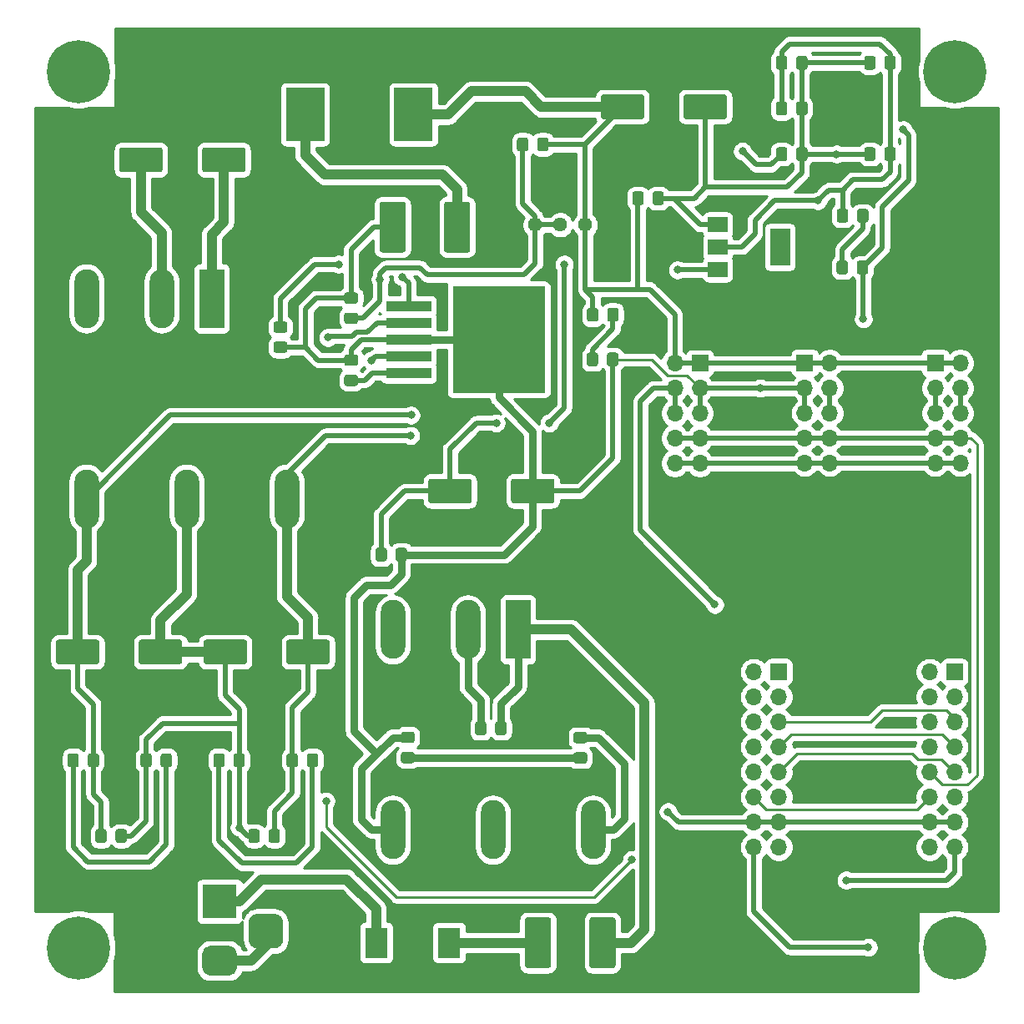
<source format=gbr>
G04 #@! TF.GenerationSoftware,KiCad,Pcbnew,(5.1.9)-1*
G04 #@! TF.CreationDate,2021-02-07T14:36:27+03:00*
G04 #@! TF.ProjectId,017_VIP_Elsiel,3031375f-5649-4505-9f45-6c7369656c2e,rev?*
G04 #@! TF.SameCoordinates,Original*
G04 #@! TF.FileFunction,Copper,L1,Top*
G04 #@! TF.FilePolarity,Positive*
%FSLAX46Y46*%
G04 Gerber Fmt 4.6, Leading zero omitted, Abs format (unit mm)*
G04 Created by KiCad (PCBNEW (5.1.9)-1) date 2021-02-07 14:36:27*
%MOMM*%
%LPD*%
G01*
G04 APERTURE LIST*
G04 #@! TA.AperFunction,ComponentPad*
%ADD10C,6.400000*%
G04 #@! TD*
G04 #@! TA.AperFunction,ComponentPad*
%ADD11C,0.800000*%
G04 #@! TD*
G04 #@! TA.AperFunction,SMDPad,CuDef*
%ADD12R,2.300000X3.100000*%
G04 #@! TD*
G04 #@! TA.AperFunction,ComponentPad*
%ADD13R,3.500000X3.500000*%
G04 #@! TD*
G04 #@! TA.AperFunction,ComponentPad*
%ADD14O,1.700000X1.700000*%
G04 #@! TD*
G04 #@! TA.AperFunction,ComponentPad*
%ADD15R,1.700000X1.700000*%
G04 #@! TD*
G04 #@! TA.AperFunction,SMDPad,CuDef*
%ADD16R,3.900000X5.400000*%
G04 #@! TD*
G04 #@! TA.AperFunction,ComponentPad*
%ADD17C,1.440000*%
G04 #@! TD*
G04 #@! TA.AperFunction,ComponentPad*
%ADD18O,2.500000X6.000000*%
G04 #@! TD*
G04 #@! TA.AperFunction,ComponentPad*
%ADD19R,2.500000X6.000000*%
G04 #@! TD*
G04 #@! TA.AperFunction,SMDPad,CuDef*
%ADD20R,2.000000X3.800000*%
G04 #@! TD*
G04 #@! TA.AperFunction,SMDPad,CuDef*
%ADD21R,2.000000X1.500000*%
G04 #@! TD*
G04 #@! TA.AperFunction,SMDPad,CuDef*
%ADD22R,4.600000X1.100000*%
G04 #@! TD*
G04 #@! TA.AperFunction,SMDPad,CuDef*
%ADD23R,9.400000X10.800000*%
G04 #@! TD*
G04 #@! TA.AperFunction,ViaPad*
%ADD24C,0.800000*%
G04 #@! TD*
G04 #@! TA.AperFunction,Conductor*
%ADD25C,1.000000*%
G04 #@! TD*
G04 #@! TA.AperFunction,Conductor*
%ADD26C,0.750000*%
G04 #@! TD*
G04 #@! TA.AperFunction,Conductor*
%ADD27C,0.500000*%
G04 #@! TD*
G04 #@! TA.AperFunction,Conductor*
%ADD28C,0.250000*%
G04 #@! TD*
G04 #@! TA.AperFunction,NonConductor*
%ADD29C,0.254000*%
G04 #@! TD*
G04 #@! TA.AperFunction,NonConductor*
%ADD30C,0.100000*%
G04 #@! TD*
G04 APERTURE END LIST*
D10*
X177800000Y-58420000D03*
D11*
X177800000Y-56020000D03*
X179497056Y-56722944D03*
X180200000Y-58420000D03*
X179497056Y-60117056D03*
X177800000Y-60820000D03*
X176102944Y-60117056D03*
X175400000Y-58420000D03*
X176102944Y-56722944D03*
D10*
X88900000Y-58420000D03*
D11*
X86500000Y-58420000D03*
X87202944Y-56722944D03*
X88900000Y-56020000D03*
X90597056Y-56722944D03*
X91300000Y-58420000D03*
X90597056Y-60117056D03*
X88900000Y-60820000D03*
X87202944Y-60117056D03*
D10*
X88900000Y-147320000D03*
D11*
X88900000Y-149720000D03*
X87202944Y-149017056D03*
X86500000Y-147320000D03*
X87202944Y-145622944D03*
X88900000Y-144920000D03*
X90597056Y-145622944D03*
X91300000Y-147320000D03*
X90597056Y-149017056D03*
X179497056Y-145622944D03*
X177800000Y-144920000D03*
X176102944Y-145622944D03*
X175400000Y-147320000D03*
X176102944Y-149017056D03*
X177800000Y-149720000D03*
X179497056Y-149017056D03*
X180200000Y-147320000D03*
D10*
X177800000Y-147320000D03*
G04 #@! TA.AperFunction,SMDPad,CuDef*
G36*
G01*
X97425000Y-66375000D02*
X97425000Y-68375000D01*
G75*
G02*
X97175000Y-68625000I-250000J0D01*
G01*
X93275000Y-68625000D01*
G75*
G02*
X93025000Y-68375000I0J250000D01*
G01*
X93025000Y-66375000D01*
G75*
G02*
X93275000Y-66125000I250000J0D01*
G01*
X97175000Y-66125000D01*
G75*
G02*
X97425000Y-66375000I0J-250000D01*
G01*
G37*
G04 #@! TD.AperFunction*
G04 #@! TA.AperFunction,SMDPad,CuDef*
G36*
G01*
X105825000Y-66375000D02*
X105825000Y-68375000D01*
G75*
G02*
X105575000Y-68625000I-250000J0D01*
G01*
X101675000Y-68625000D01*
G75*
G02*
X101425000Y-68375000I0J250000D01*
G01*
X101425000Y-66375000D01*
G75*
G02*
X101675000Y-66125000I250000J0D01*
G01*
X105575000Y-66125000D01*
G75*
G02*
X105825000Y-66375000I0J-250000D01*
G01*
G37*
G04 #@! TD.AperFunction*
G04 #@! TA.AperFunction,SMDPad,CuDef*
G36*
G01*
X132325000Y-124599999D02*
X132325000Y-125500001D01*
G75*
G02*
X132075001Y-125750000I-249999J0D01*
G01*
X131424999Y-125750000D01*
G75*
G02*
X131175000Y-125500001I0J249999D01*
G01*
X131175000Y-124599999D01*
G75*
G02*
X131424999Y-124350000I249999J0D01*
G01*
X132075001Y-124350000D01*
G75*
G02*
X132325000Y-124599999I0J-249999D01*
G01*
G37*
G04 #@! TD.AperFunction*
G04 #@! TA.AperFunction,SMDPad,CuDef*
G36*
G01*
X130275000Y-124599999D02*
X130275000Y-125500001D01*
G75*
G02*
X130025001Y-125750000I-249999J0D01*
G01*
X129374999Y-125750000D01*
G75*
G02*
X129125000Y-125500001I0J249999D01*
G01*
X129125000Y-124599999D01*
G75*
G02*
X129374999Y-124350000I249999J0D01*
G01*
X130025001Y-124350000D01*
G75*
G02*
X130275000Y-124599999I0J-249999D01*
G01*
G37*
G04 #@! TD.AperFunction*
G04 #@! TA.AperFunction,SMDPad,CuDef*
G36*
G01*
X114375000Y-116300000D02*
X114375000Y-118300000D01*
G75*
G02*
X114125000Y-118550000I-250000J0D01*
G01*
X110225000Y-118550000D01*
G75*
G02*
X109975000Y-118300000I0J250000D01*
G01*
X109975000Y-116300000D01*
G75*
G02*
X110225000Y-116050000I250000J0D01*
G01*
X114125000Y-116050000D01*
G75*
G02*
X114375000Y-116300000I0J-250000D01*
G01*
G37*
G04 #@! TD.AperFunction*
G04 #@! TA.AperFunction,SMDPad,CuDef*
G36*
G01*
X105975000Y-116300000D02*
X105975000Y-118300000D01*
G75*
G02*
X105725000Y-118550000I-250000J0D01*
G01*
X101825000Y-118550000D01*
G75*
G02*
X101575000Y-118300000I0J250000D01*
G01*
X101575000Y-116300000D01*
G75*
G02*
X101825000Y-116050000I250000J0D01*
G01*
X105725000Y-116050000D01*
G75*
G02*
X105975000Y-116300000I0J-250000D01*
G01*
G37*
G04 #@! TD.AperFunction*
G04 #@! TA.AperFunction,SMDPad,CuDef*
G36*
G01*
X124375000Y-101975000D02*
X124375000Y-99975000D01*
G75*
G02*
X124625000Y-99725000I250000J0D01*
G01*
X128525000Y-99725000D01*
G75*
G02*
X128775000Y-99975000I0J-250000D01*
G01*
X128775000Y-101975000D01*
G75*
G02*
X128525000Y-102225000I-250000J0D01*
G01*
X124625000Y-102225000D01*
G75*
G02*
X124375000Y-101975000I0J250000D01*
G01*
G37*
G04 #@! TD.AperFunction*
G04 #@! TA.AperFunction,SMDPad,CuDef*
G36*
G01*
X132775000Y-101975000D02*
X132775000Y-99975000D01*
G75*
G02*
X133025000Y-99725000I250000J0D01*
G01*
X136925000Y-99725000D01*
G75*
G02*
X137175000Y-99975000I0J-250000D01*
G01*
X137175000Y-101975000D01*
G75*
G02*
X136925000Y-102225000I-250000J0D01*
G01*
X133025000Y-102225000D01*
G75*
G02*
X132775000Y-101975000I0J250000D01*
G01*
G37*
G04 #@! TD.AperFunction*
G04 #@! TA.AperFunction,SMDPad,CuDef*
G36*
G01*
X91000000Y-116300000D02*
X91000000Y-118300000D01*
G75*
G02*
X90750000Y-118550000I-250000J0D01*
G01*
X86850000Y-118550000D01*
G75*
G02*
X86600000Y-118300000I0J250000D01*
G01*
X86600000Y-116300000D01*
G75*
G02*
X86850000Y-116050000I250000J0D01*
G01*
X90750000Y-116050000D01*
G75*
G02*
X91000000Y-116300000I0J-250000D01*
G01*
G37*
G04 #@! TD.AperFunction*
G04 #@! TA.AperFunction,SMDPad,CuDef*
G36*
G01*
X99400000Y-116300000D02*
X99400000Y-118300000D01*
G75*
G02*
X99150000Y-118550000I-250000J0D01*
G01*
X95250000Y-118550000D01*
G75*
G02*
X95000000Y-118300000I0J250000D01*
G01*
X95000000Y-116300000D01*
G75*
G02*
X95250000Y-116050000I250000J0D01*
G01*
X99150000Y-116050000D01*
G75*
G02*
X99400000Y-116300000I0J-250000D01*
G01*
G37*
G04 #@! TD.AperFunction*
G04 #@! TA.AperFunction,SMDPad,CuDef*
G36*
G01*
X119025000Y-107875001D02*
X119025000Y-106974999D01*
G75*
G02*
X119274999Y-106725000I249999J0D01*
G01*
X119925001Y-106725000D01*
G75*
G02*
X120175000Y-106974999I0J-249999D01*
G01*
X120175000Y-107875001D01*
G75*
G02*
X119925001Y-108125000I-249999J0D01*
G01*
X119274999Y-108125000D01*
G75*
G02*
X119025000Y-107875001I0J249999D01*
G01*
G37*
G04 #@! TD.AperFunction*
G04 #@! TA.AperFunction,SMDPad,CuDef*
G36*
G01*
X121075000Y-107875001D02*
X121075000Y-106974999D01*
G75*
G02*
X121324999Y-106725000I249999J0D01*
G01*
X121975001Y-106725000D01*
G75*
G02*
X122225000Y-106974999I0J-249999D01*
G01*
X122225000Y-107875001D01*
G75*
G02*
X121975001Y-108125000I-249999J0D01*
G01*
X121324999Y-108125000D01*
G75*
G02*
X121075000Y-107875001I0J249999D01*
G01*
G37*
G04 #@! TD.AperFunction*
G04 #@! TA.AperFunction,SMDPad,CuDef*
G36*
G01*
X91750000Y-135524999D02*
X91750000Y-136425001D01*
G75*
G02*
X91500001Y-136675000I-249999J0D01*
G01*
X90849999Y-136675000D01*
G75*
G02*
X90600000Y-136425001I0J249999D01*
G01*
X90600000Y-135524999D01*
G75*
G02*
X90849999Y-135275000I249999J0D01*
G01*
X91500001Y-135275000D01*
G75*
G02*
X91750000Y-135524999I0J-249999D01*
G01*
G37*
G04 #@! TD.AperFunction*
G04 #@! TA.AperFunction,SMDPad,CuDef*
G36*
G01*
X93800000Y-135524999D02*
X93800000Y-136425001D01*
G75*
G02*
X93550001Y-136675000I-249999J0D01*
G01*
X92899999Y-136675000D01*
G75*
G02*
X92650000Y-136425001I0J249999D01*
G01*
X92650000Y-135524999D01*
G75*
G02*
X92899999Y-135275000I249999J0D01*
G01*
X93550001Y-135275000D01*
G75*
G02*
X93800000Y-135524999I0J-249999D01*
G01*
G37*
G04 #@! TD.AperFunction*
G04 #@! TA.AperFunction,SMDPad,CuDef*
G36*
G01*
X109325000Y-135524999D02*
X109325000Y-136425001D01*
G75*
G02*
X109075001Y-136675000I-249999J0D01*
G01*
X108424999Y-136675000D01*
G75*
G02*
X108175000Y-136425001I0J249999D01*
G01*
X108175000Y-135524999D01*
G75*
G02*
X108424999Y-135275000I249999J0D01*
G01*
X109075001Y-135275000D01*
G75*
G02*
X109325000Y-135524999I0J-249999D01*
G01*
G37*
G04 #@! TD.AperFunction*
G04 #@! TA.AperFunction,SMDPad,CuDef*
G36*
G01*
X107275000Y-135524999D02*
X107275000Y-136425001D01*
G75*
G02*
X107025001Y-136675000I-249999J0D01*
G01*
X106374999Y-136675000D01*
G75*
G02*
X106125000Y-136425001I0J249999D01*
G01*
X106125000Y-135524999D01*
G75*
G02*
X106374999Y-135275000I249999J0D01*
G01*
X107025001Y-135275000D01*
G75*
G02*
X107275000Y-135524999I0J-249999D01*
G01*
G37*
G04 #@! TD.AperFunction*
G04 #@! TA.AperFunction,SMDPad,CuDef*
G36*
G01*
X108924999Y-85825000D02*
X109825001Y-85825000D01*
G75*
G02*
X110075000Y-86074999I0J-249999D01*
G01*
X110075000Y-86725001D01*
G75*
G02*
X109825001Y-86975000I-249999J0D01*
G01*
X108924999Y-86975000D01*
G75*
G02*
X108675000Y-86725001I0J249999D01*
G01*
X108675000Y-86074999D01*
G75*
G02*
X108924999Y-85825000I249999J0D01*
G01*
G37*
G04 #@! TD.AperFunction*
G04 #@! TA.AperFunction,SMDPad,CuDef*
G36*
G01*
X108924999Y-83775000D02*
X109825001Y-83775000D01*
G75*
G02*
X110075000Y-84024999I0J-249999D01*
G01*
X110075000Y-84675001D01*
G75*
G02*
X109825001Y-84925000I-249999J0D01*
G01*
X108924999Y-84925000D01*
G75*
G02*
X108675000Y-84675001I0J249999D01*
G01*
X108675000Y-84024999D01*
G75*
G02*
X108924999Y-83775000I249999J0D01*
G01*
G37*
G04 #@! TD.AperFunction*
G04 #@! TA.AperFunction,SMDPad,CuDef*
G36*
G01*
X159650000Y-57983334D02*
X159650000Y-57083332D01*
G75*
G02*
X159899999Y-56833333I249999J0D01*
G01*
X160550001Y-56833333D01*
G75*
G02*
X160800000Y-57083332I0J-249999D01*
G01*
X160800000Y-57983334D01*
G75*
G02*
X160550001Y-58233333I-249999J0D01*
G01*
X159899999Y-58233333D01*
G75*
G02*
X159650000Y-57983334I0J249999D01*
G01*
G37*
G04 #@! TD.AperFunction*
G04 #@! TA.AperFunction,SMDPad,CuDef*
G36*
G01*
X161700000Y-57983334D02*
X161700000Y-57083332D01*
G75*
G02*
X161949999Y-56833333I249999J0D01*
G01*
X162600001Y-56833333D01*
G75*
G02*
X162850000Y-57083332I0J-249999D01*
G01*
X162850000Y-57983334D01*
G75*
G02*
X162600001Y-58233333I-249999J0D01*
G01*
X161949999Y-58233333D01*
G75*
G02*
X161700000Y-57983334I0J249999D01*
G01*
G37*
G04 #@! TD.AperFunction*
G04 #@! TA.AperFunction,SMDPad,CuDef*
G36*
G01*
X159650000Y-62616667D02*
X159650000Y-61716665D01*
G75*
G02*
X159899999Y-61466666I249999J0D01*
G01*
X160550001Y-61466666D01*
G75*
G02*
X160800000Y-61716665I0J-249999D01*
G01*
X160800000Y-62616667D01*
G75*
G02*
X160550001Y-62866666I-249999J0D01*
G01*
X159899999Y-62866666D01*
G75*
G02*
X159650000Y-62616667I0J249999D01*
G01*
G37*
G04 #@! TD.AperFunction*
G04 #@! TA.AperFunction,SMDPad,CuDef*
G36*
G01*
X161700000Y-62616667D02*
X161700000Y-61716665D01*
G75*
G02*
X161949999Y-61466666I249999J0D01*
G01*
X162600001Y-61466666D01*
G75*
G02*
X162850000Y-61716665I0J-249999D01*
G01*
X162850000Y-62616667D01*
G75*
G02*
X162600001Y-62866666I-249999J0D01*
G01*
X161949999Y-62866666D01*
G75*
G02*
X161700000Y-62616667I0J249999D01*
G01*
G37*
G04 #@! TD.AperFunction*
G04 #@! TA.AperFunction,SMDPad,CuDef*
G36*
G01*
X169750000Y-66349999D02*
X169750000Y-67250001D01*
G75*
G02*
X169500001Y-67500000I-249999J0D01*
G01*
X168849999Y-67500000D01*
G75*
G02*
X168600000Y-67250001I0J249999D01*
G01*
X168600000Y-66349999D01*
G75*
G02*
X168849999Y-66100000I249999J0D01*
G01*
X169500001Y-66100000D01*
G75*
G02*
X169750000Y-66349999I0J-249999D01*
G01*
G37*
G04 #@! TD.AperFunction*
G04 #@! TA.AperFunction,SMDPad,CuDef*
G36*
G01*
X171800000Y-66349999D02*
X171800000Y-67250001D01*
G75*
G02*
X171550001Y-67500000I-249999J0D01*
G01*
X170899999Y-67500000D01*
G75*
G02*
X170650000Y-67250001I0J249999D01*
G01*
X170650000Y-66349999D01*
G75*
G02*
X170899999Y-66100000I249999J0D01*
G01*
X171550001Y-66100000D01*
G75*
G02*
X171800000Y-66349999I0J-249999D01*
G01*
G37*
G04 #@! TD.AperFunction*
G04 #@! TA.AperFunction,SMDPad,CuDef*
G36*
G01*
X170650000Y-57983334D02*
X170650000Y-57083332D01*
G75*
G02*
X170899999Y-56833333I249999J0D01*
G01*
X171550001Y-56833333D01*
G75*
G02*
X171800000Y-57083332I0J-249999D01*
G01*
X171800000Y-57983334D01*
G75*
G02*
X171550001Y-58233333I-249999J0D01*
G01*
X170899999Y-58233333D01*
G75*
G02*
X170650000Y-57983334I0J249999D01*
G01*
G37*
G04 #@! TD.AperFunction*
G04 #@! TA.AperFunction,SMDPad,CuDef*
G36*
G01*
X168600000Y-57983334D02*
X168600000Y-57083332D01*
G75*
G02*
X168849999Y-56833333I249999J0D01*
G01*
X169500001Y-56833333D01*
G75*
G02*
X169750000Y-57083332I0J-249999D01*
G01*
X169750000Y-57983334D01*
G75*
G02*
X169500001Y-58233333I-249999J0D01*
G01*
X168849999Y-58233333D01*
G75*
G02*
X168600000Y-57983334I0J249999D01*
G01*
G37*
G04 #@! TD.AperFunction*
G04 #@! TA.AperFunction,SMDPad,CuDef*
G36*
G01*
X141875000Y-63000000D02*
X141875000Y-61000000D01*
G75*
G02*
X142125000Y-60750000I250000J0D01*
G01*
X146025000Y-60750000D01*
G75*
G02*
X146275000Y-61000000I0J-250000D01*
G01*
X146275000Y-63000000D01*
G75*
G02*
X146025000Y-63250000I-250000J0D01*
G01*
X142125000Y-63250000D01*
G75*
G02*
X141875000Y-63000000I0J250000D01*
G01*
G37*
G04 #@! TD.AperFunction*
G04 #@! TA.AperFunction,SMDPad,CuDef*
G36*
G01*
X150275000Y-63000000D02*
X150275000Y-61000000D01*
G75*
G02*
X150525000Y-60750000I250000J0D01*
G01*
X154425000Y-60750000D01*
G75*
G02*
X154675000Y-61000000I0J-250000D01*
G01*
X154675000Y-63000000D01*
G75*
G02*
X154425000Y-63250000I-250000J0D01*
G01*
X150525000Y-63250000D01*
G75*
G02*
X150275000Y-63000000I0J250000D01*
G01*
G37*
G04 #@! TD.AperFunction*
G04 #@! TA.AperFunction,SMDPad,CuDef*
G36*
G01*
X147125000Y-71725001D02*
X147125000Y-70824999D01*
G75*
G02*
X147374999Y-70575000I249999J0D01*
G01*
X148025001Y-70575000D01*
G75*
G02*
X148275000Y-70824999I0J-249999D01*
G01*
X148275000Y-71725001D01*
G75*
G02*
X148025001Y-71975000I-249999J0D01*
G01*
X147374999Y-71975000D01*
G75*
G02*
X147125000Y-71725001I0J249999D01*
G01*
G37*
G04 #@! TD.AperFunction*
G04 #@! TA.AperFunction,SMDPad,CuDef*
G36*
G01*
X145075000Y-71725001D02*
X145075000Y-70824999D01*
G75*
G02*
X145324999Y-70575000I249999J0D01*
G01*
X145975001Y-70575000D01*
G75*
G02*
X146225000Y-70824999I0J-249999D01*
G01*
X146225000Y-71725001D01*
G75*
G02*
X145975001Y-71975000I-249999J0D01*
G01*
X145324999Y-71975000D01*
G75*
G02*
X145075000Y-71725001I0J249999D01*
G01*
G37*
G04 #@! TD.AperFunction*
G04 #@! TA.AperFunction,SMDPad,CuDef*
G36*
G01*
X159650000Y-67250001D02*
X159650000Y-66349999D01*
G75*
G02*
X159899999Y-66100000I249999J0D01*
G01*
X160550001Y-66100000D01*
G75*
G02*
X160800000Y-66349999I0J-249999D01*
G01*
X160800000Y-67250001D01*
G75*
G02*
X160550001Y-67500000I-249999J0D01*
G01*
X159899999Y-67500000D01*
G75*
G02*
X159650000Y-67250001I0J249999D01*
G01*
G37*
G04 #@! TD.AperFunction*
G04 #@! TA.AperFunction,SMDPad,CuDef*
G36*
G01*
X161700000Y-67250001D02*
X161700000Y-66349999D01*
G75*
G02*
X161949999Y-66100000I249999J0D01*
G01*
X162600001Y-66100000D01*
G75*
G02*
X162850000Y-66349999I0J-249999D01*
G01*
X162850000Y-67250001D01*
G75*
G02*
X162600001Y-67500000I-249999J0D01*
G01*
X161949999Y-67500000D01*
G75*
G02*
X161700000Y-67250001I0J249999D01*
G01*
G37*
G04 #@! TD.AperFunction*
G04 #@! TA.AperFunction,SMDPad,CuDef*
G36*
G01*
X140725000Y-149125000D02*
X140725000Y-144475000D01*
G75*
G02*
X140975000Y-144225000I250000J0D01*
G01*
X143125000Y-144225000D01*
G75*
G02*
X143375000Y-144475000I0J-250000D01*
G01*
X143375000Y-149125000D01*
G75*
G02*
X143125000Y-149375000I-250000J0D01*
G01*
X140975000Y-149375000D01*
G75*
G02*
X140725000Y-149125000I0J250000D01*
G01*
G37*
G04 #@! TD.AperFunction*
G04 #@! TA.AperFunction,SMDPad,CuDef*
G36*
G01*
X134175000Y-149125000D02*
X134175000Y-144475000D01*
G75*
G02*
X134425000Y-144225000I250000J0D01*
G01*
X136575000Y-144225000D01*
G75*
G02*
X136825000Y-144475000I0J-250000D01*
G01*
X136825000Y-149125000D01*
G75*
G02*
X136575000Y-149375000I-250000J0D01*
G01*
X134425000Y-149375000D01*
G75*
G02*
X134175000Y-149125000I0J250000D01*
G01*
G37*
G04 #@! TD.AperFunction*
G04 #@! TA.AperFunction,SMDPad,CuDef*
G36*
G01*
X139349999Y-127472500D02*
X140250001Y-127472500D01*
G75*
G02*
X140500000Y-127722499I0J-249999D01*
G01*
X140500000Y-128372501D01*
G75*
G02*
X140250001Y-128622500I-249999J0D01*
G01*
X139349999Y-128622500D01*
G75*
G02*
X139100000Y-128372501I0J249999D01*
G01*
X139100000Y-127722499D01*
G75*
G02*
X139349999Y-127472500I249999J0D01*
G01*
G37*
G04 #@! TD.AperFunction*
G04 #@! TA.AperFunction,SMDPad,CuDef*
G36*
G01*
X139349999Y-125422500D02*
X140250001Y-125422500D01*
G75*
G02*
X140500000Y-125672499I0J-249999D01*
G01*
X140500000Y-126322501D01*
G75*
G02*
X140250001Y-126572500I-249999J0D01*
G01*
X139349999Y-126572500D01*
G75*
G02*
X139100000Y-126322501I0J249999D01*
G01*
X139100000Y-125672499D01*
G75*
G02*
X139349999Y-125422500I249999J0D01*
G01*
G37*
G04 #@! TD.AperFunction*
G04 #@! TA.AperFunction,SMDPad,CuDef*
G36*
G01*
X112050000Y-128750001D02*
X112050000Y-127849999D01*
G75*
G02*
X112299999Y-127600000I249999J0D01*
G01*
X112950001Y-127600000D01*
G75*
G02*
X113200000Y-127849999I0J-249999D01*
G01*
X113200000Y-128750001D01*
G75*
G02*
X112950001Y-129000000I-249999J0D01*
G01*
X112299999Y-129000000D01*
G75*
G02*
X112050000Y-128750001I0J249999D01*
G01*
G37*
G04 #@! TD.AperFunction*
G04 #@! TA.AperFunction,SMDPad,CuDef*
G36*
G01*
X110000000Y-128750001D02*
X110000000Y-127849999D01*
G75*
G02*
X110249999Y-127600000I249999J0D01*
G01*
X110900001Y-127600000D01*
G75*
G02*
X111150000Y-127849999I0J-249999D01*
G01*
X111150000Y-128750001D01*
G75*
G02*
X110900001Y-129000000I-249999J0D01*
G01*
X110249999Y-129000000D01*
G75*
G02*
X110000000Y-128750001I0J249999D01*
G01*
G37*
G04 #@! TD.AperFunction*
G04 #@! TA.AperFunction,SMDPad,CuDef*
G36*
G01*
X87775000Y-128750001D02*
X87775000Y-127849999D01*
G75*
G02*
X88024999Y-127600000I249999J0D01*
G01*
X88675001Y-127600000D01*
G75*
G02*
X88925000Y-127849999I0J-249999D01*
G01*
X88925000Y-128750001D01*
G75*
G02*
X88675001Y-129000000I-249999J0D01*
G01*
X88024999Y-129000000D01*
G75*
G02*
X87775000Y-128750001I0J249999D01*
G01*
G37*
G04 #@! TD.AperFunction*
G04 #@! TA.AperFunction,SMDPad,CuDef*
G36*
G01*
X89825000Y-128750001D02*
X89825000Y-127849999D01*
G75*
G02*
X90074999Y-127600000I249999J0D01*
G01*
X90725001Y-127600000D01*
G75*
G02*
X90975000Y-127849999I0J-249999D01*
G01*
X90975000Y-128750001D01*
G75*
G02*
X90725001Y-129000000I-249999J0D01*
G01*
X90074999Y-129000000D01*
G75*
G02*
X89825000Y-128750001I0J249999D01*
G01*
G37*
G04 #@! TD.AperFunction*
G04 #@! TA.AperFunction,SMDPad,CuDef*
G36*
G01*
X128625000Y-71875000D02*
X128625000Y-76525000D01*
G75*
G02*
X128375000Y-76775000I-250000J0D01*
G01*
X126225000Y-76775000D01*
G75*
G02*
X125975000Y-76525000I0J250000D01*
G01*
X125975000Y-71875000D01*
G75*
G02*
X126225000Y-71625000I250000J0D01*
G01*
X128375000Y-71625000D01*
G75*
G02*
X128625000Y-71875000I0J-250000D01*
G01*
G37*
G04 #@! TD.AperFunction*
G04 #@! TA.AperFunction,SMDPad,CuDef*
G36*
G01*
X122075000Y-71875000D02*
X122075000Y-76525000D01*
G75*
G02*
X121825000Y-76775000I-250000J0D01*
G01*
X119675000Y-76775000D01*
G75*
G02*
X119425000Y-76525000I0J250000D01*
G01*
X119425000Y-71875000D01*
G75*
G02*
X119675000Y-71625000I250000J0D01*
G01*
X121825000Y-71625000D01*
G75*
G02*
X122075000Y-71875000I0J-250000D01*
G01*
G37*
G04 #@! TD.AperFunction*
G04 #@! TA.AperFunction,SMDPad,CuDef*
G36*
G01*
X165825000Y-73500001D02*
X165825000Y-72599999D01*
G75*
G02*
X166074999Y-72350000I249999J0D01*
G01*
X166725001Y-72350000D01*
G75*
G02*
X166975000Y-72599999I0J-249999D01*
G01*
X166975000Y-73500001D01*
G75*
G02*
X166725001Y-73750000I-249999J0D01*
G01*
X166074999Y-73750000D01*
G75*
G02*
X165825000Y-73500001I0J249999D01*
G01*
G37*
G04 #@! TD.AperFunction*
G04 #@! TA.AperFunction,SMDPad,CuDef*
G36*
G01*
X167875000Y-73500001D02*
X167875000Y-72599999D01*
G75*
G02*
X168124999Y-72350000I249999J0D01*
G01*
X168775001Y-72350000D01*
G75*
G02*
X169025000Y-72599999I0J-249999D01*
G01*
X169025000Y-73500001D01*
G75*
G02*
X168775001Y-73750000I-249999J0D01*
G01*
X168124999Y-73750000D01*
G75*
G02*
X167875000Y-73500001I0J249999D01*
G01*
G37*
G04 #@! TD.AperFunction*
G04 #@! TA.AperFunction,SMDPad,CuDef*
G36*
G01*
X140475000Y-83550001D02*
X140475000Y-82649999D01*
G75*
G02*
X140724999Y-82400000I249999J0D01*
G01*
X141375001Y-82400000D01*
G75*
G02*
X141625000Y-82649999I0J-249999D01*
G01*
X141625000Y-83550001D01*
G75*
G02*
X141375001Y-83800000I-249999J0D01*
G01*
X140724999Y-83800000D01*
G75*
G02*
X140475000Y-83550001I0J249999D01*
G01*
G37*
G04 #@! TD.AperFunction*
G04 #@! TA.AperFunction,SMDPad,CuDef*
G36*
G01*
X142525000Y-83550001D02*
X142525000Y-82649999D01*
G75*
G02*
X142774999Y-82400000I249999J0D01*
G01*
X143425001Y-82400000D01*
G75*
G02*
X143675000Y-82649999I0J-249999D01*
G01*
X143675000Y-83550001D01*
G75*
G02*
X143425001Y-83800000I-249999J0D01*
G01*
X142774999Y-83800000D01*
G75*
G02*
X142525000Y-83550001I0J249999D01*
G01*
G37*
G04 #@! TD.AperFunction*
D12*
X126500000Y-146800000D03*
X119100000Y-146800000D03*
D13*
X103200000Y-142625000D03*
G04 #@! TA.AperFunction,ComponentPad*
G36*
G01*
X104200000Y-150125000D02*
X102200000Y-150125000D01*
G75*
G02*
X101450000Y-149375000I0J750000D01*
G01*
X101450000Y-147875000D01*
G75*
G02*
X102200000Y-147125000I750000J0D01*
G01*
X104200000Y-147125000D01*
G75*
G02*
X104950000Y-147875000I0J-750000D01*
G01*
X104950000Y-149375000D01*
G75*
G02*
X104200000Y-150125000I-750000J0D01*
G01*
G37*
G04 #@! TD.AperFunction*
G04 #@! TA.AperFunction,ComponentPad*
G36*
G01*
X108775000Y-147375000D02*
X107025000Y-147375000D01*
G75*
G02*
X106150000Y-146500000I0J875000D01*
G01*
X106150000Y-144750000D01*
G75*
G02*
X107025000Y-143875000I875000J0D01*
G01*
X108775000Y-143875000D01*
G75*
G02*
X109650000Y-144750000I0J-875000D01*
G01*
X109650000Y-146500000D01*
G75*
G02*
X108775000Y-147375000I-875000J0D01*
G01*
G37*
G04 #@! TD.AperFunction*
D14*
X178340000Y-98135000D03*
X175800000Y-98135000D03*
X178340000Y-95595000D03*
X175800000Y-95595000D03*
X178340000Y-93055000D03*
X175800000Y-93055000D03*
X178340000Y-90515000D03*
X175800000Y-90515000D03*
X178340000Y-87975000D03*
D15*
X175800000Y-87975000D03*
X162567500Y-87975000D03*
D14*
X165107500Y-87975000D03*
X162567500Y-90515000D03*
X165107500Y-90515000D03*
X162567500Y-93055000D03*
X165107500Y-93055000D03*
X162567500Y-95595000D03*
X165107500Y-95595000D03*
X162567500Y-98135000D03*
X165107500Y-98135000D03*
D15*
X151925000Y-88000000D03*
D14*
X149385000Y-88000000D03*
X151925000Y-90540000D03*
X149385000Y-90540000D03*
X151925000Y-93080000D03*
X149385000Y-93080000D03*
X151925000Y-95620000D03*
X149385000Y-95620000D03*
X151925000Y-98160000D03*
X149385000Y-98160000D03*
X157385000Y-137104999D03*
X159925000Y-137104999D03*
X157385000Y-134564999D03*
X159925000Y-134564999D03*
X157385000Y-132024999D03*
X159925000Y-132024999D03*
X157385000Y-129484999D03*
X159925000Y-129484999D03*
X157385000Y-126944999D03*
X159925000Y-126944999D03*
X157385000Y-124404999D03*
X159925000Y-124404999D03*
X157385000Y-121864999D03*
X159925000Y-121864999D03*
X157385000Y-119324999D03*
D15*
X159925000Y-119324999D03*
X177775000Y-119324999D03*
D14*
X175235000Y-119324999D03*
X177775000Y-121864999D03*
X175235000Y-121864999D03*
X177775000Y-124404999D03*
X175235000Y-124404999D03*
X177775000Y-126944999D03*
X175235000Y-126944999D03*
X177775000Y-129484999D03*
X175235000Y-129484999D03*
X177775000Y-132024999D03*
X175235000Y-132024999D03*
X177775000Y-134564999D03*
X175235000Y-134564999D03*
X177775000Y-137104999D03*
X175235000Y-137104999D03*
D16*
X122875000Y-62775000D03*
X111875000Y-62775000D03*
G04 #@! TA.AperFunction,SMDPad,CuDef*
G36*
G01*
X122750001Y-128600000D02*
X121849999Y-128600000D01*
G75*
G02*
X121600000Y-128350001I0J249999D01*
G01*
X121600000Y-127699999D01*
G75*
G02*
X121849999Y-127450000I249999J0D01*
G01*
X122750001Y-127450000D01*
G75*
G02*
X123000000Y-127699999I0J-249999D01*
G01*
X123000000Y-128350001D01*
G75*
G02*
X122750001Y-128600000I-249999J0D01*
G01*
G37*
G04 #@! TD.AperFunction*
G04 #@! TA.AperFunction,SMDPad,CuDef*
G36*
G01*
X122750001Y-126550000D02*
X121849999Y-126550000D01*
G75*
G02*
X121600000Y-126300001I0J249999D01*
G01*
X121600000Y-125649999D01*
G75*
G02*
X121849999Y-125400000I249999J0D01*
G01*
X122750001Y-125400000D01*
G75*
G02*
X123000000Y-125649999I0J-249999D01*
G01*
X123000000Y-126300001D01*
G75*
G02*
X122750001Y-126550000I-249999J0D01*
G01*
G37*
G04 #@! TD.AperFunction*
G04 #@! TA.AperFunction,SMDPad,CuDef*
G36*
G01*
X102561666Y-128750001D02*
X102561666Y-127849999D01*
G75*
G02*
X102811665Y-127600000I249999J0D01*
G01*
X103461667Y-127600000D01*
G75*
G02*
X103711666Y-127849999I0J-249999D01*
G01*
X103711666Y-128750001D01*
G75*
G02*
X103461667Y-129000000I-249999J0D01*
G01*
X102811665Y-129000000D01*
G75*
G02*
X102561666Y-128750001I0J249999D01*
G01*
G37*
G04 #@! TD.AperFunction*
G04 #@! TA.AperFunction,SMDPad,CuDef*
G36*
G01*
X104611666Y-128750001D02*
X104611666Y-127849999D01*
G75*
G02*
X104861665Y-127600000I249999J0D01*
G01*
X105511667Y-127600000D01*
G75*
G02*
X105761666Y-127849999I0J-249999D01*
G01*
X105761666Y-128750001D01*
G75*
G02*
X105511667Y-129000000I-249999J0D01*
G01*
X104861665Y-129000000D01*
G75*
G02*
X104611666Y-128750001I0J249999D01*
G01*
G37*
G04 #@! TD.AperFunction*
G04 #@! TA.AperFunction,SMDPad,CuDef*
G36*
G01*
X97218333Y-128750001D02*
X97218333Y-127849999D01*
G75*
G02*
X97468332Y-127600000I249999J0D01*
G01*
X98118334Y-127600000D01*
G75*
G02*
X98368333Y-127849999I0J-249999D01*
G01*
X98368333Y-128750001D01*
G75*
G02*
X98118334Y-129000000I-249999J0D01*
G01*
X97468332Y-129000000D01*
G75*
G02*
X97218333Y-128750001I0J249999D01*
G01*
G37*
G04 #@! TD.AperFunction*
G04 #@! TA.AperFunction,SMDPad,CuDef*
G36*
G01*
X95168333Y-128750001D02*
X95168333Y-127849999D01*
G75*
G02*
X95418332Y-127600000I249999J0D01*
G01*
X96068334Y-127600000D01*
G75*
G02*
X96318333Y-127849999I0J-249999D01*
G01*
X96318333Y-128750001D01*
G75*
G02*
X96068334Y-129000000I-249999J0D01*
G01*
X95418332Y-129000000D01*
G75*
G02*
X95168333Y-128750001I0J249999D01*
G01*
G37*
G04 #@! TD.AperFunction*
G04 #@! TA.AperFunction,SMDPad,CuDef*
G36*
G01*
X117000001Y-88275000D02*
X116099999Y-88275000D01*
G75*
G02*
X115850000Y-88025001I0J249999D01*
G01*
X115850000Y-87374999D01*
G75*
G02*
X116099999Y-87125000I249999J0D01*
G01*
X117000001Y-87125000D01*
G75*
G02*
X117250000Y-87374999I0J-249999D01*
G01*
X117250000Y-88025001D01*
G75*
G02*
X117000001Y-88275000I-249999J0D01*
G01*
G37*
G04 #@! TD.AperFunction*
G04 #@! TA.AperFunction,SMDPad,CuDef*
G36*
G01*
X117000001Y-90325000D02*
X116099999Y-90325000D01*
G75*
G02*
X115850000Y-90075001I0J249999D01*
G01*
X115850000Y-89424999D01*
G75*
G02*
X116099999Y-89175000I249999J0D01*
G01*
X117000001Y-89175000D01*
G75*
G02*
X117250000Y-89424999I0J-249999D01*
G01*
X117250000Y-90075001D01*
G75*
G02*
X117000001Y-90325000I-249999J0D01*
G01*
G37*
G04 #@! TD.AperFunction*
G04 #@! TA.AperFunction,SMDPad,CuDef*
G36*
G01*
X165802500Y-78750001D02*
X165802500Y-77849999D01*
G75*
G02*
X166052499Y-77600000I249999J0D01*
G01*
X166702501Y-77600000D01*
G75*
G02*
X166952500Y-77849999I0J-249999D01*
G01*
X166952500Y-78750001D01*
G75*
G02*
X166702501Y-79000000I-249999J0D01*
G01*
X166052499Y-79000000D01*
G75*
G02*
X165802500Y-78750001I0J249999D01*
G01*
G37*
G04 #@! TD.AperFunction*
G04 #@! TA.AperFunction,SMDPad,CuDef*
G36*
G01*
X167852500Y-78750001D02*
X167852500Y-77849999D01*
G75*
G02*
X168102499Y-77600000I249999J0D01*
G01*
X168752501Y-77600000D01*
G75*
G02*
X169002500Y-77849999I0J-249999D01*
G01*
X169002500Y-78750001D01*
G75*
G02*
X168752501Y-79000000I-249999J0D01*
G01*
X168102499Y-79000000D01*
G75*
G02*
X167852500Y-78750001I0J249999D01*
G01*
G37*
G04 #@! TD.AperFunction*
G04 #@! TA.AperFunction,SMDPad,CuDef*
G36*
G01*
X117000001Y-84025000D02*
X116099999Y-84025000D01*
G75*
G02*
X115850000Y-83775001I0J249999D01*
G01*
X115850000Y-83124999D01*
G75*
G02*
X116099999Y-82875000I249999J0D01*
G01*
X117000001Y-82875000D01*
G75*
G02*
X117250000Y-83124999I0J-249999D01*
G01*
X117250000Y-83775001D01*
G75*
G02*
X117000001Y-84025000I-249999J0D01*
G01*
G37*
G04 #@! TD.AperFunction*
G04 #@! TA.AperFunction,SMDPad,CuDef*
G36*
G01*
X117000001Y-81975000D02*
X116099999Y-81975000D01*
G75*
G02*
X115850000Y-81725001I0J249999D01*
G01*
X115850000Y-81074999D01*
G75*
G02*
X116099999Y-80825000I249999J0D01*
G01*
X117000001Y-80825000D01*
G75*
G02*
X117250000Y-81074999I0J-249999D01*
G01*
X117250000Y-81725001D01*
G75*
G02*
X117000001Y-81975000I-249999J0D01*
G01*
G37*
G04 #@! TD.AperFunction*
G04 #@! TA.AperFunction,SMDPad,CuDef*
G36*
G01*
X134525000Y-65374999D02*
X134525000Y-66275001D01*
G75*
G02*
X134275001Y-66525000I-249999J0D01*
G01*
X133624999Y-66525000D01*
G75*
G02*
X133375000Y-66275001I0J249999D01*
G01*
X133375000Y-65374999D01*
G75*
G02*
X133624999Y-65125000I249999J0D01*
G01*
X134275001Y-65125000D01*
G75*
G02*
X134525000Y-65374999I0J-249999D01*
G01*
G37*
G04 #@! TD.AperFunction*
G04 #@! TA.AperFunction,SMDPad,CuDef*
G36*
G01*
X136575000Y-65374999D02*
X136575000Y-66275001D01*
G75*
G02*
X136325001Y-66525000I-249999J0D01*
G01*
X135674999Y-66525000D01*
G75*
G02*
X135425000Y-66275001I0J249999D01*
G01*
X135425000Y-65374999D01*
G75*
G02*
X135674999Y-65125000I249999J0D01*
G01*
X136325001Y-65125000D01*
G75*
G02*
X136575000Y-65374999I0J-249999D01*
G01*
G37*
G04 #@! TD.AperFunction*
G04 #@! TA.AperFunction,SMDPad,CuDef*
G36*
G01*
X142502500Y-88075001D02*
X142502500Y-87174999D01*
G75*
G02*
X142752499Y-86925000I249999J0D01*
G01*
X143402501Y-86925000D01*
G75*
G02*
X143652500Y-87174999I0J-249999D01*
G01*
X143652500Y-88075001D01*
G75*
G02*
X143402501Y-88325000I-249999J0D01*
G01*
X142752499Y-88325000D01*
G75*
G02*
X142502500Y-88075001I0J249999D01*
G01*
G37*
G04 #@! TD.AperFunction*
G04 #@! TA.AperFunction,SMDPad,CuDef*
G36*
G01*
X140452500Y-88075001D02*
X140452500Y-87174999D01*
G75*
G02*
X140702499Y-86925000I249999J0D01*
G01*
X141352501Y-86925000D01*
G75*
G02*
X141602500Y-87174999I0J-249999D01*
G01*
X141602500Y-88075001D01*
G75*
G02*
X141352501Y-88325000I-249999J0D01*
G01*
X140702499Y-88325000D01*
G75*
G02*
X140452500Y-88075001I0J249999D01*
G01*
G37*
G04 #@! TD.AperFunction*
D17*
X140300000Y-73975000D03*
X137760000Y-73975000D03*
X135220000Y-73975000D03*
D18*
X120775000Y-135345000D03*
X141095000Y-135345000D03*
X128395000Y-115025000D03*
D19*
X133475000Y-115025000D03*
D18*
X130935000Y-135345000D03*
X120775000Y-115025000D03*
X89700000Y-81450000D03*
X99860000Y-101770000D03*
D19*
X102400000Y-81450000D03*
D18*
X97320000Y-81450000D03*
X110020000Y-101770000D03*
X89700000Y-101770000D03*
D20*
X160050000Y-76225000D03*
D21*
X153750000Y-76225000D03*
X153750000Y-78525000D03*
X153750000Y-73925000D03*
D22*
X122375000Y-82200000D03*
X122375000Y-83900000D03*
X122375000Y-85600000D03*
X122375000Y-87300000D03*
X122375000Y-89000000D03*
D23*
X131525000Y-85600000D03*
D24*
X122580400Y-95351600D03*
X169011600Y-147269200D03*
X145034000Y-138379200D03*
X113995200Y-132435600D03*
X105186666Y-135111666D03*
X153441400Y-112496600D03*
X115265200Y-77978000D03*
X149656800Y-78536800D03*
X121716800Y-79248000D03*
X131267200Y-94081600D03*
X136652000Y-94081600D03*
X138176000Y-77978000D03*
X172575000Y-64325000D03*
X165800000Y-66800000D03*
X166776400Y-140462000D03*
X158075200Y-90540000D03*
X168503600Y-83515200D03*
X122631200Y-93268800D03*
X163900000Y-71525000D03*
X148691600Y-133502400D03*
X156250000Y-66499998D03*
X118618000Y-87731600D03*
X119481600Y-79502000D03*
X114198400Y-85394800D03*
X116042400Y-68900000D03*
D25*
X103200000Y-148625000D02*
X106375000Y-148625000D01*
X107900000Y-147100000D02*
X107900000Y-145625000D01*
X106375000Y-148625000D02*
X107900000Y-147100000D01*
D26*
X129700000Y-125050000D02*
X129700000Y-122200000D01*
X128395000Y-120895000D02*
X128395000Y-115025000D01*
X129700000Y-122200000D02*
X128395000Y-120895000D01*
D25*
X97320000Y-81450000D02*
X97320000Y-74795000D01*
X95225000Y-72700000D02*
X95225000Y-67375000D01*
X97320000Y-74795000D02*
X95225000Y-72700000D01*
X146300000Y-122475000D02*
X146300000Y-145475000D01*
X144975000Y-146800000D02*
X142050000Y-146800000D01*
X133475000Y-115025000D02*
X138850000Y-115025000D01*
X146300000Y-145475000D02*
X144975000Y-146800000D01*
X138850000Y-115025000D02*
X146300000Y-122475000D01*
D26*
X131750000Y-125050000D02*
X131750000Y-122550000D01*
X133475000Y-120825000D02*
X133475000Y-115025000D01*
X131750000Y-122550000D02*
X133475000Y-120825000D01*
D25*
X103625000Y-73725000D02*
X103625000Y-67375000D01*
X102400000Y-81450000D02*
X102400000Y-74950000D01*
X102400000Y-74950000D02*
X103625000Y-73725000D01*
D27*
X108750000Y-135975000D02*
X108750000Y-133425000D01*
X110575000Y-131600000D02*
X110575000Y-128300000D01*
X108750000Y-133425000D02*
X110575000Y-131600000D01*
X110575000Y-128300000D02*
X110575000Y-122975000D01*
X112175000Y-121375000D02*
X112175000Y-117300000D01*
X110575000Y-122975000D02*
X112175000Y-121375000D01*
D25*
X110020000Y-101770000D02*
X110020000Y-111670000D01*
X112175000Y-113825000D02*
X112175000Y-117300000D01*
X110020000Y-111670000D02*
X112175000Y-113825000D01*
D27*
X162567500Y-98135000D02*
X165107500Y-98135000D01*
X175800000Y-98135000D02*
X178340000Y-98135000D01*
X149385000Y-98160000D02*
X151925000Y-98160000D01*
X162542500Y-98160000D02*
X162567500Y-98135000D01*
X151925000Y-98160000D02*
X162542500Y-98160000D01*
X165107500Y-98135000D02*
X175800000Y-98135000D01*
D28*
X173960799Y-133299200D02*
X175235000Y-132024999D01*
X158659201Y-133299200D02*
X173960799Y-133299200D01*
X157385000Y-132024999D02*
X158659201Y-133299200D01*
D27*
X110020000Y-101770000D02*
X110020000Y-99276000D01*
X110020000Y-99276000D02*
X113944400Y-95351600D01*
X113944400Y-95351600D02*
X122580400Y-95351600D01*
X93225000Y-135975000D02*
X94250000Y-135975000D01*
X95743333Y-134481667D02*
X95743333Y-128300000D01*
X94250000Y-135975000D02*
X95743333Y-134481667D01*
X106700000Y-135975000D02*
X106050000Y-135975000D01*
X105186666Y-135111666D02*
X105186666Y-128300000D01*
X106050000Y-135975000D02*
X105186666Y-135111666D01*
X103775000Y-121700000D02*
X103775000Y-117300000D01*
X105186666Y-123111666D02*
X103775000Y-121700000D01*
D25*
X97200000Y-117300000D02*
X103775000Y-117300000D01*
X99860000Y-101770000D02*
X99860000Y-111415000D01*
X97200000Y-114075000D02*
X97200000Y-117300000D01*
X99860000Y-111415000D02*
X97200000Y-114075000D01*
D27*
X178340000Y-93055000D02*
X178340000Y-90515000D01*
X165107500Y-93055000D02*
X165107500Y-90515000D01*
X149385000Y-93080000D02*
X149385000Y-90540000D01*
X157385000Y-137104999D02*
X157385000Y-143618200D01*
X161036000Y-147269200D02*
X169011600Y-147269200D01*
X157385000Y-143618200D02*
X161036000Y-147269200D01*
D28*
X145034000Y-138379200D02*
X141224000Y-142189200D01*
X141224000Y-142189200D02*
X121158000Y-142189200D01*
X113995200Y-135026400D02*
X113995200Y-132435600D01*
X121158000Y-142189200D02*
X113995200Y-135026400D01*
D27*
X149385000Y-90540000D02*
X147254800Y-90540000D01*
X147254800Y-90540000D02*
X145897600Y-91897200D01*
X145897600Y-91897200D02*
X145897600Y-104902000D01*
X153441400Y-112445800D02*
X153441400Y-112496600D01*
X145897600Y-104902000D02*
X153441400Y-112445800D01*
X95743333Y-128300000D02*
X95743333Y-126201867D01*
X97414266Y-124530934D02*
X105186666Y-124530934D01*
X95743333Y-126201867D02*
X97414266Y-124530934D01*
X105186666Y-124530934D02*
X105186666Y-123111666D01*
X105186666Y-128300000D02*
X105186666Y-124530934D01*
D26*
X144225000Y-128625000D02*
X144225000Y-134250000D01*
X144225000Y-134250000D02*
X143130000Y-135345000D01*
X139800000Y-125997500D02*
X141597500Y-125997500D01*
X143130000Y-135345000D02*
X141095000Y-135345000D01*
X141597500Y-125997500D02*
X144225000Y-128625000D01*
D27*
X119600000Y-107425000D02*
X119600000Y-103350000D01*
X121975000Y-100975000D02*
X126575000Y-100975000D01*
X119600000Y-103350000D02*
X121975000Y-100975000D01*
X109375000Y-84350000D02*
X109375000Y-81480600D01*
X112877600Y-77978000D02*
X115265200Y-77978000D01*
X109375000Y-81480600D02*
X112877600Y-77978000D01*
X153738200Y-78536800D02*
X153750000Y-78525000D01*
X149656800Y-78536800D02*
X153738200Y-78536800D01*
X122375000Y-79906200D02*
X121716800Y-79248000D01*
X122375000Y-82200000D02*
X122375000Y-79906200D01*
X126575000Y-100975000D02*
X126575000Y-96741800D01*
X129235200Y-94081600D02*
X131267200Y-94081600D01*
X126575000Y-96741800D02*
X129235200Y-94081600D01*
X138176000Y-92557600D02*
X138176000Y-77978000D01*
X136652000Y-94081600D02*
X138176000Y-92557600D01*
D26*
X122300000Y-125975000D02*
X120775000Y-125975000D01*
X117600000Y-129150000D02*
X117600000Y-134300000D01*
X118645000Y-135345000D02*
X120775000Y-135345000D01*
X117600000Y-134300000D02*
X118645000Y-135345000D01*
X121650000Y-107425000D02*
X121650000Y-109400000D01*
X121650000Y-109400000D02*
X120550000Y-110500000D01*
X120550000Y-110500000D02*
X118125000Y-110500000D01*
X118125000Y-110500000D02*
X116850000Y-111775000D01*
X116850000Y-125325000D02*
X119137500Y-127612500D01*
X116850000Y-111775000D02*
X116850000Y-125325000D01*
X120775000Y-125975000D02*
X119137500Y-127612500D01*
X119137500Y-127612500D02*
X117600000Y-129150000D01*
D27*
X175800000Y-93055000D02*
X175800000Y-90515000D01*
X162567500Y-93055000D02*
X162567500Y-90515000D01*
X151925000Y-93080000D02*
X151925000Y-90540000D01*
X162542500Y-90540000D02*
X162567500Y-90515000D01*
X151925000Y-90540000D02*
X158075200Y-90540000D01*
X147700000Y-71275000D02*
X149300000Y-71275000D01*
X151950000Y-73925000D02*
X153750000Y-73925000D01*
X149300000Y-71275000D02*
X151950000Y-73925000D01*
X149300000Y-71275000D02*
X151350000Y-71275000D01*
X152475000Y-70150000D02*
X152475000Y-62000000D01*
X151350000Y-71275000D02*
X152475000Y-70150000D01*
X162275000Y-66800000D02*
X162275000Y-62166666D01*
X162275000Y-57533333D02*
X162275000Y-62166666D01*
X162275000Y-57533333D02*
X169175000Y-57533333D01*
X134975000Y-100975000D02*
X139775000Y-100975000D01*
X143077500Y-97672500D02*
X143077500Y-87625000D01*
X139775000Y-100975000D02*
X143077500Y-97672500D01*
X116550000Y-81400000D02*
X116550000Y-76500000D01*
X118850000Y-74200000D02*
X120750000Y-74200000D01*
X116550000Y-76500000D02*
X118850000Y-74200000D01*
X109375000Y-86400000D02*
X111925000Y-86400000D01*
X113225000Y-87700000D02*
X116550000Y-87700000D01*
X111925000Y-86400000D02*
X113225000Y-87700000D01*
X168427500Y-78300000D02*
X170425000Y-76302500D01*
X170425000Y-76302500D02*
X170425000Y-72125000D01*
X170425000Y-72125000D02*
X173100000Y-69450000D01*
X173100000Y-69450000D02*
X173100000Y-64850000D01*
X173100000Y-64850000D02*
X172575000Y-64325000D01*
X162275000Y-66800000D02*
X165800000Y-66800000D01*
X165800000Y-66800000D02*
X169175000Y-66800000D01*
X152475000Y-70150000D02*
X160800000Y-70150000D01*
X162275000Y-68675000D02*
X162275000Y-66800000D01*
X160800000Y-70150000D02*
X162275000Y-68675000D01*
D26*
X121650000Y-107425000D02*
X132100000Y-107425000D01*
X134975000Y-104550000D02*
X134975000Y-100975000D01*
X132100000Y-107425000D02*
X134975000Y-104550000D01*
X131525000Y-85600000D02*
X131525000Y-91500000D01*
X134975000Y-94950000D02*
X134975000Y-100975000D01*
X131525000Y-91500000D02*
X134975000Y-94950000D01*
D27*
X111925000Y-86400000D02*
X111925000Y-82486600D01*
X113011600Y-81400000D02*
X116550000Y-81400000D01*
X111925000Y-82486600D02*
X113011600Y-81400000D01*
X116550000Y-87700000D02*
X116550000Y-86650000D01*
X117600000Y-85600000D02*
X122375000Y-85600000D01*
X116550000Y-86650000D02*
X117600000Y-85600000D01*
D26*
X122375000Y-85600000D02*
X131525000Y-85600000D01*
D27*
X166776400Y-140462000D02*
X176936400Y-140462000D01*
X177775000Y-139623400D02*
X177775000Y-137104999D01*
X176936400Y-140462000D02*
X177775000Y-139623400D01*
D28*
X150640600Y-89255600D02*
X151925000Y-90540000D01*
X148640800Y-89255600D02*
X150640600Y-89255600D01*
X147010200Y-87625000D02*
X148640800Y-89255600D01*
X143077500Y-87625000D02*
X147010200Y-87625000D01*
D27*
X158075200Y-90540000D02*
X162542500Y-90540000D01*
X168503600Y-78376100D02*
X168427500Y-78300000D01*
X168503600Y-83515200D02*
X168503600Y-78376100D01*
X91175000Y-135975000D02*
X91175000Y-132525000D01*
X90400000Y-131750000D02*
X90400000Y-128300000D01*
X91175000Y-132525000D02*
X90400000Y-131750000D01*
X90400000Y-128300000D02*
X90400000Y-122625000D01*
X88800000Y-121025000D02*
X88800000Y-117300000D01*
X90400000Y-122625000D02*
X88800000Y-121025000D01*
D25*
X88800000Y-117300000D02*
X88800000Y-109000000D01*
X89700000Y-108100000D02*
X89700000Y-101770000D01*
X88800000Y-109000000D02*
X89700000Y-108100000D01*
D27*
X175800000Y-95595000D02*
X178340000Y-95595000D01*
X162567500Y-95595000D02*
X165107500Y-95595000D01*
X149385000Y-95620000D02*
X151925000Y-95620000D01*
X175800000Y-95595000D02*
X165107500Y-95595000D01*
X151950000Y-95595000D02*
X151925000Y-95620000D01*
X162567500Y-95595000D02*
X151950000Y-95595000D01*
X98201200Y-93268800D02*
X122631200Y-93268800D01*
X89700000Y-101770000D02*
X98201200Y-93268800D01*
D28*
X176509201Y-130759200D02*
X175235000Y-129484999D01*
X179070000Y-130759200D02*
X176509201Y-130759200D01*
X180035200Y-129794000D02*
X179070000Y-130759200D01*
X180035200Y-96215200D02*
X180035200Y-129794000D01*
X179415000Y-95595000D02*
X180035200Y-96215200D01*
X178340000Y-95595000D02*
X179415000Y-95595000D01*
D27*
X160225000Y-57533333D02*
X160225000Y-62166666D01*
X171225000Y-57533333D02*
X171225000Y-66800000D01*
X166400000Y-73050000D02*
X166400000Y-70425000D01*
X166400000Y-70425000D02*
X167450000Y-69375000D01*
X167450000Y-69375000D02*
X170450000Y-69375000D01*
X171225000Y-68600000D02*
X171225000Y-66800000D01*
X170450000Y-69375000D02*
X171225000Y-68600000D01*
X153750000Y-76225000D02*
X156175000Y-76225000D01*
X156175000Y-76225000D02*
X157525000Y-74875000D01*
X157525000Y-74875000D02*
X157525000Y-73475000D01*
X157525000Y-73475000D02*
X159475000Y-71525000D01*
X159475000Y-71525000D02*
X163900000Y-71525000D01*
X165000000Y-70425000D02*
X166400000Y-70425000D01*
X163900000Y-71525000D02*
X163900000Y-71525000D01*
X160225000Y-57533333D02*
X160225000Y-56425000D01*
X160225000Y-56425000D02*
X161025000Y-55625000D01*
X161025000Y-55625000D02*
X170200000Y-55625000D01*
X171225000Y-56650000D02*
X171225000Y-57533333D01*
X170200000Y-55625000D02*
X171225000Y-56650000D01*
X159925000Y-134564999D02*
X175235000Y-134564999D01*
X175235000Y-134564999D02*
X177775000Y-134564999D01*
X157385000Y-134564999D02*
X159925000Y-134564999D01*
X163900000Y-71525000D02*
X165000000Y-70425000D01*
X149754199Y-134564999D02*
X148691600Y-133502400D01*
X157385000Y-134564999D02*
X149754199Y-134564999D01*
X162567500Y-87975000D02*
X165107500Y-87975000D01*
X165107500Y-87975000D02*
X175800000Y-87975000D01*
X175800000Y-87975000D02*
X178340000Y-87975000D01*
X149385000Y-88000000D02*
X151925000Y-88000000D01*
X162542500Y-88000000D02*
X162567500Y-87975000D01*
X151925000Y-88000000D02*
X162542500Y-88000000D01*
X140300000Y-73975000D02*
X140300000Y-80525000D01*
X141050000Y-81275000D02*
X141050000Y-83100000D01*
X140300000Y-80525000D02*
X141050000Y-81275000D01*
X149385000Y-83060000D02*
X149385000Y-88000000D01*
X146850000Y-80525000D02*
X149385000Y-83060000D01*
X145650000Y-80500000D02*
X145675000Y-80525000D01*
X145650000Y-71275000D02*
X145650000Y-80500000D01*
X140300000Y-80525000D02*
X145675000Y-80525000D01*
X145675000Y-80525000D02*
X146850000Y-80525000D01*
X140250000Y-65825000D02*
X144075000Y-62000000D01*
X136000000Y-65825000D02*
X140250000Y-65825000D01*
X140250000Y-73925000D02*
X140300000Y-73975000D01*
X140250000Y-65825000D02*
X140250000Y-73925000D01*
D25*
X126400000Y-62775000D02*
X128750000Y-60425000D01*
X122875000Y-62775000D02*
X126400000Y-62775000D01*
X128750000Y-60425000D02*
X134225000Y-60425000D01*
X144050000Y-62025000D02*
X144075000Y-62000000D01*
X135825000Y-62025000D02*
X144050000Y-62025000D01*
X134225000Y-60425000D02*
X135825000Y-62025000D01*
D27*
X135220000Y-73975000D02*
X137760000Y-73975000D01*
X133950000Y-65825000D02*
X133950000Y-71850000D01*
X135220000Y-73120000D02*
X135220000Y-73975000D01*
X133950000Y-71850000D02*
X135220000Y-73120000D01*
X157625002Y-67875000D02*
X156250000Y-66499998D01*
X160225000Y-66800000D02*
X159150000Y-67875000D01*
X159150000Y-67875000D02*
X157625002Y-67875000D01*
X134061200Y-79044800D02*
X135220000Y-77886000D01*
X124256800Y-79044800D02*
X134061200Y-79044800D01*
X120040400Y-78333600D02*
X123545600Y-78333600D01*
X119481600Y-78892400D02*
X120040400Y-78333600D01*
X123545600Y-78333600D02*
X124256800Y-79044800D01*
X135220000Y-77886000D02*
X135220000Y-73975000D01*
X117718000Y-83450000D02*
X119481600Y-81686400D01*
X116550000Y-83450000D02*
X117718000Y-83450000D01*
X119049600Y-87300000D02*
X118618000Y-87731600D01*
X122375000Y-87300000D02*
X119049600Y-87300000D01*
X119481600Y-79502000D02*
X119481600Y-78892400D01*
X119481600Y-81686400D02*
X119481600Y-79502000D01*
D25*
X126500000Y-146800000D02*
X135500000Y-146800000D01*
D26*
X139777500Y-128025000D02*
X139800000Y-128047500D01*
X122300000Y-128025000D02*
X139777500Y-128025000D01*
D27*
X103136666Y-128300000D02*
X103136666Y-136411666D01*
X103136666Y-136411666D02*
X105475000Y-138750000D01*
X105475000Y-138750000D02*
X110975000Y-138750000D01*
X112625000Y-137100000D02*
X112625000Y-128300000D01*
X110975000Y-138750000D02*
X112625000Y-137100000D01*
X89850000Y-138600000D02*
X96075000Y-138600000D01*
X97793333Y-136881667D02*
X97793333Y-128300000D01*
X96075000Y-138600000D02*
X97793333Y-136881667D01*
X88350000Y-128300000D02*
X88350000Y-137100000D01*
X88350000Y-137100000D02*
X89850000Y-138600000D01*
D25*
X127300000Y-74200000D02*
X127300000Y-70375000D01*
X127300000Y-70375000D02*
X125825000Y-68900000D01*
X111875000Y-66900000D02*
X111875000Y-62775000D01*
X113875000Y-68900000D02*
X111875000Y-66900000D01*
X116042400Y-68900000D02*
X113875000Y-68900000D01*
X125825000Y-68900000D02*
X116042400Y-68900000D01*
D27*
X116687600Y-85242400D02*
X114350800Y-85242400D01*
X114350800Y-85242400D02*
X114198400Y-85394800D01*
X117043200Y-84886800D02*
X116687600Y-85242400D01*
X118211600Y-84886800D02*
X117043200Y-84886800D01*
X119176800Y-83921600D02*
X118211600Y-84886800D01*
X122353400Y-83921600D02*
X119176800Y-83921600D01*
X122375000Y-83900000D02*
X122353400Y-83921600D01*
X166377500Y-78300000D02*
X166377500Y-76472500D01*
X168450000Y-74400000D02*
X168450000Y-73050000D01*
X166377500Y-76472500D02*
X168450000Y-74400000D01*
X141027500Y-87625000D02*
X141027500Y-86622500D01*
X143100000Y-84550000D02*
X143100000Y-83100000D01*
X141027500Y-86622500D02*
X143100000Y-84550000D01*
D25*
X103200000Y-142625000D02*
X105200000Y-142625000D01*
X105200000Y-142625000D02*
X107450000Y-140375000D01*
X107450000Y-140375000D02*
X116100000Y-140375000D01*
X119100000Y-143375000D02*
X119100000Y-146800000D01*
X116100000Y-140375000D02*
X119100000Y-143375000D01*
D28*
X161800399Y-127609600D02*
X159925000Y-129484999D01*
X174091600Y-128219200D02*
X173482000Y-127609600D01*
X176428400Y-128219200D02*
X174091600Y-128219200D01*
X177694199Y-129484999D02*
X176428400Y-128219200D01*
X173482000Y-127609600D02*
X161800399Y-127609600D01*
X177775000Y-129484999D02*
X177694199Y-129484999D01*
X176509201Y-125679200D02*
X177775000Y-126944999D01*
X161190799Y-125679200D02*
X176509201Y-125679200D01*
X159925000Y-126944999D02*
X161190799Y-125679200D01*
X159925000Y-124404999D02*
X169219001Y-124404999D01*
X170394002Y-123229998D02*
X176976398Y-123229998D01*
X169219001Y-124404999D02*
X170394002Y-123229998D01*
X177775000Y-124028600D02*
X177775000Y-124404999D01*
X176976398Y-123229998D02*
X177775000Y-124028600D01*
D27*
X116550000Y-89750000D02*
X117950000Y-89750000D01*
X118700000Y-89000000D02*
X122375000Y-89000000D01*
X117950000Y-89750000D02*
X118700000Y-89000000D01*
D29*
X174117000Y-57290211D02*
X174112377Y-57301372D01*
X173965000Y-58042285D01*
X173965000Y-58797715D01*
X174112377Y-59538628D01*
X174117000Y-59549789D01*
X174117000Y-61976000D01*
X174119440Y-62000776D01*
X174126667Y-62024601D01*
X174138403Y-62046557D01*
X174154197Y-62065803D01*
X174173443Y-62081597D01*
X174195399Y-62093333D01*
X174219224Y-62100560D01*
X174244000Y-62103000D01*
X176670211Y-62103000D01*
X176681372Y-62107623D01*
X177422285Y-62255000D01*
X178177715Y-62255000D01*
X178918628Y-62107623D01*
X178929789Y-62103000D01*
X182195000Y-62103000D01*
X182195001Y-143637000D01*
X178929789Y-143637000D01*
X178918628Y-143632377D01*
X178177715Y-143485000D01*
X177422285Y-143485000D01*
X176681372Y-143632377D01*
X176670211Y-143637000D01*
X174193200Y-143637000D01*
X174168424Y-143639440D01*
X174144599Y-143646667D01*
X174122643Y-143658403D01*
X174103397Y-143674197D01*
X174087603Y-143693443D01*
X174075867Y-143715399D01*
X174068640Y-143739224D01*
X174066200Y-143764000D01*
X174066200Y-146433519D01*
X173965000Y-146942285D01*
X173965000Y-147697715D01*
X174066200Y-148206481D01*
X174066200Y-151715000D01*
X92532200Y-151715000D01*
X92532200Y-148572431D01*
X92587623Y-148438628D01*
X92735000Y-147697715D01*
X92735000Y-146942285D01*
X92587623Y-146201372D01*
X92532200Y-146067569D01*
X92532200Y-143764000D01*
X92529760Y-143739224D01*
X92522533Y-143715399D01*
X92510797Y-143693443D01*
X92495003Y-143674197D01*
X92475757Y-143658403D01*
X92453801Y-143646667D01*
X92429976Y-143639440D01*
X92405200Y-143637000D01*
X90029789Y-143637000D01*
X90018628Y-143632377D01*
X89277715Y-143485000D01*
X88522285Y-143485000D01*
X87781372Y-143632377D01*
X87770211Y-143637000D01*
X84505000Y-143637000D01*
X84505000Y-116300000D01*
X85961928Y-116300000D01*
X85961928Y-118300000D01*
X85978992Y-118473254D01*
X86029528Y-118639850D01*
X86111595Y-118793386D01*
X86222038Y-118927962D01*
X86356614Y-119038405D01*
X86510150Y-119120472D01*
X86676746Y-119171008D01*
X86850000Y-119188072D01*
X87915000Y-119188072D01*
X87915000Y-120981531D01*
X87910719Y-121025000D01*
X87915000Y-121068469D01*
X87915000Y-121068476D01*
X87915267Y-121071183D01*
X87927805Y-121198490D01*
X87943157Y-121249096D01*
X87978411Y-121365312D01*
X88060589Y-121519058D01*
X88171183Y-121653817D01*
X88204956Y-121681534D01*
X89515001Y-122991580D01*
X89515000Y-127166263D01*
X89447038Y-127222038D01*
X89375000Y-127309816D01*
X89302962Y-127222038D01*
X89168387Y-127111595D01*
X89014851Y-127029528D01*
X88848255Y-126978992D01*
X88675001Y-126961928D01*
X88024999Y-126961928D01*
X87851745Y-126978992D01*
X87685149Y-127029528D01*
X87531613Y-127111595D01*
X87397038Y-127222038D01*
X87286595Y-127356613D01*
X87204528Y-127510149D01*
X87153992Y-127676745D01*
X87136928Y-127849999D01*
X87136928Y-128750001D01*
X87153992Y-128923255D01*
X87204528Y-129089851D01*
X87286595Y-129243387D01*
X87397038Y-129377962D01*
X87465000Y-129433737D01*
X87465001Y-137056521D01*
X87460719Y-137100000D01*
X87477805Y-137273490D01*
X87528412Y-137440313D01*
X87610590Y-137594059D01*
X87693468Y-137695046D01*
X87693469Y-137695047D01*
X87721184Y-137728817D01*
X87754951Y-137756529D01*
X89193470Y-139195049D01*
X89221183Y-139228817D01*
X89254951Y-139256530D01*
X89254953Y-139256532D01*
X89303538Y-139296405D01*
X89355941Y-139339411D01*
X89509687Y-139421589D01*
X89676510Y-139472195D01*
X89806523Y-139485000D01*
X89806533Y-139485000D01*
X89849999Y-139489281D01*
X89893465Y-139485000D01*
X96031531Y-139485000D01*
X96075000Y-139489281D01*
X96118469Y-139485000D01*
X96118477Y-139485000D01*
X96248490Y-139472195D01*
X96415313Y-139421589D01*
X96569059Y-139339411D01*
X96703817Y-139228817D01*
X96731534Y-139195044D01*
X98388383Y-137538196D01*
X98422150Y-137510484D01*
X98461945Y-137461995D01*
X98532744Y-137375726D01*
X98572713Y-137300948D01*
X98614922Y-137221980D01*
X98665528Y-137055157D01*
X98678333Y-136925144D01*
X98678333Y-136925136D01*
X98682614Y-136881667D01*
X98678333Y-136838198D01*
X98678333Y-129433737D01*
X98746295Y-129377962D01*
X98856738Y-129243387D01*
X98938805Y-129089851D01*
X98989341Y-128923255D01*
X99006405Y-128750001D01*
X99006405Y-127849999D01*
X98989341Y-127676745D01*
X98938805Y-127510149D01*
X98856738Y-127356613D01*
X98746295Y-127222038D01*
X98611720Y-127111595D01*
X98458184Y-127029528D01*
X98291588Y-126978992D01*
X98118334Y-126961928D01*
X97468332Y-126961928D01*
X97295078Y-126978992D01*
X97128482Y-127029528D01*
X96974946Y-127111595D01*
X96840371Y-127222038D01*
X96768333Y-127309816D01*
X96696295Y-127222038D01*
X96628333Y-127166263D01*
X96628333Y-126568445D01*
X97780845Y-125415934D01*
X104301667Y-125415934D01*
X104301666Y-127166263D01*
X104233704Y-127222038D01*
X104161666Y-127309816D01*
X104089628Y-127222038D01*
X103955053Y-127111595D01*
X103801517Y-127029528D01*
X103634921Y-126978992D01*
X103461667Y-126961928D01*
X102811665Y-126961928D01*
X102638411Y-126978992D01*
X102471815Y-127029528D01*
X102318279Y-127111595D01*
X102183704Y-127222038D01*
X102073261Y-127356613D01*
X101991194Y-127510149D01*
X101940658Y-127676745D01*
X101923594Y-127849999D01*
X101923594Y-128750001D01*
X101940658Y-128923255D01*
X101991194Y-129089851D01*
X102073261Y-129243387D01*
X102183704Y-129377962D01*
X102251666Y-129433737D01*
X102251667Y-136368187D01*
X102247385Y-136411666D01*
X102264471Y-136585156D01*
X102315078Y-136751979D01*
X102397256Y-136905725D01*
X102480134Y-137006712D01*
X102480137Y-137006715D01*
X102507850Y-137040483D01*
X102541617Y-137068195D01*
X104818470Y-139345049D01*
X104846183Y-139378817D01*
X104879951Y-139406530D01*
X104879953Y-139406532D01*
X104980941Y-139489411D01*
X105134686Y-139571589D01*
X105152524Y-139577000D01*
X105301510Y-139622195D01*
X105431523Y-139635000D01*
X105431531Y-139635000D01*
X105475000Y-139639281D01*
X105518469Y-139635000D01*
X106584867Y-139635000D01*
X105551034Y-140668834D01*
X105539502Y-140630820D01*
X105480537Y-140520506D01*
X105401185Y-140423815D01*
X105304494Y-140344463D01*
X105194180Y-140285498D01*
X105074482Y-140249188D01*
X104950000Y-140236928D01*
X101450000Y-140236928D01*
X101325518Y-140249188D01*
X101205820Y-140285498D01*
X101095506Y-140344463D01*
X100998815Y-140423815D01*
X100919463Y-140520506D01*
X100860498Y-140630820D01*
X100824188Y-140750518D01*
X100811928Y-140875000D01*
X100811928Y-144375000D01*
X100824188Y-144499482D01*
X100860498Y-144619180D01*
X100919463Y-144729494D01*
X100998815Y-144826185D01*
X101095506Y-144905537D01*
X101205820Y-144964502D01*
X101325518Y-145000812D01*
X101450000Y-145013072D01*
X104950000Y-145013072D01*
X105074482Y-145000812D01*
X105194180Y-144964502D01*
X105304494Y-144905537D01*
X105401185Y-144826185D01*
X105480537Y-144729494D01*
X105521494Y-144652869D01*
X105511928Y-144750000D01*
X105511928Y-146500000D01*
X105541001Y-146795186D01*
X105627104Y-147079028D01*
X105766927Y-147340618D01*
X105889522Y-147490000D01*
X105526758Y-147490000D01*
X105482411Y-147343808D01*
X105354140Y-147103829D01*
X105181515Y-146893485D01*
X104971171Y-146720860D01*
X104731192Y-146592589D01*
X104470799Y-146513599D01*
X104200000Y-146486928D01*
X102200000Y-146486928D01*
X101929201Y-146513599D01*
X101668808Y-146592589D01*
X101428829Y-146720860D01*
X101218485Y-146893485D01*
X101045860Y-147103829D01*
X100917589Y-147343808D01*
X100838599Y-147604201D01*
X100811928Y-147875000D01*
X100811928Y-149375000D01*
X100838599Y-149645799D01*
X100917589Y-149906192D01*
X101045860Y-150146171D01*
X101218485Y-150356515D01*
X101428829Y-150529140D01*
X101668808Y-150657411D01*
X101929201Y-150736401D01*
X102200000Y-150763072D01*
X104200000Y-150763072D01*
X104470799Y-150736401D01*
X104731192Y-150657411D01*
X104971171Y-150529140D01*
X105181515Y-150356515D01*
X105354140Y-150146171D01*
X105482411Y-149906192D01*
X105526758Y-149760000D01*
X106319249Y-149760000D01*
X106375000Y-149765491D01*
X106430751Y-149760000D01*
X106430752Y-149760000D01*
X106597499Y-149743577D01*
X106811447Y-149678676D01*
X107008623Y-149573284D01*
X107181449Y-149431449D01*
X107216995Y-149388136D01*
X108592061Y-148013072D01*
X108775000Y-148013072D01*
X109070186Y-147983999D01*
X109354028Y-147897896D01*
X109615618Y-147758073D01*
X109844903Y-147569903D01*
X110033073Y-147340618D01*
X110172896Y-147079028D01*
X110258999Y-146795186D01*
X110288072Y-146500000D01*
X110288072Y-144750000D01*
X110258999Y-144454814D01*
X110172896Y-144170972D01*
X110033073Y-143909382D01*
X109844903Y-143680097D01*
X109615618Y-143491927D01*
X109354028Y-143352104D01*
X109070186Y-143266001D01*
X108775000Y-143236928D01*
X107025000Y-143236928D01*
X106729814Y-143266001D01*
X106445972Y-143352104D01*
X106184382Y-143491927D01*
X105955097Y-143680097D01*
X105766927Y-143909382D01*
X105627104Y-144170972D01*
X105588072Y-144299643D01*
X105588072Y-143693351D01*
X105636447Y-143678676D01*
X105833623Y-143573284D01*
X106006449Y-143431449D01*
X106041996Y-143388136D01*
X107920133Y-141510000D01*
X115629869Y-141510000D01*
X117965000Y-143845133D01*
X117965000Y-144611928D01*
X117950000Y-144611928D01*
X117825518Y-144624188D01*
X117705820Y-144660498D01*
X117595506Y-144719463D01*
X117498815Y-144798815D01*
X117419463Y-144895506D01*
X117360498Y-145005820D01*
X117324188Y-145125518D01*
X117311928Y-145250000D01*
X117311928Y-148350000D01*
X117324188Y-148474482D01*
X117360498Y-148594180D01*
X117419463Y-148704494D01*
X117498815Y-148801185D01*
X117595506Y-148880537D01*
X117705820Y-148939502D01*
X117825518Y-148975812D01*
X117950000Y-148988072D01*
X120250000Y-148988072D01*
X120374482Y-148975812D01*
X120494180Y-148939502D01*
X120604494Y-148880537D01*
X120701185Y-148801185D01*
X120780537Y-148704494D01*
X120839502Y-148594180D01*
X120875812Y-148474482D01*
X120888072Y-148350000D01*
X120888072Y-145250000D01*
X124711928Y-145250000D01*
X124711928Y-148350000D01*
X124724188Y-148474482D01*
X124760498Y-148594180D01*
X124819463Y-148704494D01*
X124898815Y-148801185D01*
X124995506Y-148880537D01*
X125105820Y-148939502D01*
X125225518Y-148975812D01*
X125350000Y-148988072D01*
X127650000Y-148988072D01*
X127774482Y-148975812D01*
X127894180Y-148939502D01*
X128004494Y-148880537D01*
X128101185Y-148801185D01*
X128180537Y-148704494D01*
X128239502Y-148594180D01*
X128275812Y-148474482D01*
X128288072Y-148350000D01*
X128288072Y-147935000D01*
X133536928Y-147935000D01*
X133536928Y-149125000D01*
X133553992Y-149298254D01*
X133604528Y-149464850D01*
X133686595Y-149618386D01*
X133797038Y-149752962D01*
X133931614Y-149863405D01*
X134085150Y-149945472D01*
X134251746Y-149996008D01*
X134425000Y-150013072D01*
X136575000Y-150013072D01*
X136748254Y-149996008D01*
X136914850Y-149945472D01*
X137068386Y-149863405D01*
X137202962Y-149752962D01*
X137313405Y-149618386D01*
X137395472Y-149464850D01*
X137446008Y-149298254D01*
X137463072Y-149125000D01*
X137463072Y-144475000D01*
X137446008Y-144301746D01*
X137395472Y-144135150D01*
X137313405Y-143981614D01*
X137202962Y-143847038D01*
X137068386Y-143736595D01*
X136914850Y-143654528D01*
X136748254Y-143603992D01*
X136575000Y-143586928D01*
X134425000Y-143586928D01*
X134251746Y-143603992D01*
X134085150Y-143654528D01*
X133931614Y-143736595D01*
X133797038Y-143847038D01*
X133686595Y-143981614D01*
X133604528Y-144135150D01*
X133553992Y-144301746D01*
X133536928Y-144475000D01*
X133536928Y-145665000D01*
X128288072Y-145665000D01*
X128288072Y-145250000D01*
X128275812Y-145125518D01*
X128239502Y-145005820D01*
X128180537Y-144895506D01*
X128101185Y-144798815D01*
X128004494Y-144719463D01*
X127894180Y-144660498D01*
X127774482Y-144624188D01*
X127650000Y-144611928D01*
X125350000Y-144611928D01*
X125225518Y-144624188D01*
X125105820Y-144660498D01*
X124995506Y-144719463D01*
X124898815Y-144798815D01*
X124819463Y-144895506D01*
X124760498Y-145005820D01*
X124724188Y-145125518D01*
X124711928Y-145250000D01*
X120888072Y-145250000D01*
X120875812Y-145125518D01*
X120839502Y-145005820D01*
X120780537Y-144895506D01*
X120701185Y-144798815D01*
X120604494Y-144719463D01*
X120494180Y-144660498D01*
X120374482Y-144624188D01*
X120250000Y-144611928D01*
X120235000Y-144611928D01*
X120235000Y-143430752D01*
X120240491Y-143375000D01*
X120218577Y-143152501D01*
X120153676Y-142938553D01*
X120048284Y-142741377D01*
X119941989Y-142611856D01*
X119941987Y-142611854D01*
X119906449Y-142568551D01*
X119863146Y-142533013D01*
X116941996Y-139611865D01*
X116906449Y-139568551D01*
X116733623Y-139426716D01*
X116536447Y-139321324D01*
X116322499Y-139256423D01*
X116155752Y-139240000D01*
X116155751Y-139240000D01*
X116100000Y-139234509D01*
X116044249Y-139240000D01*
X111736578Y-139240000D01*
X113220050Y-137756529D01*
X113253817Y-137728817D01*
X113281533Y-137695046D01*
X113364410Y-137594060D01*
X113364411Y-137594059D01*
X113446589Y-137440313D01*
X113497195Y-137273490D01*
X113510000Y-137143477D01*
X113510000Y-137143467D01*
X113514281Y-137100001D01*
X113510000Y-137056535D01*
X113510000Y-135616001D01*
X120594201Y-142700203D01*
X120617999Y-142729201D01*
X120646997Y-142752999D01*
X120733723Y-142824174D01*
X120777359Y-142847498D01*
X120865753Y-142894746D01*
X121009014Y-142938203D01*
X121120667Y-142949200D01*
X121120677Y-142949200D01*
X121158000Y-142952876D01*
X121195323Y-142949200D01*
X141186678Y-142949200D01*
X141224000Y-142952876D01*
X141261322Y-142949200D01*
X141261333Y-142949200D01*
X141372986Y-142938203D01*
X141516247Y-142894746D01*
X141648276Y-142824174D01*
X141764001Y-142729201D01*
X141787804Y-142700197D01*
X145073802Y-139414200D01*
X145135939Y-139414200D01*
X145165001Y-139408419D01*
X145165001Y-145004867D01*
X144504869Y-145665000D01*
X144013072Y-145665000D01*
X144013072Y-144475000D01*
X143996008Y-144301746D01*
X143945472Y-144135150D01*
X143863405Y-143981614D01*
X143752962Y-143847038D01*
X143618386Y-143736595D01*
X143464850Y-143654528D01*
X143298254Y-143603992D01*
X143125000Y-143586928D01*
X140975000Y-143586928D01*
X140801746Y-143603992D01*
X140635150Y-143654528D01*
X140481614Y-143736595D01*
X140347038Y-143847038D01*
X140236595Y-143981614D01*
X140154528Y-144135150D01*
X140103992Y-144301746D01*
X140086928Y-144475000D01*
X140086928Y-149125000D01*
X140103992Y-149298254D01*
X140154528Y-149464850D01*
X140236595Y-149618386D01*
X140347038Y-149752962D01*
X140481614Y-149863405D01*
X140635150Y-149945472D01*
X140801746Y-149996008D01*
X140975000Y-150013072D01*
X143125000Y-150013072D01*
X143298254Y-149996008D01*
X143464850Y-149945472D01*
X143618386Y-149863405D01*
X143752962Y-149752962D01*
X143863405Y-149618386D01*
X143945472Y-149464850D01*
X143996008Y-149298254D01*
X144013072Y-149125000D01*
X144013072Y-147935000D01*
X144919249Y-147935000D01*
X144975000Y-147940491D01*
X145030751Y-147935000D01*
X145030752Y-147935000D01*
X145197499Y-147918577D01*
X145411447Y-147853676D01*
X145608623Y-147748284D01*
X145781449Y-147606449D01*
X145816996Y-147563135D01*
X147063140Y-146316992D01*
X147106449Y-146281449D01*
X147248284Y-146108623D01*
X147353676Y-145911447D01*
X147418577Y-145697499D01*
X147435000Y-145530752D01*
X147440491Y-145475000D01*
X147435000Y-145419249D01*
X147435000Y-122530751D01*
X147440491Y-122474999D01*
X147418577Y-122252501D01*
X147353676Y-122038553D01*
X147331029Y-121996183D01*
X147248284Y-121841377D01*
X147106449Y-121668551D01*
X147063141Y-121633009D01*
X139691996Y-114261865D01*
X139656449Y-114218551D01*
X139483623Y-114076716D01*
X139286447Y-113971324D01*
X139072499Y-113906423D01*
X138905752Y-113890000D01*
X138905751Y-113890000D01*
X138850000Y-113884509D01*
X138794249Y-113890000D01*
X135363072Y-113890000D01*
X135363072Y-112025000D01*
X135350812Y-111900518D01*
X135314502Y-111780820D01*
X135255537Y-111670506D01*
X135176185Y-111573815D01*
X135079494Y-111494463D01*
X134969180Y-111435498D01*
X134849482Y-111399188D01*
X134725000Y-111386928D01*
X132225000Y-111386928D01*
X132100518Y-111399188D01*
X131980820Y-111435498D01*
X131870506Y-111494463D01*
X131773815Y-111573815D01*
X131694463Y-111670506D01*
X131635498Y-111780820D01*
X131599188Y-111900518D01*
X131586928Y-112025000D01*
X131586928Y-118025000D01*
X131599188Y-118149482D01*
X131635498Y-118269180D01*
X131694463Y-118379494D01*
X131773815Y-118476185D01*
X131870506Y-118555537D01*
X131980820Y-118614502D01*
X132100518Y-118650812D01*
X132225000Y-118663072D01*
X132465000Y-118663072D01*
X132465000Y-120406645D01*
X131070901Y-121800744D01*
X131032368Y-121832367D01*
X131000745Y-121870900D01*
X131000744Y-121870901D01*
X130906154Y-121986160D01*
X130812368Y-122161621D01*
X130754615Y-122352006D01*
X130735114Y-122550000D01*
X130740001Y-122599617D01*
X130740000Y-124041538D01*
X130725000Y-124059816D01*
X130710000Y-124041539D01*
X130710000Y-122249608D01*
X130714886Y-122200000D01*
X130695385Y-122002005D01*
X130637632Y-121811620D01*
X130598734Y-121738847D01*
X130543847Y-121636160D01*
X130417633Y-121482367D01*
X130379099Y-121450743D01*
X129405000Y-120476645D01*
X129405000Y-118372522D01*
X129447317Y-118349903D01*
X129734345Y-118114345D01*
X129969903Y-117827317D01*
X130144939Y-117499848D01*
X130252725Y-117144524D01*
X130280000Y-116867597D01*
X130280000Y-113182403D01*
X130252725Y-112905476D01*
X130144939Y-112550152D01*
X129969903Y-112222683D01*
X129734345Y-111935655D01*
X129447317Y-111700097D01*
X129119847Y-111525061D01*
X128764523Y-111417275D01*
X128395000Y-111380880D01*
X128025476Y-111417275D01*
X127670152Y-111525061D01*
X127342683Y-111700097D01*
X127055655Y-111935655D01*
X126820097Y-112222683D01*
X126645061Y-112550153D01*
X126537275Y-112905477D01*
X126510000Y-113182404D01*
X126510001Y-116867597D01*
X126537276Y-117144524D01*
X126645062Y-117499848D01*
X126820098Y-117827317D01*
X127055656Y-118114345D01*
X127342684Y-118349903D01*
X127385000Y-118372522D01*
X127385000Y-120845392D01*
X127380114Y-120895000D01*
X127399615Y-121092994D01*
X127431617Y-121198489D01*
X127457368Y-121283379D01*
X127551153Y-121458840D01*
X127677367Y-121612633D01*
X127715906Y-121644261D01*
X128690001Y-122618357D01*
X128690000Y-124041538D01*
X128636595Y-124106613D01*
X128554528Y-124260149D01*
X128503992Y-124426745D01*
X128486928Y-124599999D01*
X128486928Y-125500001D01*
X128503992Y-125673255D01*
X128554528Y-125839851D01*
X128636595Y-125993387D01*
X128747038Y-126127962D01*
X128881613Y-126238405D01*
X129035149Y-126320472D01*
X129201745Y-126371008D01*
X129374999Y-126388072D01*
X130025001Y-126388072D01*
X130198255Y-126371008D01*
X130364851Y-126320472D01*
X130518387Y-126238405D01*
X130652962Y-126127962D01*
X130725000Y-126040184D01*
X130797038Y-126127962D01*
X130931613Y-126238405D01*
X131085149Y-126320472D01*
X131251745Y-126371008D01*
X131424999Y-126388072D01*
X132075001Y-126388072D01*
X132248255Y-126371008D01*
X132414851Y-126320472D01*
X132568387Y-126238405D01*
X132702962Y-126127962D01*
X132813405Y-125993387D01*
X132895472Y-125839851D01*
X132946008Y-125673255D01*
X132963072Y-125500001D01*
X132963072Y-124599999D01*
X132946008Y-124426745D01*
X132895472Y-124260149D01*
X132813405Y-124106613D01*
X132760000Y-124041539D01*
X132760000Y-122968355D01*
X134154094Y-121574261D01*
X134192633Y-121542633D01*
X134318847Y-121388840D01*
X134412632Y-121213380D01*
X134470385Y-121022994D01*
X134485000Y-120874608D01*
X134485000Y-120874606D01*
X134489886Y-120825001D01*
X134485000Y-120775396D01*
X134485000Y-118663072D01*
X134725000Y-118663072D01*
X134849482Y-118650812D01*
X134969180Y-118614502D01*
X135079494Y-118555537D01*
X135176185Y-118476185D01*
X135255537Y-118379494D01*
X135314502Y-118269180D01*
X135350812Y-118149482D01*
X135363072Y-118025000D01*
X135363072Y-116160000D01*
X138379869Y-116160000D01*
X145165000Y-122945132D01*
X145165000Y-128244427D01*
X145162632Y-128236620D01*
X145068847Y-128061160D01*
X144942633Y-127907367D01*
X144904094Y-127875739D01*
X142346761Y-125318406D01*
X142315133Y-125279867D01*
X142161340Y-125153653D01*
X141985880Y-125059868D01*
X141795494Y-125002115D01*
X141647108Y-124987500D01*
X141597500Y-124982614D01*
X141547892Y-124987500D01*
X140808461Y-124987500D01*
X140743387Y-124934095D01*
X140589851Y-124852028D01*
X140423255Y-124801492D01*
X140250001Y-124784428D01*
X139349999Y-124784428D01*
X139176745Y-124801492D01*
X139010149Y-124852028D01*
X138856613Y-124934095D01*
X138722038Y-125044538D01*
X138611595Y-125179113D01*
X138529528Y-125332649D01*
X138478992Y-125499245D01*
X138461928Y-125672499D01*
X138461928Y-126322501D01*
X138478992Y-126495755D01*
X138529528Y-126662351D01*
X138611595Y-126815887D01*
X138722038Y-126950462D01*
X138800678Y-127015000D01*
X123308461Y-127015000D01*
X123290184Y-127000000D01*
X123377962Y-126927962D01*
X123488405Y-126793387D01*
X123570472Y-126639851D01*
X123621008Y-126473255D01*
X123638072Y-126300001D01*
X123638072Y-125649999D01*
X123621008Y-125476745D01*
X123570472Y-125310149D01*
X123488405Y-125156613D01*
X123377962Y-125022038D01*
X123243387Y-124911595D01*
X123089851Y-124829528D01*
X122923255Y-124778992D01*
X122750001Y-124761928D01*
X121849999Y-124761928D01*
X121676745Y-124778992D01*
X121510149Y-124829528D01*
X121356613Y-124911595D01*
X121291539Y-124965000D01*
X120824608Y-124965000D01*
X120775000Y-124960114D01*
X120577005Y-124979615D01*
X120386620Y-125037368D01*
X120211160Y-125131153D01*
X120057367Y-125257367D01*
X120025744Y-125295901D01*
X119137500Y-126184144D01*
X117860000Y-124906645D01*
X117860000Y-112193355D01*
X118543355Y-111510000D01*
X120099802Y-111510000D01*
X120050152Y-111525061D01*
X119722683Y-111700097D01*
X119435655Y-111935655D01*
X119200097Y-112222683D01*
X119025061Y-112550153D01*
X118917275Y-112905477D01*
X118890000Y-113182404D01*
X118890001Y-116867597D01*
X118917276Y-117144524D01*
X119025062Y-117499848D01*
X119200098Y-117827317D01*
X119435656Y-118114345D01*
X119722684Y-118349903D01*
X120050153Y-118524939D01*
X120405477Y-118632725D01*
X120775000Y-118669120D01*
X121144524Y-118632725D01*
X121499848Y-118524939D01*
X121827317Y-118349903D01*
X122114345Y-118114345D01*
X122349903Y-117827317D01*
X122524939Y-117499848D01*
X122632725Y-117144524D01*
X122660000Y-116867597D01*
X122660000Y-113182403D01*
X122632725Y-112905476D01*
X122524939Y-112550152D01*
X122349903Y-112222683D01*
X122114345Y-111935655D01*
X121827317Y-111700097D01*
X121499847Y-111525061D01*
X121144523Y-111417275D01*
X121002614Y-111403298D01*
X121113840Y-111343847D01*
X121267633Y-111217633D01*
X121299261Y-111179094D01*
X122329099Y-110149257D01*
X122367633Y-110117633D01*
X122493847Y-109963840D01*
X122587632Y-109788380D01*
X122589456Y-109782367D01*
X122645385Y-109597995D01*
X122664886Y-109400000D01*
X122660000Y-109350392D01*
X122660000Y-108435000D01*
X132050392Y-108435000D01*
X132100000Y-108439886D01*
X132297994Y-108420385D01*
X132488380Y-108362632D01*
X132663840Y-108268847D01*
X132817633Y-108142633D01*
X132849261Y-108104094D01*
X135654100Y-105299256D01*
X135692633Y-105267633D01*
X135818847Y-105113840D01*
X135912632Y-104938380D01*
X135970385Y-104747994D01*
X135985000Y-104599608D01*
X135985000Y-104599607D01*
X135989886Y-104550000D01*
X135985000Y-104500392D01*
X135985000Y-102863072D01*
X136925000Y-102863072D01*
X137098254Y-102846008D01*
X137264850Y-102795472D01*
X137418386Y-102713405D01*
X137552962Y-102602962D01*
X137663405Y-102468386D01*
X137745472Y-102314850D01*
X137796008Y-102148254D01*
X137813072Y-101975000D01*
X137813072Y-101860000D01*
X139731531Y-101860000D01*
X139775000Y-101864281D01*
X139818469Y-101860000D01*
X139818477Y-101860000D01*
X139948490Y-101847195D01*
X140115313Y-101796589D01*
X140269059Y-101714411D01*
X140403817Y-101603817D01*
X140431534Y-101570044D01*
X143672550Y-98329029D01*
X143706317Y-98301317D01*
X143816911Y-98166559D01*
X143899089Y-98012813D01*
X143949695Y-97845990D01*
X143962500Y-97715977D01*
X143962500Y-97715967D01*
X143966781Y-97672501D01*
X143962500Y-97629035D01*
X143962500Y-88758737D01*
X144030462Y-88702962D01*
X144140905Y-88568387D01*
X144222972Y-88414851D01*
X144232027Y-88385000D01*
X146695399Y-88385000D01*
X147965398Y-89655000D01*
X147298269Y-89655000D01*
X147254800Y-89650719D01*
X147211331Y-89655000D01*
X147211323Y-89655000D01*
X147081310Y-89667805D01*
X146914486Y-89718411D01*
X146760741Y-89800589D01*
X146659753Y-89883468D01*
X146659751Y-89883470D01*
X146625983Y-89911183D01*
X146598270Y-89944951D01*
X145302556Y-91240666D01*
X145268783Y-91268383D01*
X145158189Y-91403142D01*
X145076011Y-91556888D01*
X145025405Y-91723711D01*
X145012600Y-91853724D01*
X145012600Y-91853731D01*
X145008319Y-91897200D01*
X145012600Y-91940669D01*
X145012601Y-104858521D01*
X145008319Y-104902000D01*
X145025405Y-105075490D01*
X145076012Y-105242313D01*
X145158190Y-105396059D01*
X145241068Y-105497046D01*
X145241071Y-105497049D01*
X145268784Y-105530817D01*
X145302552Y-105558530D01*
X152422251Y-112678230D01*
X152446174Y-112798498D01*
X152524195Y-112986856D01*
X152637463Y-113156374D01*
X152781626Y-113300537D01*
X152951144Y-113413805D01*
X153139502Y-113491826D01*
X153339461Y-113531600D01*
X153543339Y-113531600D01*
X153743298Y-113491826D01*
X153931656Y-113413805D01*
X154101174Y-113300537D01*
X154245337Y-113156374D01*
X154358605Y-112986856D01*
X154436626Y-112798498D01*
X154476400Y-112598539D01*
X154476400Y-112394661D01*
X154436626Y-112194702D01*
X154358605Y-112006344D01*
X154245337Y-111836826D01*
X154101174Y-111692663D01*
X153931656Y-111579395D01*
X153752269Y-111505090D01*
X146782600Y-104535422D01*
X146782600Y-92263778D01*
X147621379Y-91425000D01*
X148190344Y-91425000D01*
X148231525Y-91486632D01*
X148438368Y-91693475D01*
X148500001Y-91734657D01*
X148500000Y-91885344D01*
X148438368Y-91926525D01*
X148231525Y-92133368D01*
X148069010Y-92376589D01*
X147957068Y-92646842D01*
X147900000Y-92933740D01*
X147900000Y-93226260D01*
X147957068Y-93513158D01*
X148069010Y-93783411D01*
X148231525Y-94026632D01*
X148438368Y-94233475D01*
X148612760Y-94350000D01*
X148438368Y-94466525D01*
X148231525Y-94673368D01*
X148069010Y-94916589D01*
X147957068Y-95186842D01*
X147900000Y-95473740D01*
X147900000Y-95766260D01*
X147957068Y-96053158D01*
X148069010Y-96323411D01*
X148231525Y-96566632D01*
X148438368Y-96773475D01*
X148612760Y-96890000D01*
X148438368Y-97006525D01*
X148231525Y-97213368D01*
X148069010Y-97456589D01*
X147957068Y-97726842D01*
X147900000Y-98013740D01*
X147900000Y-98306260D01*
X147957068Y-98593158D01*
X148069010Y-98863411D01*
X148231525Y-99106632D01*
X148438368Y-99313475D01*
X148681589Y-99475990D01*
X148951842Y-99587932D01*
X149238740Y-99645000D01*
X149531260Y-99645000D01*
X149818158Y-99587932D01*
X150088411Y-99475990D01*
X150331632Y-99313475D01*
X150538475Y-99106632D01*
X150579656Y-99045000D01*
X150730344Y-99045000D01*
X150771525Y-99106632D01*
X150978368Y-99313475D01*
X151221589Y-99475990D01*
X151491842Y-99587932D01*
X151778740Y-99645000D01*
X152071260Y-99645000D01*
X152358158Y-99587932D01*
X152628411Y-99475990D01*
X152871632Y-99313475D01*
X153078475Y-99106632D01*
X153119656Y-99045000D01*
X161389548Y-99045000D01*
X161414025Y-99081632D01*
X161620868Y-99288475D01*
X161864089Y-99450990D01*
X162134342Y-99562932D01*
X162421240Y-99620000D01*
X162713760Y-99620000D01*
X163000658Y-99562932D01*
X163270911Y-99450990D01*
X163514132Y-99288475D01*
X163720975Y-99081632D01*
X163762156Y-99020000D01*
X163912844Y-99020000D01*
X163954025Y-99081632D01*
X164160868Y-99288475D01*
X164404089Y-99450990D01*
X164674342Y-99562932D01*
X164961240Y-99620000D01*
X165253760Y-99620000D01*
X165540658Y-99562932D01*
X165810911Y-99450990D01*
X166054132Y-99288475D01*
X166260975Y-99081632D01*
X166302156Y-99020000D01*
X174605344Y-99020000D01*
X174646525Y-99081632D01*
X174853368Y-99288475D01*
X175096589Y-99450990D01*
X175366842Y-99562932D01*
X175653740Y-99620000D01*
X175946260Y-99620000D01*
X176233158Y-99562932D01*
X176503411Y-99450990D01*
X176746632Y-99288475D01*
X176953475Y-99081632D01*
X176994656Y-99020000D01*
X177145344Y-99020000D01*
X177186525Y-99081632D01*
X177393368Y-99288475D01*
X177636589Y-99450990D01*
X177906842Y-99562932D01*
X178193740Y-99620000D01*
X178486260Y-99620000D01*
X178773158Y-99562932D01*
X179043411Y-99450990D01*
X179275200Y-99296114D01*
X179275201Y-129479197D01*
X179260000Y-129494398D01*
X179260000Y-129338739D01*
X179202932Y-129051841D01*
X179090990Y-128781588D01*
X178928475Y-128538367D01*
X178721632Y-128331524D01*
X178547240Y-128214999D01*
X178721632Y-128098474D01*
X178928475Y-127891631D01*
X179090990Y-127648410D01*
X179202932Y-127378157D01*
X179260000Y-127091259D01*
X179260000Y-126798739D01*
X179202932Y-126511841D01*
X179090990Y-126241588D01*
X178928475Y-125998367D01*
X178721632Y-125791524D01*
X178547240Y-125674999D01*
X178721632Y-125558474D01*
X178928475Y-125351631D01*
X179090990Y-125108410D01*
X179202932Y-124838157D01*
X179260000Y-124551259D01*
X179260000Y-124258739D01*
X179202932Y-123971841D01*
X179090990Y-123701588D01*
X178928475Y-123458367D01*
X178721632Y-123251524D01*
X178547240Y-123134999D01*
X178721632Y-123018474D01*
X178928475Y-122811631D01*
X179090990Y-122568410D01*
X179202932Y-122298157D01*
X179260000Y-122011259D01*
X179260000Y-121718739D01*
X179202932Y-121431841D01*
X179090990Y-121161588D01*
X178928475Y-120918367D01*
X178796620Y-120786512D01*
X178869180Y-120764501D01*
X178979494Y-120705536D01*
X179076185Y-120626184D01*
X179155537Y-120529493D01*
X179214502Y-120419179D01*
X179250812Y-120299481D01*
X179263072Y-120174999D01*
X179263072Y-118474999D01*
X179250812Y-118350517D01*
X179214502Y-118230819D01*
X179155537Y-118120505D01*
X179076185Y-118023814D01*
X178979494Y-117944462D01*
X178869180Y-117885497D01*
X178749482Y-117849187D01*
X178625000Y-117836927D01*
X176925000Y-117836927D01*
X176800518Y-117849187D01*
X176680820Y-117885497D01*
X176570506Y-117944462D01*
X176473815Y-118023814D01*
X176394463Y-118120505D01*
X176335498Y-118230819D01*
X176313487Y-118303379D01*
X176181632Y-118171524D01*
X175938411Y-118009009D01*
X175668158Y-117897067D01*
X175381260Y-117839999D01*
X175088740Y-117839999D01*
X174801842Y-117897067D01*
X174531589Y-118009009D01*
X174288368Y-118171524D01*
X174081525Y-118378367D01*
X173919010Y-118621588D01*
X173807068Y-118891841D01*
X173750000Y-119178739D01*
X173750000Y-119471259D01*
X173807068Y-119758157D01*
X173919010Y-120028410D01*
X174081525Y-120271631D01*
X174288368Y-120478474D01*
X174462760Y-120594999D01*
X174288368Y-120711524D01*
X174081525Y-120918367D01*
X173919010Y-121161588D01*
X173807068Y-121431841D01*
X173750000Y-121718739D01*
X173750000Y-122011259D01*
X173807068Y-122298157D01*
X173878247Y-122469998D01*
X170431324Y-122469998D01*
X170394001Y-122466322D01*
X170356678Y-122469998D01*
X170356669Y-122469998D01*
X170245016Y-122480995D01*
X170101755Y-122524452D01*
X169969726Y-122595024D01*
X169854001Y-122689997D01*
X169830203Y-122718995D01*
X168904200Y-123644999D01*
X161203178Y-123644999D01*
X161078475Y-123458367D01*
X160871632Y-123251524D01*
X160697240Y-123134999D01*
X160871632Y-123018474D01*
X161078475Y-122811631D01*
X161240990Y-122568410D01*
X161352932Y-122298157D01*
X161410000Y-122011259D01*
X161410000Y-121718739D01*
X161352932Y-121431841D01*
X161240990Y-121161588D01*
X161078475Y-120918367D01*
X160946620Y-120786512D01*
X161019180Y-120764501D01*
X161129494Y-120705536D01*
X161226185Y-120626184D01*
X161305537Y-120529493D01*
X161364502Y-120419179D01*
X161400812Y-120299481D01*
X161413072Y-120174999D01*
X161413072Y-118474999D01*
X161400812Y-118350517D01*
X161364502Y-118230819D01*
X161305537Y-118120505D01*
X161226185Y-118023814D01*
X161129494Y-117944462D01*
X161019180Y-117885497D01*
X160899482Y-117849187D01*
X160775000Y-117836927D01*
X159075000Y-117836927D01*
X158950518Y-117849187D01*
X158830820Y-117885497D01*
X158720506Y-117944462D01*
X158623815Y-118023814D01*
X158544463Y-118120505D01*
X158485498Y-118230819D01*
X158463487Y-118303379D01*
X158331632Y-118171524D01*
X158088411Y-118009009D01*
X157818158Y-117897067D01*
X157531260Y-117839999D01*
X157238740Y-117839999D01*
X156951842Y-117897067D01*
X156681589Y-118009009D01*
X156438368Y-118171524D01*
X156231525Y-118378367D01*
X156069010Y-118621588D01*
X155957068Y-118891841D01*
X155900000Y-119178739D01*
X155900000Y-119471259D01*
X155957068Y-119758157D01*
X156069010Y-120028410D01*
X156231525Y-120271631D01*
X156438368Y-120478474D01*
X156612760Y-120594999D01*
X156438368Y-120711524D01*
X156231525Y-120918367D01*
X156069010Y-121161588D01*
X155957068Y-121431841D01*
X155900000Y-121718739D01*
X155900000Y-122011259D01*
X155957068Y-122298157D01*
X156069010Y-122568410D01*
X156231525Y-122811631D01*
X156438368Y-123018474D01*
X156612760Y-123134999D01*
X156438368Y-123251524D01*
X156231525Y-123458367D01*
X156069010Y-123701588D01*
X155957068Y-123971841D01*
X155900000Y-124258739D01*
X155900000Y-124551259D01*
X155957068Y-124838157D01*
X156069010Y-125108410D01*
X156231525Y-125351631D01*
X156438368Y-125558474D01*
X156612760Y-125674999D01*
X156438368Y-125791524D01*
X156231525Y-125998367D01*
X156069010Y-126241588D01*
X155957068Y-126511841D01*
X155900000Y-126798739D01*
X155900000Y-127091259D01*
X155957068Y-127378157D01*
X156069010Y-127648410D01*
X156231525Y-127891631D01*
X156438368Y-128098474D01*
X156612760Y-128214999D01*
X156438368Y-128331524D01*
X156231525Y-128538367D01*
X156069010Y-128781588D01*
X155957068Y-129051841D01*
X155900000Y-129338739D01*
X155900000Y-129631259D01*
X155957068Y-129918157D01*
X156069010Y-130188410D01*
X156231525Y-130431631D01*
X156438368Y-130638474D01*
X156612760Y-130754999D01*
X156438368Y-130871524D01*
X156231525Y-131078367D01*
X156069010Y-131321588D01*
X155957068Y-131591841D01*
X155900000Y-131878739D01*
X155900000Y-132171259D01*
X155957068Y-132458157D01*
X156069010Y-132728410D01*
X156231525Y-132971631D01*
X156438368Y-133178474D01*
X156612760Y-133294999D01*
X156438368Y-133411524D01*
X156231525Y-133618367D01*
X156190344Y-133679999D01*
X150120778Y-133679999D01*
X149698135Y-133257357D01*
X149686826Y-133200502D01*
X149608805Y-133012144D01*
X149495537Y-132842626D01*
X149351374Y-132698463D01*
X149181856Y-132585195D01*
X148993498Y-132507174D01*
X148793539Y-132467400D01*
X148589661Y-132467400D01*
X148389702Y-132507174D01*
X148201344Y-132585195D01*
X148031826Y-132698463D01*
X147887663Y-132842626D01*
X147774395Y-133012144D01*
X147696374Y-133200502D01*
X147656600Y-133400461D01*
X147656600Y-133604339D01*
X147696374Y-133804298D01*
X147774395Y-133992656D01*
X147887663Y-134162174D01*
X148031826Y-134306337D01*
X148201344Y-134419605D01*
X148389702Y-134497626D01*
X148446557Y-134508935D01*
X149097669Y-135160048D01*
X149125382Y-135193816D01*
X149159150Y-135221529D01*
X149159152Y-135221531D01*
X149176282Y-135235589D01*
X149260140Y-135304410D01*
X149413886Y-135386588D01*
X149502813Y-135413564D01*
X149580708Y-135437194D01*
X149595505Y-135438651D01*
X149710722Y-135449999D01*
X149710730Y-135449999D01*
X149754199Y-135454280D01*
X149797668Y-135449999D01*
X156190344Y-135449999D01*
X156231525Y-135511631D01*
X156438368Y-135718474D01*
X156612760Y-135834999D01*
X156438368Y-135951524D01*
X156231525Y-136158367D01*
X156069010Y-136401588D01*
X155957068Y-136671841D01*
X155900000Y-136958739D01*
X155900000Y-137251259D01*
X155957068Y-137538157D01*
X156069010Y-137808410D01*
X156231525Y-138051631D01*
X156438368Y-138258474D01*
X156500000Y-138299655D01*
X156500001Y-143574721D01*
X156495719Y-143618200D01*
X156512805Y-143791690D01*
X156563412Y-143958513D01*
X156645590Y-144112259D01*
X156728468Y-144213246D01*
X156728471Y-144213249D01*
X156756184Y-144247017D01*
X156789951Y-144274729D01*
X160379470Y-147864249D01*
X160407183Y-147898017D01*
X160440951Y-147925730D01*
X160440953Y-147925732D01*
X160458937Y-147940491D01*
X160541941Y-148008611D01*
X160695687Y-148090789D01*
X160862510Y-148141395D01*
X160992523Y-148154200D01*
X160992531Y-148154200D01*
X161036000Y-148158481D01*
X161079469Y-148154200D01*
X168473146Y-148154200D01*
X168521344Y-148186405D01*
X168709702Y-148264426D01*
X168909661Y-148304200D01*
X169113539Y-148304200D01*
X169313498Y-148264426D01*
X169501856Y-148186405D01*
X169671374Y-148073137D01*
X169815537Y-147928974D01*
X169928805Y-147759456D01*
X170006826Y-147571098D01*
X170046600Y-147371139D01*
X170046600Y-147167261D01*
X170006826Y-146967302D01*
X169928805Y-146778944D01*
X169815537Y-146609426D01*
X169671374Y-146465263D01*
X169501856Y-146351995D01*
X169313498Y-146273974D01*
X169113539Y-146234200D01*
X168909661Y-146234200D01*
X168709702Y-146273974D01*
X168521344Y-146351995D01*
X168473146Y-146384200D01*
X161402579Y-146384200D01*
X158270000Y-143251622D01*
X158270000Y-138299655D01*
X158331632Y-138258474D01*
X158538475Y-138051631D01*
X158655000Y-137877239D01*
X158771525Y-138051631D01*
X158978368Y-138258474D01*
X159221589Y-138420989D01*
X159491842Y-138532931D01*
X159778740Y-138589999D01*
X160071260Y-138589999D01*
X160358158Y-138532931D01*
X160628411Y-138420989D01*
X160871632Y-138258474D01*
X161078475Y-138051631D01*
X161240990Y-137808410D01*
X161352932Y-137538157D01*
X161410000Y-137251259D01*
X161410000Y-136958739D01*
X161352932Y-136671841D01*
X161240990Y-136401588D01*
X161078475Y-136158367D01*
X160871632Y-135951524D01*
X160697240Y-135834999D01*
X160871632Y-135718474D01*
X161078475Y-135511631D01*
X161119656Y-135449999D01*
X174040344Y-135449999D01*
X174081525Y-135511631D01*
X174288368Y-135718474D01*
X174462760Y-135834999D01*
X174288368Y-135951524D01*
X174081525Y-136158367D01*
X173919010Y-136401588D01*
X173807068Y-136671841D01*
X173750000Y-136958739D01*
X173750000Y-137251259D01*
X173807068Y-137538157D01*
X173919010Y-137808410D01*
X174081525Y-138051631D01*
X174288368Y-138258474D01*
X174531589Y-138420989D01*
X174801842Y-138532931D01*
X175088740Y-138589999D01*
X175381260Y-138589999D01*
X175668158Y-138532931D01*
X175938411Y-138420989D01*
X176181632Y-138258474D01*
X176388475Y-138051631D01*
X176505000Y-137877239D01*
X176621525Y-138051631D01*
X176828368Y-138258474D01*
X176890001Y-138299656D01*
X176890000Y-139256821D01*
X176569822Y-139577000D01*
X167314854Y-139577000D01*
X167266656Y-139544795D01*
X167078298Y-139466774D01*
X166878339Y-139427000D01*
X166674461Y-139427000D01*
X166474502Y-139466774D01*
X166286144Y-139544795D01*
X166116626Y-139658063D01*
X165972463Y-139802226D01*
X165859195Y-139971744D01*
X165781174Y-140160102D01*
X165741400Y-140360061D01*
X165741400Y-140563939D01*
X165781174Y-140763898D01*
X165859195Y-140952256D01*
X165972463Y-141121774D01*
X166116626Y-141265937D01*
X166286144Y-141379205D01*
X166474502Y-141457226D01*
X166674461Y-141497000D01*
X166878339Y-141497000D01*
X167078298Y-141457226D01*
X167266656Y-141379205D01*
X167314854Y-141347000D01*
X176892931Y-141347000D01*
X176936400Y-141351281D01*
X176979869Y-141347000D01*
X176979877Y-141347000D01*
X177109890Y-141334195D01*
X177276713Y-141283589D01*
X177430459Y-141201411D01*
X177565217Y-141090817D01*
X177592934Y-141057044D01*
X178370050Y-140279929D01*
X178403817Y-140252217D01*
X178479415Y-140160102D01*
X178514410Y-140117460D01*
X178514411Y-140117459D01*
X178596589Y-139963713D01*
X178647195Y-139796890D01*
X178660000Y-139666877D01*
X178660000Y-139666867D01*
X178664281Y-139623401D01*
X178660000Y-139579935D01*
X178660000Y-138299655D01*
X178721632Y-138258474D01*
X178928475Y-138051631D01*
X179090990Y-137808410D01*
X179202932Y-137538157D01*
X179260000Y-137251259D01*
X179260000Y-136958739D01*
X179202932Y-136671841D01*
X179090990Y-136401588D01*
X178928475Y-136158367D01*
X178721632Y-135951524D01*
X178547240Y-135834999D01*
X178721632Y-135718474D01*
X178928475Y-135511631D01*
X179090990Y-135268410D01*
X179202932Y-134998157D01*
X179260000Y-134711259D01*
X179260000Y-134418739D01*
X179202932Y-134131841D01*
X179090990Y-133861588D01*
X178928475Y-133618367D01*
X178721632Y-133411524D01*
X178547240Y-133294999D01*
X178721632Y-133178474D01*
X178928475Y-132971631D01*
X179090990Y-132728410D01*
X179202932Y-132458157D01*
X179260000Y-132171259D01*
X179260000Y-131878739D01*
X179202932Y-131591841D01*
X179170275Y-131513001D01*
X179218986Y-131508203D01*
X179362247Y-131464746D01*
X179494276Y-131394174D01*
X179610001Y-131299201D01*
X179633804Y-131270198D01*
X180546203Y-130357799D01*
X180575201Y-130334001D01*
X180601532Y-130301917D01*
X180670174Y-130218277D01*
X180740746Y-130086247D01*
X180752106Y-130048798D01*
X180784203Y-129942986D01*
X180795200Y-129831333D01*
X180795200Y-129831323D01*
X180798876Y-129794000D01*
X180795200Y-129756677D01*
X180795200Y-96252522D01*
X180798876Y-96215199D01*
X180795200Y-96177876D01*
X180795200Y-96177867D01*
X180784203Y-96066214D01*
X180740746Y-95922953D01*
X180670174Y-95790924D01*
X180575201Y-95675199D01*
X180546204Y-95651402D01*
X179978803Y-95084002D01*
X179955001Y-95054999D01*
X179839276Y-94960026D01*
X179707247Y-94889454D01*
X179641171Y-94869410D01*
X179493475Y-94648368D01*
X179286632Y-94441525D01*
X179112240Y-94325000D01*
X179286632Y-94208475D01*
X179493475Y-94001632D01*
X179655990Y-93758411D01*
X179767932Y-93488158D01*
X179825000Y-93201260D01*
X179825000Y-92908740D01*
X179767932Y-92621842D01*
X179655990Y-92351589D01*
X179493475Y-92108368D01*
X179286632Y-91901525D01*
X179225000Y-91860344D01*
X179225000Y-91709656D01*
X179286632Y-91668475D01*
X179493475Y-91461632D01*
X179655990Y-91218411D01*
X179767932Y-90948158D01*
X179825000Y-90661260D01*
X179825000Y-90368740D01*
X179767932Y-90081842D01*
X179655990Y-89811589D01*
X179493475Y-89568368D01*
X179286632Y-89361525D01*
X179112240Y-89245000D01*
X179286632Y-89128475D01*
X179493475Y-88921632D01*
X179655990Y-88678411D01*
X179767932Y-88408158D01*
X179825000Y-88121260D01*
X179825000Y-87828740D01*
X179767932Y-87541842D01*
X179655990Y-87271589D01*
X179493475Y-87028368D01*
X179286632Y-86821525D01*
X179043411Y-86659010D01*
X178773158Y-86547068D01*
X178486260Y-86490000D01*
X178193740Y-86490000D01*
X177906842Y-86547068D01*
X177636589Y-86659010D01*
X177393368Y-86821525D01*
X177261513Y-86953380D01*
X177239502Y-86880820D01*
X177180537Y-86770506D01*
X177101185Y-86673815D01*
X177004494Y-86594463D01*
X176894180Y-86535498D01*
X176774482Y-86499188D01*
X176650000Y-86486928D01*
X174950000Y-86486928D01*
X174825518Y-86499188D01*
X174705820Y-86535498D01*
X174595506Y-86594463D01*
X174498815Y-86673815D01*
X174419463Y-86770506D01*
X174360498Y-86880820D01*
X174324188Y-87000518D01*
X174315375Y-87090000D01*
X166302156Y-87090000D01*
X166260975Y-87028368D01*
X166054132Y-86821525D01*
X165810911Y-86659010D01*
X165540658Y-86547068D01*
X165253760Y-86490000D01*
X164961240Y-86490000D01*
X164674342Y-86547068D01*
X164404089Y-86659010D01*
X164160868Y-86821525D01*
X164029013Y-86953380D01*
X164007002Y-86880820D01*
X163948037Y-86770506D01*
X163868685Y-86673815D01*
X163771994Y-86594463D01*
X163661680Y-86535498D01*
X163541982Y-86499188D01*
X163417500Y-86486928D01*
X161717500Y-86486928D01*
X161593018Y-86499188D01*
X161473320Y-86535498D01*
X161363006Y-86594463D01*
X161266315Y-86673815D01*
X161186963Y-86770506D01*
X161127998Y-86880820D01*
X161091688Y-87000518D01*
X161080413Y-87115000D01*
X153409625Y-87115000D01*
X153400812Y-87025518D01*
X153364502Y-86905820D01*
X153305537Y-86795506D01*
X153226185Y-86698815D01*
X153129494Y-86619463D01*
X153019180Y-86560498D01*
X152899482Y-86524188D01*
X152775000Y-86511928D01*
X151075000Y-86511928D01*
X150950518Y-86524188D01*
X150830820Y-86560498D01*
X150720506Y-86619463D01*
X150623815Y-86698815D01*
X150544463Y-86795506D01*
X150485498Y-86905820D01*
X150463487Y-86978380D01*
X150331632Y-86846525D01*
X150270000Y-86805344D01*
X150270000Y-83103465D01*
X150274281Y-83059999D01*
X150270000Y-83016533D01*
X150270000Y-83016523D01*
X150257195Y-82886510D01*
X150206589Y-82719687D01*
X150124411Y-82565941D01*
X150073311Y-82503676D01*
X150041532Y-82464953D01*
X150041530Y-82464951D01*
X150013817Y-82431183D01*
X149980050Y-82403471D01*
X147506532Y-79929954D01*
X147478817Y-79896183D01*
X147344059Y-79785589D01*
X147190313Y-79703411D01*
X147023490Y-79652805D01*
X146893477Y-79640000D01*
X146893469Y-79640000D01*
X146850000Y-79635719D01*
X146806531Y-79640000D01*
X146535000Y-79640000D01*
X146535000Y-72408737D01*
X146602962Y-72352962D01*
X146675000Y-72265184D01*
X146747038Y-72352962D01*
X146881613Y-72463405D01*
X147035149Y-72545472D01*
X147201745Y-72596008D01*
X147374999Y-72613072D01*
X148025001Y-72613072D01*
X148198255Y-72596008D01*
X148364851Y-72545472D01*
X148518387Y-72463405D01*
X148652962Y-72352962D01*
X148763405Y-72218387D01*
X148794614Y-72160000D01*
X148933422Y-72160000D01*
X151293470Y-74520049D01*
X151321183Y-74553817D01*
X151354951Y-74581530D01*
X151354953Y-74581532D01*
X151415878Y-74631532D01*
X151455941Y-74664411D01*
X151609687Y-74746589D01*
X151715462Y-74778676D01*
X151776509Y-74797195D01*
X151791306Y-74798652D01*
X151906523Y-74810000D01*
X151906531Y-74810000D01*
X151950000Y-74814281D01*
X151993469Y-74810000D01*
X152127379Y-74810000D01*
X152160498Y-74919180D01*
X152219463Y-75029494D01*
X152256809Y-75075000D01*
X152219463Y-75120506D01*
X152160498Y-75230820D01*
X152124188Y-75350518D01*
X152111928Y-75475000D01*
X152111928Y-76975000D01*
X152124188Y-77099482D01*
X152160498Y-77219180D01*
X152219463Y-77329494D01*
X152256809Y-77375000D01*
X152219463Y-77420506D01*
X152160498Y-77530820D01*
X152124188Y-77650518D01*
X152124062Y-77651800D01*
X150195254Y-77651800D01*
X150147056Y-77619595D01*
X149958698Y-77541574D01*
X149758739Y-77501800D01*
X149554861Y-77501800D01*
X149354902Y-77541574D01*
X149166544Y-77619595D01*
X148997026Y-77732863D01*
X148852863Y-77877026D01*
X148739595Y-78046544D01*
X148661574Y-78234902D01*
X148621800Y-78434861D01*
X148621800Y-78638739D01*
X148661574Y-78838698D01*
X148739595Y-79027056D01*
X148852863Y-79196574D01*
X148997026Y-79340737D01*
X149166544Y-79454005D01*
X149354902Y-79532026D01*
X149554861Y-79571800D01*
X149758739Y-79571800D01*
X149958698Y-79532026D01*
X150147056Y-79454005D01*
X150195254Y-79421800D01*
X152130958Y-79421800D01*
X152160498Y-79519180D01*
X152219463Y-79629494D01*
X152298815Y-79726185D01*
X152395506Y-79805537D01*
X152505820Y-79864502D01*
X152625518Y-79900812D01*
X152750000Y-79913072D01*
X154750000Y-79913072D01*
X154874482Y-79900812D01*
X154994180Y-79864502D01*
X155104494Y-79805537D01*
X155201185Y-79726185D01*
X155280537Y-79629494D01*
X155339502Y-79519180D01*
X155375812Y-79399482D01*
X155388072Y-79275000D01*
X155388072Y-77775000D01*
X155375812Y-77650518D01*
X155339502Y-77530820D01*
X155280537Y-77420506D01*
X155243191Y-77375000D01*
X155280537Y-77329494D01*
X155339502Y-77219180D01*
X155372621Y-77110000D01*
X156131531Y-77110000D01*
X156175000Y-77114281D01*
X156218469Y-77110000D01*
X156218477Y-77110000D01*
X156348490Y-77097195D01*
X156515313Y-77046589D01*
X156669059Y-76964411D01*
X156803817Y-76853817D01*
X156831534Y-76820044D01*
X158120050Y-75531529D01*
X158153817Y-75503817D01*
X158215529Y-75428622D01*
X158264410Y-75369060D01*
X158264411Y-75369059D01*
X158346589Y-75215313D01*
X158397195Y-75048490D01*
X158410000Y-74918477D01*
X158410000Y-74918467D01*
X158411928Y-74898892D01*
X158411928Y-78125000D01*
X158424188Y-78249482D01*
X158460498Y-78369180D01*
X158519463Y-78479494D01*
X158598815Y-78576185D01*
X158695506Y-78655537D01*
X158805820Y-78714502D01*
X158925518Y-78750812D01*
X159050000Y-78763072D01*
X161050000Y-78763072D01*
X161174482Y-78750812D01*
X161294180Y-78714502D01*
X161404494Y-78655537D01*
X161501185Y-78576185D01*
X161580537Y-78479494D01*
X161639502Y-78369180D01*
X161675812Y-78249482D01*
X161688072Y-78125000D01*
X161688072Y-74325000D01*
X161675812Y-74200518D01*
X161639502Y-74080820D01*
X161580537Y-73970506D01*
X161501185Y-73873815D01*
X161404494Y-73794463D01*
X161294180Y-73735498D01*
X161174482Y-73699188D01*
X161050000Y-73686928D01*
X159050000Y-73686928D01*
X158925518Y-73699188D01*
X158805820Y-73735498D01*
X158695506Y-73794463D01*
X158598815Y-73873815D01*
X158519463Y-73970506D01*
X158460498Y-74080820D01*
X158424188Y-74200518D01*
X158411928Y-74325000D01*
X158411928Y-74851110D01*
X158410000Y-74831535D01*
X158410000Y-73841578D01*
X159841579Y-72410000D01*
X163361546Y-72410000D01*
X163409744Y-72442205D01*
X163598102Y-72520226D01*
X163798061Y-72560000D01*
X164001939Y-72560000D01*
X164201898Y-72520226D01*
X164390256Y-72442205D01*
X164559774Y-72328937D01*
X164703937Y-72184774D01*
X164817205Y-72015256D01*
X164895226Y-71826898D01*
X164906535Y-71770043D01*
X165366579Y-71310000D01*
X165515001Y-71310000D01*
X165515000Y-71916263D01*
X165447038Y-71972038D01*
X165336595Y-72106613D01*
X165254528Y-72260149D01*
X165203992Y-72426745D01*
X165186928Y-72599999D01*
X165186928Y-73500001D01*
X165203992Y-73673255D01*
X165254528Y-73839851D01*
X165336595Y-73993387D01*
X165447038Y-74127962D01*
X165581613Y-74238405D01*
X165735149Y-74320472D01*
X165901745Y-74371008D01*
X166074999Y-74388072D01*
X166725001Y-74388072D01*
X166898255Y-74371008D01*
X167064851Y-74320472D01*
X167218387Y-74238405D01*
X167352962Y-74127962D01*
X167425000Y-74040184D01*
X167485057Y-74113364D01*
X165782451Y-75815971D01*
X165748684Y-75843683D01*
X165720971Y-75877451D01*
X165720968Y-75877454D01*
X165638090Y-75978441D01*
X165555912Y-76132187D01*
X165505305Y-76299010D01*
X165488219Y-76472500D01*
X165492501Y-76515979D01*
X165492501Y-77166262D01*
X165424538Y-77222038D01*
X165314095Y-77356613D01*
X165232028Y-77510149D01*
X165181492Y-77676745D01*
X165164428Y-77849999D01*
X165164428Y-78750001D01*
X165181492Y-78923255D01*
X165232028Y-79089851D01*
X165314095Y-79243387D01*
X165424538Y-79377962D01*
X165559113Y-79488405D01*
X165712649Y-79570472D01*
X165879245Y-79621008D01*
X166052499Y-79638072D01*
X166702501Y-79638072D01*
X166875755Y-79621008D01*
X167042351Y-79570472D01*
X167195887Y-79488405D01*
X167330462Y-79377962D01*
X167402500Y-79290184D01*
X167474538Y-79377962D01*
X167609113Y-79488405D01*
X167618601Y-79493476D01*
X167618600Y-82976746D01*
X167586395Y-83024944D01*
X167508374Y-83213302D01*
X167468600Y-83413261D01*
X167468600Y-83617139D01*
X167508374Y-83817098D01*
X167586395Y-84005456D01*
X167699663Y-84174974D01*
X167843826Y-84319137D01*
X168013344Y-84432405D01*
X168201702Y-84510426D01*
X168401661Y-84550200D01*
X168605539Y-84550200D01*
X168805498Y-84510426D01*
X168993856Y-84432405D01*
X169163374Y-84319137D01*
X169307537Y-84174974D01*
X169420805Y-84005456D01*
X169498826Y-83817098D01*
X169538600Y-83617139D01*
X169538600Y-83413261D01*
X169498826Y-83213302D01*
X169420805Y-83024944D01*
X169388600Y-82976746D01*
X169388600Y-79368046D01*
X169490905Y-79243387D01*
X169572972Y-79089851D01*
X169623508Y-78923255D01*
X169640572Y-78750001D01*
X169640572Y-78338506D01*
X171020050Y-76959029D01*
X171053817Y-76931317D01*
X171164411Y-76796559D01*
X171244891Y-76645990D01*
X171246589Y-76642814D01*
X171297195Y-76475990D01*
X171304828Y-76398490D01*
X171310000Y-76345977D01*
X171310000Y-76345969D01*
X171314281Y-76302500D01*
X171310000Y-76259031D01*
X171310000Y-72491578D01*
X173695050Y-70106529D01*
X173728817Y-70078817D01*
X173790369Y-70003817D01*
X173839410Y-69944060D01*
X173839411Y-69944059D01*
X173921589Y-69790313D01*
X173972195Y-69623490D01*
X173985000Y-69493477D01*
X173985000Y-69493467D01*
X173989281Y-69450001D01*
X173985000Y-69406535D01*
X173985000Y-64893465D01*
X173989281Y-64849999D01*
X173985000Y-64806533D01*
X173985000Y-64806523D01*
X173972195Y-64676510D01*
X173921589Y-64509687D01*
X173839411Y-64355941D01*
X173728817Y-64221183D01*
X173695044Y-64193466D01*
X173581535Y-64079957D01*
X173570226Y-64023102D01*
X173492205Y-63834744D01*
X173378937Y-63665226D01*
X173234774Y-63521063D01*
X173065256Y-63407795D01*
X172876898Y-63329774D01*
X172676939Y-63290000D01*
X172473061Y-63290000D01*
X172273102Y-63329774D01*
X172110000Y-63397334D01*
X172110000Y-58667070D01*
X172177962Y-58611295D01*
X172288405Y-58476720D01*
X172370472Y-58323184D01*
X172421008Y-58156588D01*
X172438072Y-57983334D01*
X172438072Y-57083332D01*
X172421008Y-56910078D01*
X172370472Y-56743482D01*
X172288405Y-56589946D01*
X172177962Y-56455371D01*
X172061884Y-56360108D01*
X172046589Y-56309687D01*
X171964411Y-56155941D01*
X171936506Y-56121939D01*
X171881532Y-56054953D01*
X171881530Y-56054951D01*
X171853817Y-56021183D01*
X171820050Y-55993471D01*
X170856534Y-55029956D01*
X170828817Y-54996183D01*
X170694059Y-54885589D01*
X170540313Y-54803411D01*
X170373490Y-54752805D01*
X170243477Y-54740000D01*
X170243469Y-54740000D01*
X170200000Y-54735719D01*
X170156531Y-54740000D01*
X161068469Y-54740000D01*
X161025000Y-54735719D01*
X160981531Y-54740000D01*
X160981523Y-54740000D01*
X160851510Y-54752805D01*
X160684687Y-54803411D01*
X160614370Y-54840996D01*
X160530941Y-54885589D01*
X160429953Y-54968468D01*
X160429951Y-54968470D01*
X160396183Y-54996183D01*
X160368470Y-55029951D01*
X159629951Y-55768471D01*
X159596184Y-55796183D01*
X159568471Y-55829951D01*
X159568468Y-55829954D01*
X159485590Y-55930941D01*
X159403412Y-56084687D01*
X159352805Y-56251510D01*
X159338064Y-56401184D01*
X159272038Y-56455371D01*
X159161595Y-56589946D01*
X159079528Y-56743482D01*
X159028992Y-56910078D01*
X159011928Y-57083332D01*
X159011928Y-57983334D01*
X159028992Y-58156588D01*
X159079528Y-58323184D01*
X159161595Y-58476720D01*
X159272038Y-58611295D01*
X159340000Y-58667070D01*
X159340001Y-61032928D01*
X159272038Y-61088704D01*
X159161595Y-61223279D01*
X159079528Y-61376815D01*
X159028992Y-61543411D01*
X159011928Y-61716665D01*
X159011928Y-62616667D01*
X159028992Y-62789921D01*
X159079528Y-62956517D01*
X159161595Y-63110053D01*
X159272038Y-63244628D01*
X159406613Y-63355071D01*
X159560149Y-63437138D01*
X159726745Y-63487674D01*
X159899999Y-63504738D01*
X160550001Y-63504738D01*
X160723255Y-63487674D01*
X160889851Y-63437138D01*
X161043387Y-63355071D01*
X161177962Y-63244628D01*
X161250000Y-63156850D01*
X161322038Y-63244628D01*
X161390001Y-63300404D01*
X161390000Y-65666263D01*
X161322038Y-65722038D01*
X161250000Y-65809816D01*
X161177962Y-65722038D01*
X161043387Y-65611595D01*
X160889851Y-65529528D01*
X160723255Y-65478992D01*
X160550001Y-65461928D01*
X159899999Y-65461928D01*
X159726745Y-65478992D01*
X159560149Y-65529528D01*
X159406613Y-65611595D01*
X159272038Y-65722038D01*
X159161595Y-65856613D01*
X159079528Y-66010149D01*
X159028992Y-66176745D01*
X159011928Y-66349999D01*
X159011928Y-66761494D01*
X158783422Y-66990000D01*
X157991581Y-66990000D01*
X157256535Y-66254955D01*
X157245226Y-66198100D01*
X157167205Y-66009742D01*
X157053937Y-65840224D01*
X156909774Y-65696061D01*
X156740256Y-65582793D01*
X156551898Y-65504772D01*
X156351939Y-65464998D01*
X156148061Y-65464998D01*
X155948102Y-65504772D01*
X155759744Y-65582793D01*
X155590226Y-65696061D01*
X155446063Y-65840224D01*
X155332795Y-66009742D01*
X155254774Y-66198100D01*
X155215000Y-66398059D01*
X155215000Y-66601937D01*
X155254774Y-66801896D01*
X155332795Y-66990254D01*
X155446063Y-67159772D01*
X155590226Y-67303935D01*
X155759744Y-67417203D01*
X155948102Y-67495224D01*
X156004957Y-67506533D01*
X156968472Y-68470049D01*
X156996185Y-68503817D01*
X157029953Y-68531530D01*
X157029955Y-68531532D01*
X157086340Y-68577806D01*
X157130943Y-68614411D01*
X157284689Y-68696589D01*
X157451512Y-68747195D01*
X157581525Y-68760000D01*
X157581535Y-68760000D01*
X157625001Y-68764281D01*
X157668467Y-68760000D01*
X159106531Y-68760000D01*
X159150000Y-68764281D01*
X159193469Y-68760000D01*
X159193477Y-68760000D01*
X159323490Y-68747195D01*
X159490313Y-68696589D01*
X159644059Y-68614411D01*
X159778817Y-68503817D01*
X159806534Y-68470044D01*
X160138506Y-68138072D01*
X160550001Y-68138072D01*
X160723255Y-68121008D01*
X160889851Y-68070472D01*
X161043387Y-67988405D01*
X161177962Y-67877962D01*
X161250000Y-67790184D01*
X161322038Y-67877962D01*
X161390000Y-67933737D01*
X161390000Y-68308421D01*
X160433422Y-69265000D01*
X153360000Y-69265000D01*
X153360000Y-63888072D01*
X154425000Y-63888072D01*
X154598254Y-63871008D01*
X154764850Y-63820472D01*
X154918386Y-63738405D01*
X155052962Y-63627962D01*
X155163405Y-63493386D01*
X155245472Y-63339850D01*
X155296008Y-63173254D01*
X155313072Y-63000000D01*
X155313072Y-61000000D01*
X155296008Y-60826746D01*
X155245472Y-60660150D01*
X155163405Y-60506614D01*
X155052962Y-60372038D01*
X154918386Y-60261595D01*
X154764850Y-60179528D01*
X154598254Y-60128992D01*
X154425000Y-60111928D01*
X150525000Y-60111928D01*
X150351746Y-60128992D01*
X150185150Y-60179528D01*
X150031614Y-60261595D01*
X149897038Y-60372038D01*
X149786595Y-60506614D01*
X149704528Y-60660150D01*
X149653992Y-60826746D01*
X149636928Y-61000000D01*
X149636928Y-63000000D01*
X149653992Y-63173254D01*
X149704528Y-63339850D01*
X149786595Y-63493386D01*
X149897038Y-63627962D01*
X150031614Y-63738405D01*
X150185150Y-63820472D01*
X150351746Y-63871008D01*
X150525000Y-63888072D01*
X151590001Y-63888072D01*
X151590000Y-69783421D01*
X150983422Y-70390000D01*
X149343469Y-70390000D01*
X149300000Y-70385719D01*
X149256531Y-70390000D01*
X148794614Y-70390000D01*
X148763405Y-70331613D01*
X148652962Y-70197038D01*
X148518387Y-70086595D01*
X148364851Y-70004528D01*
X148198255Y-69953992D01*
X148025001Y-69936928D01*
X147374999Y-69936928D01*
X147201745Y-69953992D01*
X147035149Y-70004528D01*
X146881613Y-70086595D01*
X146747038Y-70197038D01*
X146675000Y-70284816D01*
X146602962Y-70197038D01*
X146468387Y-70086595D01*
X146314851Y-70004528D01*
X146148255Y-69953992D01*
X145975001Y-69936928D01*
X145324999Y-69936928D01*
X145151745Y-69953992D01*
X144985149Y-70004528D01*
X144831613Y-70086595D01*
X144697038Y-70197038D01*
X144586595Y-70331613D01*
X144504528Y-70485149D01*
X144453992Y-70651745D01*
X144436928Y-70824999D01*
X144436928Y-71725001D01*
X144453992Y-71898255D01*
X144504528Y-72064851D01*
X144586595Y-72218387D01*
X144697038Y-72352962D01*
X144765000Y-72408737D01*
X144765001Y-79640000D01*
X141185000Y-79640000D01*
X141185000Y-75006259D01*
X141352497Y-74838762D01*
X141500785Y-74616833D01*
X141602928Y-74370239D01*
X141655000Y-74108456D01*
X141655000Y-73841544D01*
X141602928Y-73579761D01*
X141500785Y-73333167D01*
X141352497Y-73111238D01*
X141163762Y-72922503D01*
X141135000Y-72903285D01*
X141135000Y-66191578D01*
X143438507Y-63888072D01*
X146025000Y-63888072D01*
X146198254Y-63871008D01*
X146364850Y-63820472D01*
X146518386Y-63738405D01*
X146652962Y-63627962D01*
X146763405Y-63493386D01*
X146845472Y-63339850D01*
X146896008Y-63173254D01*
X146913072Y-63000000D01*
X146913072Y-61000000D01*
X146896008Y-60826746D01*
X146845472Y-60660150D01*
X146763405Y-60506614D01*
X146652962Y-60372038D01*
X146518386Y-60261595D01*
X146364850Y-60179528D01*
X146198254Y-60128992D01*
X146025000Y-60111928D01*
X142125000Y-60111928D01*
X141951746Y-60128992D01*
X141785150Y-60179528D01*
X141631614Y-60261595D01*
X141497038Y-60372038D01*
X141386595Y-60506614D01*
X141304528Y-60660150D01*
X141253992Y-60826746D01*
X141247762Y-60890000D01*
X136295133Y-60890000D01*
X135066995Y-59661864D01*
X135031449Y-59618551D01*
X134858623Y-59476716D01*
X134661447Y-59371324D01*
X134447499Y-59306423D01*
X134280752Y-59290000D01*
X134280751Y-59290000D01*
X134225000Y-59284509D01*
X134169249Y-59290000D01*
X128805752Y-59290000D01*
X128750000Y-59284509D01*
X128694248Y-59290000D01*
X128527501Y-59306423D01*
X128313553Y-59371324D01*
X128116377Y-59476716D01*
X127943551Y-59618551D01*
X127908009Y-59661859D01*
X125929869Y-61640000D01*
X125463072Y-61640000D01*
X125463072Y-60075000D01*
X125450812Y-59950518D01*
X125414502Y-59830820D01*
X125355537Y-59720506D01*
X125276185Y-59623815D01*
X125179494Y-59544463D01*
X125069180Y-59485498D01*
X124949482Y-59449188D01*
X124825000Y-59436928D01*
X120925000Y-59436928D01*
X120800518Y-59449188D01*
X120680820Y-59485498D01*
X120570506Y-59544463D01*
X120473815Y-59623815D01*
X120394463Y-59720506D01*
X120335498Y-59830820D01*
X120299188Y-59950518D01*
X120286928Y-60075000D01*
X120286928Y-65475000D01*
X120299188Y-65599482D01*
X120335498Y-65719180D01*
X120394463Y-65829494D01*
X120473815Y-65926185D01*
X120570506Y-66005537D01*
X120680820Y-66064502D01*
X120800518Y-66100812D01*
X120925000Y-66113072D01*
X124825000Y-66113072D01*
X124949482Y-66100812D01*
X125069180Y-66064502D01*
X125179494Y-66005537D01*
X125276185Y-65926185D01*
X125355537Y-65829494D01*
X125414502Y-65719180D01*
X125450812Y-65599482D01*
X125463072Y-65475000D01*
X125463072Y-63910000D01*
X126344249Y-63910000D01*
X126400000Y-63915491D01*
X126455751Y-63910000D01*
X126455752Y-63910000D01*
X126622499Y-63893577D01*
X126836447Y-63828676D01*
X127033623Y-63723284D01*
X127206449Y-63581449D01*
X127241996Y-63538135D01*
X129220132Y-61560000D01*
X133754869Y-61560000D01*
X134983013Y-62788146D01*
X135018551Y-62831449D01*
X135061854Y-62866987D01*
X135061856Y-62866989D01*
X135191377Y-62973284D01*
X135388553Y-63078676D01*
X135602501Y-63143577D01*
X135825000Y-63165491D01*
X135880752Y-63160000D01*
X141252687Y-63160000D01*
X141253992Y-63173254D01*
X141304528Y-63339850D01*
X141366894Y-63456528D01*
X139883422Y-64940000D01*
X137094614Y-64940000D01*
X137063405Y-64881613D01*
X136952962Y-64747038D01*
X136818387Y-64636595D01*
X136664851Y-64554528D01*
X136498255Y-64503992D01*
X136325001Y-64486928D01*
X135674999Y-64486928D01*
X135501745Y-64503992D01*
X135335149Y-64554528D01*
X135181613Y-64636595D01*
X135047038Y-64747038D01*
X134975000Y-64834816D01*
X134902962Y-64747038D01*
X134768387Y-64636595D01*
X134614851Y-64554528D01*
X134448255Y-64503992D01*
X134275001Y-64486928D01*
X133624999Y-64486928D01*
X133451745Y-64503992D01*
X133285149Y-64554528D01*
X133131613Y-64636595D01*
X132997038Y-64747038D01*
X132886595Y-64881613D01*
X132804528Y-65035149D01*
X132753992Y-65201745D01*
X132736928Y-65374999D01*
X132736928Y-66275001D01*
X132753992Y-66448255D01*
X132804528Y-66614851D01*
X132886595Y-66768387D01*
X132997038Y-66902962D01*
X133065000Y-66958737D01*
X133065001Y-71806521D01*
X133060719Y-71850000D01*
X133077805Y-72023490D01*
X133128412Y-72190313D01*
X133210590Y-72344059D01*
X133293468Y-72445046D01*
X133293471Y-72445049D01*
X133321184Y-72478817D01*
X133354951Y-72506529D01*
X134084253Y-73235831D01*
X134019215Y-73333167D01*
X133917072Y-73579761D01*
X133865000Y-73841544D01*
X133865000Y-74108456D01*
X133917072Y-74370239D01*
X134019215Y-74616833D01*
X134167503Y-74838762D01*
X134335001Y-75006260D01*
X134335000Y-77519421D01*
X133694622Y-78159800D01*
X124623379Y-78159800D01*
X124202134Y-77738556D01*
X124174417Y-77704783D01*
X124039659Y-77594189D01*
X123885913Y-77512011D01*
X123719090Y-77461405D01*
X123589077Y-77448600D01*
X123589069Y-77448600D01*
X123545600Y-77444319D01*
X123502131Y-77448600D01*
X120083869Y-77448600D01*
X120040400Y-77444319D01*
X119996931Y-77448600D01*
X119996923Y-77448600D01*
X119866910Y-77461405D01*
X119700086Y-77512011D01*
X119620574Y-77554511D01*
X119546341Y-77594189D01*
X119411583Y-77704783D01*
X119383866Y-77738556D01*
X118886552Y-78235870D01*
X118852784Y-78263583D01*
X118825071Y-78297351D01*
X118825068Y-78297354D01*
X118757194Y-78380059D01*
X118742190Y-78398341D01*
X118660011Y-78552087D01*
X118609405Y-78718910D01*
X118596600Y-78848923D01*
X118596600Y-78848931D01*
X118592319Y-78892400D01*
X118596600Y-78935869D01*
X118596600Y-78963546D01*
X118564395Y-79011744D01*
X118486374Y-79200102D01*
X118446600Y-79400061D01*
X118446600Y-79603939D01*
X118486374Y-79803898D01*
X118564395Y-79992256D01*
X118596601Y-80040455D01*
X118596600Y-81319821D01*
X117784762Y-82131660D01*
X117820472Y-82064851D01*
X117871008Y-81898255D01*
X117888072Y-81725001D01*
X117888072Y-81074999D01*
X117871008Y-80901745D01*
X117820472Y-80735149D01*
X117738405Y-80581613D01*
X117627962Y-80447038D01*
X117493387Y-80336595D01*
X117435000Y-80305386D01*
X117435000Y-76866578D01*
X118786928Y-75514651D01*
X118786928Y-76525000D01*
X118803992Y-76698254D01*
X118854528Y-76864850D01*
X118936595Y-77018386D01*
X119047038Y-77152962D01*
X119181614Y-77263405D01*
X119335150Y-77345472D01*
X119501746Y-77396008D01*
X119675000Y-77413072D01*
X121825000Y-77413072D01*
X121998254Y-77396008D01*
X122164850Y-77345472D01*
X122318386Y-77263405D01*
X122452962Y-77152962D01*
X122563405Y-77018386D01*
X122645472Y-76864850D01*
X122696008Y-76698254D01*
X122713072Y-76525000D01*
X122713072Y-71875000D01*
X122696008Y-71701746D01*
X122645472Y-71535150D01*
X122563405Y-71381614D01*
X122452962Y-71247038D01*
X122318386Y-71136595D01*
X122164850Y-71054528D01*
X121998254Y-71003992D01*
X121825000Y-70986928D01*
X119675000Y-70986928D01*
X119501746Y-71003992D01*
X119335150Y-71054528D01*
X119181614Y-71136595D01*
X119047038Y-71247038D01*
X118936595Y-71381614D01*
X118854528Y-71535150D01*
X118803992Y-71701746D01*
X118786928Y-71875000D01*
X118786928Y-73316930D01*
X118676510Y-73327805D01*
X118509687Y-73378411D01*
X118355941Y-73460589D01*
X118355939Y-73460590D01*
X118355940Y-73460590D01*
X118254953Y-73543468D01*
X118254951Y-73543470D01*
X118221183Y-73571183D01*
X118193470Y-73604951D01*
X115954951Y-75843471D01*
X115921184Y-75871183D01*
X115893471Y-75904951D01*
X115893468Y-75904954D01*
X115810590Y-76005941D01*
X115728412Y-76159687D01*
X115677805Y-76326510D01*
X115660719Y-76500000D01*
X115665001Y-76543479D01*
X115665001Y-77023327D01*
X115567098Y-76982774D01*
X115367139Y-76943000D01*
X115163261Y-76943000D01*
X114963302Y-76982774D01*
X114774944Y-77060795D01*
X114726746Y-77093000D01*
X112921065Y-77093000D01*
X112877599Y-77088719D01*
X112834133Y-77093000D01*
X112834123Y-77093000D01*
X112704110Y-77105805D01*
X112537287Y-77156411D01*
X112383541Y-77238589D01*
X112383539Y-77238590D01*
X112383540Y-77238590D01*
X112282553Y-77321468D01*
X112282551Y-77321470D01*
X112248783Y-77349183D01*
X112221070Y-77382951D01*
X108779951Y-80824071D01*
X108746184Y-80851783D01*
X108718471Y-80885551D01*
X108718468Y-80885554D01*
X108635590Y-80986541D01*
X108553412Y-81140287D01*
X108502805Y-81307110D01*
X108485719Y-81480600D01*
X108490001Y-81524079D01*
X108490000Y-83255386D01*
X108431613Y-83286595D01*
X108297038Y-83397038D01*
X108186595Y-83531613D01*
X108104528Y-83685149D01*
X108053992Y-83851745D01*
X108036928Y-84024999D01*
X108036928Y-84675001D01*
X108053992Y-84848255D01*
X108104528Y-85014851D01*
X108186595Y-85168387D01*
X108297038Y-85302962D01*
X108384816Y-85375000D01*
X108297038Y-85447038D01*
X108186595Y-85581613D01*
X108104528Y-85735149D01*
X108053992Y-85901745D01*
X108036928Y-86074999D01*
X108036928Y-86725001D01*
X108053992Y-86898255D01*
X108104528Y-87064851D01*
X108186595Y-87218387D01*
X108297038Y-87352962D01*
X108431613Y-87463405D01*
X108585149Y-87545472D01*
X108751745Y-87596008D01*
X108924999Y-87613072D01*
X109825001Y-87613072D01*
X109998255Y-87596008D01*
X110164851Y-87545472D01*
X110318387Y-87463405D01*
X110452962Y-87352962D01*
X110508737Y-87285000D01*
X111558422Y-87285000D01*
X112568470Y-88295049D01*
X112596183Y-88328817D01*
X112629951Y-88356530D01*
X112629953Y-88356532D01*
X112730941Y-88439411D01*
X112884686Y-88521589D01*
X113038957Y-88568387D01*
X113051510Y-88572195D01*
X113181523Y-88585000D01*
X113181531Y-88585000D01*
X113225000Y-88589281D01*
X113268469Y-88585000D01*
X115416263Y-88585000D01*
X115472038Y-88652962D01*
X115559816Y-88725000D01*
X115472038Y-88797038D01*
X115361595Y-88931613D01*
X115279528Y-89085149D01*
X115228992Y-89251745D01*
X115211928Y-89424999D01*
X115211928Y-90075001D01*
X115228992Y-90248255D01*
X115279528Y-90414851D01*
X115361595Y-90568387D01*
X115472038Y-90702962D01*
X115606613Y-90813405D01*
X115760149Y-90895472D01*
X115926745Y-90946008D01*
X116099999Y-90963072D01*
X117000001Y-90963072D01*
X117173255Y-90946008D01*
X117339851Y-90895472D01*
X117493387Y-90813405D01*
X117627962Y-90702962D01*
X117683737Y-90635000D01*
X117906531Y-90635000D01*
X117950000Y-90639281D01*
X117993469Y-90635000D01*
X117993477Y-90635000D01*
X118123490Y-90622195D01*
X118290313Y-90571589D01*
X118444059Y-90489411D01*
X118578817Y-90378817D01*
X118606534Y-90345044D01*
X119066579Y-89885000D01*
X119534043Y-89885000D01*
X119544463Y-89904494D01*
X119623815Y-90001185D01*
X119720506Y-90080537D01*
X119830820Y-90139502D01*
X119950518Y-90175812D01*
X120075000Y-90188072D01*
X124675000Y-90188072D01*
X124799482Y-90175812D01*
X124919180Y-90139502D01*
X125029494Y-90080537D01*
X125126185Y-90001185D01*
X125205537Y-89904494D01*
X125264502Y-89794180D01*
X125300812Y-89674482D01*
X125313072Y-89550000D01*
X125313072Y-88450000D01*
X125300812Y-88325518D01*
X125264502Y-88205820D01*
X125234665Y-88150000D01*
X125264502Y-88094180D01*
X125300812Y-87974482D01*
X125313072Y-87850000D01*
X125313072Y-86750000D01*
X125300812Y-86625518D01*
X125296105Y-86610000D01*
X126186928Y-86610000D01*
X126186928Y-91000000D01*
X126199188Y-91124482D01*
X126235498Y-91244180D01*
X126294463Y-91354494D01*
X126373815Y-91451185D01*
X126470506Y-91530537D01*
X126580820Y-91589502D01*
X126700518Y-91625812D01*
X126825000Y-91638072D01*
X130523713Y-91638072D01*
X130529615Y-91697994D01*
X130587368Y-91888379D01*
X130629890Y-91967932D01*
X130681154Y-92063840D01*
X130807368Y-92217633D01*
X130845901Y-92249256D01*
X131768256Y-93171611D01*
X131757456Y-93164395D01*
X131569098Y-93086374D01*
X131369139Y-93046600D01*
X131165261Y-93046600D01*
X130965302Y-93086374D01*
X130776944Y-93164395D01*
X130728746Y-93196600D01*
X129278669Y-93196600D01*
X129235200Y-93192319D01*
X129191731Y-93196600D01*
X129191723Y-93196600D01*
X129076506Y-93207948D01*
X129061709Y-93209405D01*
X129011103Y-93224757D01*
X128894887Y-93260011D01*
X128741141Y-93342189D01*
X128640153Y-93425068D01*
X128640151Y-93425070D01*
X128606383Y-93452783D01*
X128578670Y-93486551D01*
X125979951Y-96085271D01*
X125946184Y-96112983D01*
X125918471Y-96146751D01*
X125918468Y-96146754D01*
X125835590Y-96247741D01*
X125753412Y-96401487D01*
X125702805Y-96568310D01*
X125685719Y-96741800D01*
X125690001Y-96785279D01*
X125690000Y-99086928D01*
X124625000Y-99086928D01*
X124451746Y-99103992D01*
X124285150Y-99154528D01*
X124131614Y-99236595D01*
X123997038Y-99347038D01*
X123886595Y-99481614D01*
X123804528Y-99635150D01*
X123753992Y-99801746D01*
X123736928Y-99975000D01*
X123736928Y-100090000D01*
X122018465Y-100090000D01*
X121974999Y-100085719D01*
X121931533Y-100090000D01*
X121931523Y-100090000D01*
X121801510Y-100102805D01*
X121634687Y-100153411D01*
X121480941Y-100235589D01*
X121480939Y-100235590D01*
X121480940Y-100235590D01*
X121379953Y-100318468D01*
X121379951Y-100318470D01*
X121346183Y-100346183D01*
X121318470Y-100379951D01*
X119004951Y-102693471D01*
X118971184Y-102721183D01*
X118943471Y-102754951D01*
X118943468Y-102754954D01*
X118860590Y-102855941D01*
X118778412Y-103009687D01*
X118727805Y-103176510D01*
X118710719Y-103350000D01*
X118715001Y-103393479D01*
X118715000Y-106291263D01*
X118647038Y-106347038D01*
X118536595Y-106481613D01*
X118454528Y-106635149D01*
X118403992Y-106801745D01*
X118386928Y-106974999D01*
X118386928Y-107875001D01*
X118403992Y-108048255D01*
X118454528Y-108214851D01*
X118536595Y-108368387D01*
X118647038Y-108502962D01*
X118781613Y-108613405D01*
X118935149Y-108695472D01*
X119101745Y-108746008D01*
X119274999Y-108763072D01*
X119925001Y-108763072D01*
X120098255Y-108746008D01*
X120264851Y-108695472D01*
X120418387Y-108613405D01*
X120552962Y-108502962D01*
X120625000Y-108415184D01*
X120640001Y-108433462D01*
X120640001Y-108981644D01*
X120131645Y-109490000D01*
X118174604Y-109490000D01*
X118124999Y-109485114D01*
X118075394Y-109490000D01*
X118075392Y-109490000D01*
X117927006Y-109504615D01*
X117736620Y-109562368D01*
X117561160Y-109656153D01*
X117407367Y-109782367D01*
X117375739Y-109820906D01*
X116170906Y-111025739D01*
X116132367Y-111057367D01*
X116006153Y-111211160D01*
X115935232Y-111343846D01*
X115912368Y-111386621D01*
X115854615Y-111577006D01*
X115835114Y-111775000D01*
X115840000Y-111824608D01*
X115840001Y-125275382D01*
X115835114Y-125325000D01*
X115854615Y-125522994D01*
X115912368Y-125713379D01*
X115958404Y-125799506D01*
X116006154Y-125888840D01*
X116132368Y-126042633D01*
X116170901Y-126074256D01*
X117709145Y-127612500D01*
X116920906Y-128400739D01*
X116882367Y-128432367D01*
X116756153Y-128586160D01*
X116700730Y-128689851D01*
X116662368Y-128761621D01*
X116604615Y-128952006D01*
X116585114Y-129150000D01*
X116590000Y-129199608D01*
X116590001Y-134250382D01*
X116585114Y-134300000D01*
X116604615Y-134497994D01*
X116662368Y-134688379D01*
X116729429Y-134813841D01*
X116756154Y-134863840D01*
X116882368Y-135017633D01*
X116920901Y-135049256D01*
X117895739Y-136024094D01*
X117927367Y-136062633D01*
X118081160Y-136188847D01*
X118256620Y-136282632D01*
X118447006Y-136340385D01*
X118595392Y-136355000D01*
X118595394Y-136355000D01*
X118644999Y-136359886D01*
X118694604Y-136355000D01*
X118890001Y-136355000D01*
X118890001Y-137187597D01*
X118917276Y-137464524D01*
X119025062Y-137819848D01*
X119200098Y-138147317D01*
X119435656Y-138434345D01*
X119722684Y-138669903D01*
X120050153Y-138844939D01*
X120405477Y-138952725D01*
X120775000Y-138989120D01*
X121144524Y-138952725D01*
X121499848Y-138844939D01*
X121827317Y-138669903D01*
X122114345Y-138434345D01*
X122349903Y-138147317D01*
X122524939Y-137819848D01*
X122632725Y-137464524D01*
X122660000Y-137187597D01*
X122660000Y-133502404D01*
X129050000Y-133502404D01*
X129050001Y-137187597D01*
X129077276Y-137464524D01*
X129185062Y-137819848D01*
X129360098Y-138147317D01*
X129595656Y-138434345D01*
X129882684Y-138669903D01*
X130210153Y-138844939D01*
X130565477Y-138952725D01*
X130935000Y-138989120D01*
X131304524Y-138952725D01*
X131659848Y-138844939D01*
X131987317Y-138669903D01*
X132274345Y-138434345D01*
X132509903Y-138147317D01*
X132684939Y-137819848D01*
X132792725Y-137464524D01*
X132820000Y-137187597D01*
X132820000Y-133502403D01*
X132792725Y-133225476D01*
X132684939Y-132870152D01*
X132509903Y-132542683D01*
X132274345Y-132255655D01*
X131987317Y-132020097D01*
X131659847Y-131845061D01*
X131304523Y-131737275D01*
X130935000Y-131700880D01*
X130565476Y-131737275D01*
X130210152Y-131845061D01*
X129882683Y-132020097D01*
X129595655Y-132255655D01*
X129360097Y-132542683D01*
X129185061Y-132870153D01*
X129077275Y-133225477D01*
X129050000Y-133502404D01*
X122660000Y-133502404D01*
X122660000Y-133502403D01*
X122632725Y-133225476D01*
X122524939Y-132870152D01*
X122349903Y-132542683D01*
X122114345Y-132255655D01*
X121827317Y-132020097D01*
X121499847Y-131845061D01*
X121144523Y-131737275D01*
X120775000Y-131700880D01*
X120405476Y-131737275D01*
X120050152Y-131845061D01*
X119722683Y-132020097D01*
X119435655Y-132255655D01*
X119200097Y-132542683D01*
X119025061Y-132870153D01*
X118917275Y-133225477D01*
X118890000Y-133502404D01*
X118890000Y-134161645D01*
X118610000Y-133881645D01*
X118610000Y-129568355D01*
X119816596Y-128361759D01*
X119855133Y-128330133D01*
X119886759Y-128291596D01*
X121193356Y-126985000D01*
X121291539Y-126985000D01*
X121309816Y-127000000D01*
X121222038Y-127072038D01*
X121111595Y-127206613D01*
X121029528Y-127360149D01*
X120978992Y-127526745D01*
X120961928Y-127699999D01*
X120961928Y-128350001D01*
X120978992Y-128523255D01*
X121029528Y-128689851D01*
X121111595Y-128843387D01*
X121222038Y-128977962D01*
X121356613Y-129088405D01*
X121510149Y-129170472D01*
X121676745Y-129221008D01*
X121849999Y-129238072D01*
X122750001Y-129238072D01*
X122923255Y-129221008D01*
X123089851Y-129170472D01*
X123243387Y-129088405D01*
X123308461Y-129035000D01*
X138764123Y-129035000D01*
X138856613Y-129110905D01*
X139010149Y-129192972D01*
X139176745Y-129243508D01*
X139349999Y-129260572D01*
X140250001Y-129260572D01*
X140423255Y-129243508D01*
X140589851Y-129192972D01*
X140743387Y-129110905D01*
X140877962Y-129000462D01*
X140988405Y-128865887D01*
X141070472Y-128712351D01*
X141121008Y-128545755D01*
X141138072Y-128372501D01*
X141138072Y-127722499D01*
X141121008Y-127549245D01*
X141070472Y-127382649D01*
X140988405Y-127229113D01*
X140877962Y-127094538D01*
X140790184Y-127022500D01*
X140808461Y-127007500D01*
X141179145Y-127007500D01*
X143215000Y-129043355D01*
X143215001Y-133831643D01*
X142980000Y-134066644D01*
X142980000Y-133502403D01*
X142952725Y-133225476D01*
X142844939Y-132870152D01*
X142669903Y-132542683D01*
X142434345Y-132255655D01*
X142147317Y-132020097D01*
X141819847Y-131845061D01*
X141464523Y-131737275D01*
X141095000Y-131700880D01*
X140725476Y-131737275D01*
X140370152Y-131845061D01*
X140042683Y-132020097D01*
X139755655Y-132255655D01*
X139520097Y-132542683D01*
X139345061Y-132870153D01*
X139237275Y-133225477D01*
X139210000Y-133502404D01*
X139210001Y-137187597D01*
X139237276Y-137464524D01*
X139345062Y-137819848D01*
X139520098Y-138147317D01*
X139755656Y-138434345D01*
X140042684Y-138669903D01*
X140370153Y-138844939D01*
X140725477Y-138952725D01*
X141095000Y-138989120D01*
X141464524Y-138952725D01*
X141819848Y-138844939D01*
X142147317Y-138669903D01*
X142434345Y-138434345D01*
X142669903Y-138147317D01*
X142844939Y-137819848D01*
X142952725Y-137464524D01*
X142980000Y-137187597D01*
X142980000Y-136355000D01*
X143080392Y-136355000D01*
X143130000Y-136359886D01*
X143327994Y-136340385D01*
X143410645Y-136315313D01*
X143518380Y-136282632D01*
X143693840Y-136188847D01*
X143847633Y-136062633D01*
X143879261Y-136024094D01*
X144904099Y-134999257D01*
X144942633Y-134967633D01*
X145068847Y-134813840D01*
X145162632Y-134638380D01*
X145165001Y-134630572D01*
X145165001Y-137349981D01*
X145135939Y-137344200D01*
X144932061Y-137344200D01*
X144732102Y-137383974D01*
X144543744Y-137461995D01*
X144374226Y-137575263D01*
X144230063Y-137719426D01*
X144116795Y-137888944D01*
X144038774Y-138077302D01*
X143999000Y-138277261D01*
X143999000Y-138339398D01*
X140909199Y-141429200D01*
X121472802Y-141429200D01*
X114755200Y-134711599D01*
X114755200Y-133139311D01*
X114799137Y-133095374D01*
X114912405Y-132925856D01*
X114990426Y-132737498D01*
X115030200Y-132537539D01*
X115030200Y-132333661D01*
X114990426Y-132133702D01*
X114912405Y-131945344D01*
X114799137Y-131775826D01*
X114654974Y-131631663D01*
X114485456Y-131518395D01*
X114297098Y-131440374D01*
X114097139Y-131400600D01*
X113893261Y-131400600D01*
X113693302Y-131440374D01*
X113510000Y-131516301D01*
X113510000Y-129433737D01*
X113577962Y-129377962D01*
X113688405Y-129243387D01*
X113770472Y-129089851D01*
X113821008Y-128923255D01*
X113838072Y-128750001D01*
X113838072Y-127849999D01*
X113821008Y-127676745D01*
X113770472Y-127510149D01*
X113688405Y-127356613D01*
X113577962Y-127222038D01*
X113443387Y-127111595D01*
X113289851Y-127029528D01*
X113123255Y-126978992D01*
X112950001Y-126961928D01*
X112299999Y-126961928D01*
X112126745Y-126978992D01*
X111960149Y-127029528D01*
X111806613Y-127111595D01*
X111672038Y-127222038D01*
X111600000Y-127309816D01*
X111527962Y-127222038D01*
X111460000Y-127166263D01*
X111460000Y-123341578D01*
X112770050Y-122031529D01*
X112803817Y-122003817D01*
X112914411Y-121869059D01*
X112996589Y-121715313D01*
X113047195Y-121548490D01*
X113060000Y-121418477D01*
X113060000Y-121418469D01*
X113064281Y-121375000D01*
X113060000Y-121331531D01*
X113060000Y-119188072D01*
X114125000Y-119188072D01*
X114298254Y-119171008D01*
X114464850Y-119120472D01*
X114618386Y-119038405D01*
X114752962Y-118927962D01*
X114863405Y-118793386D01*
X114945472Y-118639850D01*
X114996008Y-118473254D01*
X115013072Y-118300000D01*
X115013072Y-116300000D01*
X114996008Y-116126746D01*
X114945472Y-115960150D01*
X114863405Y-115806614D01*
X114752962Y-115672038D01*
X114618386Y-115561595D01*
X114464850Y-115479528D01*
X114298254Y-115428992D01*
X114125000Y-115411928D01*
X113310000Y-115411928D01*
X113310000Y-113880743D01*
X113315490Y-113824999D01*
X113310000Y-113769255D01*
X113310000Y-113769248D01*
X113293577Y-113602501D01*
X113228676Y-113388553D01*
X113123284Y-113191377D01*
X112981449Y-113018551D01*
X112938141Y-112983009D01*
X111155000Y-111199869D01*
X111155000Y-105027047D01*
X111359345Y-104859345D01*
X111594903Y-104572317D01*
X111769939Y-104244848D01*
X111877725Y-103889524D01*
X111905000Y-103612597D01*
X111905000Y-99927403D01*
X111877725Y-99650476D01*
X111769939Y-99295152D01*
X111594903Y-98967683D01*
X111588138Y-98959440D01*
X114310979Y-96236600D01*
X122041946Y-96236600D01*
X122090144Y-96268805D01*
X122278502Y-96346826D01*
X122478461Y-96386600D01*
X122682339Y-96386600D01*
X122882298Y-96346826D01*
X123070656Y-96268805D01*
X123240174Y-96155537D01*
X123384337Y-96011374D01*
X123497605Y-95841856D01*
X123575626Y-95653498D01*
X123615400Y-95453539D01*
X123615400Y-95249661D01*
X123575626Y-95049702D01*
X123497605Y-94861344D01*
X123384337Y-94691826D01*
X123240174Y-94547663D01*
X123070656Y-94434395D01*
X122882298Y-94356374D01*
X122682339Y-94316600D01*
X122478461Y-94316600D01*
X122278502Y-94356374D01*
X122090144Y-94434395D01*
X122041946Y-94466600D01*
X113987869Y-94466600D01*
X113944400Y-94462319D01*
X113900931Y-94466600D01*
X113900923Y-94466600D01*
X113770910Y-94479405D01*
X113604087Y-94530011D01*
X113525800Y-94571856D01*
X113450341Y-94612189D01*
X113349353Y-94695068D01*
X113349351Y-94695070D01*
X113315583Y-94722783D01*
X113287870Y-94756551D01*
X109907457Y-98136965D01*
X109650476Y-98162275D01*
X109295152Y-98270061D01*
X108967683Y-98445097D01*
X108680655Y-98680655D01*
X108445097Y-98967683D01*
X108270061Y-99295153D01*
X108162275Y-99650477D01*
X108135000Y-99927404D01*
X108135001Y-103612597D01*
X108162276Y-103889524D01*
X108270062Y-104244848D01*
X108445098Y-104572317D01*
X108680656Y-104859345D01*
X108885000Y-105027046D01*
X108885001Y-111614239D01*
X108879509Y-111670000D01*
X108901423Y-111892498D01*
X108966324Y-112106446D01*
X109013498Y-112194702D01*
X109071717Y-112303623D01*
X109213552Y-112476449D01*
X109256860Y-112511991D01*
X111040000Y-114295132D01*
X111040000Y-115411928D01*
X110225000Y-115411928D01*
X110051746Y-115428992D01*
X109885150Y-115479528D01*
X109731614Y-115561595D01*
X109597038Y-115672038D01*
X109486595Y-115806614D01*
X109404528Y-115960150D01*
X109353992Y-116126746D01*
X109336928Y-116300000D01*
X109336928Y-118300000D01*
X109353992Y-118473254D01*
X109404528Y-118639850D01*
X109486595Y-118793386D01*
X109597038Y-118927962D01*
X109731614Y-119038405D01*
X109885150Y-119120472D01*
X110051746Y-119171008D01*
X110225000Y-119188072D01*
X111290001Y-119188072D01*
X111290000Y-121008421D01*
X109979951Y-122318471D01*
X109946184Y-122346183D01*
X109918471Y-122379951D01*
X109918468Y-122379954D01*
X109835590Y-122480941D01*
X109753412Y-122634687D01*
X109702805Y-122801510D01*
X109685719Y-122975000D01*
X109690001Y-123018479D01*
X109690000Y-127166263D01*
X109622038Y-127222038D01*
X109511595Y-127356613D01*
X109429528Y-127510149D01*
X109378992Y-127676745D01*
X109361928Y-127849999D01*
X109361928Y-128750001D01*
X109378992Y-128923255D01*
X109429528Y-129089851D01*
X109511595Y-129243387D01*
X109622038Y-129377962D01*
X109690001Y-129433738D01*
X109690000Y-131233421D01*
X108154951Y-132768471D01*
X108121184Y-132796183D01*
X108093471Y-132829951D01*
X108093468Y-132829954D01*
X108010590Y-132930941D01*
X107928412Y-133084687D01*
X107877805Y-133251510D01*
X107860719Y-133425000D01*
X107865001Y-133468479D01*
X107865000Y-134841263D01*
X107797038Y-134897038D01*
X107725000Y-134984816D01*
X107652962Y-134897038D01*
X107518387Y-134786595D01*
X107364851Y-134704528D01*
X107198255Y-134653992D01*
X107025001Y-134636928D01*
X106374999Y-134636928D01*
X106201745Y-134653992D01*
X106126786Y-134676731D01*
X106103871Y-134621410D01*
X106071666Y-134573212D01*
X106071666Y-129433737D01*
X106139628Y-129377962D01*
X106250071Y-129243387D01*
X106332138Y-129089851D01*
X106382674Y-128923255D01*
X106399738Y-128750001D01*
X106399738Y-127849999D01*
X106382674Y-127676745D01*
X106332138Y-127510149D01*
X106250071Y-127356613D01*
X106139628Y-127222038D01*
X106071666Y-127166263D01*
X106071666Y-124574410D01*
X106075948Y-124530934D01*
X106071666Y-124487457D01*
X106071666Y-123155131D01*
X106075947Y-123111665D01*
X106071666Y-123068199D01*
X106071666Y-123068189D01*
X106058861Y-122938176D01*
X106008255Y-122771353D01*
X105926077Y-122617607D01*
X105849626Y-122524452D01*
X105843198Y-122516619D01*
X105843196Y-122516617D01*
X105815483Y-122482849D01*
X105781715Y-122455136D01*
X104660000Y-121333422D01*
X104660000Y-119188072D01*
X105725000Y-119188072D01*
X105898254Y-119171008D01*
X106064850Y-119120472D01*
X106218386Y-119038405D01*
X106352962Y-118927962D01*
X106463405Y-118793386D01*
X106545472Y-118639850D01*
X106596008Y-118473254D01*
X106613072Y-118300000D01*
X106613072Y-116300000D01*
X106596008Y-116126746D01*
X106545472Y-115960150D01*
X106463405Y-115806614D01*
X106352962Y-115672038D01*
X106218386Y-115561595D01*
X106064850Y-115479528D01*
X105898254Y-115428992D01*
X105725000Y-115411928D01*
X101825000Y-115411928D01*
X101651746Y-115428992D01*
X101485150Y-115479528D01*
X101331614Y-115561595D01*
X101197038Y-115672038D01*
X101086595Y-115806614D01*
X101004528Y-115960150D01*
X100953992Y-116126746D01*
X100950224Y-116165000D01*
X100024776Y-116165000D01*
X100021008Y-116126746D01*
X99970472Y-115960150D01*
X99888405Y-115806614D01*
X99777962Y-115672038D01*
X99643386Y-115561595D01*
X99489850Y-115479528D01*
X99323254Y-115428992D01*
X99150000Y-115411928D01*
X98335000Y-115411928D01*
X98335000Y-114545131D01*
X100623141Y-112256991D01*
X100666449Y-112221449D01*
X100808284Y-112048623D01*
X100913676Y-111851447D01*
X100978577Y-111637499D01*
X100995000Y-111470752D01*
X101000491Y-111415001D01*
X100995000Y-111359249D01*
X100995000Y-105027047D01*
X101199345Y-104859345D01*
X101434903Y-104572317D01*
X101609939Y-104244848D01*
X101717725Y-103889524D01*
X101745000Y-103612597D01*
X101745000Y-99927403D01*
X101717725Y-99650476D01*
X101609939Y-99295152D01*
X101434903Y-98967683D01*
X101199345Y-98680655D01*
X100912317Y-98445097D01*
X100584847Y-98270061D01*
X100229523Y-98162275D01*
X99860000Y-98125880D01*
X99490476Y-98162275D01*
X99135152Y-98270061D01*
X98807683Y-98445097D01*
X98520655Y-98680655D01*
X98285097Y-98967683D01*
X98110061Y-99295153D01*
X98002275Y-99650477D01*
X97975000Y-99927404D01*
X97975001Y-103612597D01*
X98002276Y-103889524D01*
X98110062Y-104244848D01*
X98285098Y-104572317D01*
X98520656Y-104859345D01*
X98725000Y-105027046D01*
X98725001Y-110944867D01*
X96436865Y-113233004D01*
X96393551Y-113268551D01*
X96251716Y-113441377D01*
X96165594Y-113602502D01*
X96146324Y-113638554D01*
X96081423Y-113852502D01*
X96059509Y-114075000D01*
X96065000Y-114130752D01*
X96065000Y-115411928D01*
X95250000Y-115411928D01*
X95076746Y-115428992D01*
X94910150Y-115479528D01*
X94756614Y-115561595D01*
X94622038Y-115672038D01*
X94511595Y-115806614D01*
X94429528Y-115960150D01*
X94378992Y-116126746D01*
X94361928Y-116300000D01*
X94361928Y-118300000D01*
X94378992Y-118473254D01*
X94429528Y-118639850D01*
X94511595Y-118793386D01*
X94622038Y-118927962D01*
X94756614Y-119038405D01*
X94910150Y-119120472D01*
X95076746Y-119171008D01*
X95250000Y-119188072D01*
X99150000Y-119188072D01*
X99323254Y-119171008D01*
X99489850Y-119120472D01*
X99643386Y-119038405D01*
X99777962Y-118927962D01*
X99888405Y-118793386D01*
X99970472Y-118639850D01*
X100021008Y-118473254D01*
X100024776Y-118435000D01*
X100950224Y-118435000D01*
X100953992Y-118473254D01*
X101004528Y-118639850D01*
X101086595Y-118793386D01*
X101197038Y-118927962D01*
X101331614Y-119038405D01*
X101485150Y-119120472D01*
X101651746Y-119171008D01*
X101825000Y-119188072D01*
X102890001Y-119188072D01*
X102890000Y-121656531D01*
X102885719Y-121700000D01*
X102890000Y-121743469D01*
X102890000Y-121743476D01*
X102899642Y-121841377D01*
X102902805Y-121873490D01*
X102907930Y-121890385D01*
X102953411Y-122040312D01*
X103035589Y-122194058D01*
X103146183Y-122328817D01*
X103179956Y-122356534D01*
X104301667Y-123478246D01*
X104301667Y-123645934D01*
X97457731Y-123645934D01*
X97414265Y-123641653D01*
X97370799Y-123645934D01*
X97370789Y-123645934D01*
X97240776Y-123658739D01*
X97073953Y-123709345D01*
X96920207Y-123791523D01*
X96890718Y-123815724D01*
X96819219Y-123874402D01*
X96819217Y-123874404D01*
X96785449Y-123902117D01*
X96757736Y-123935885D01*
X95148284Y-125545338D01*
X95114517Y-125573050D01*
X95086804Y-125606818D01*
X95086801Y-125606821D01*
X95003923Y-125707808D01*
X94921745Y-125861554D01*
X94871138Y-126028377D01*
X94854052Y-126201867D01*
X94858334Y-126245346D01*
X94858334Y-127166263D01*
X94790371Y-127222038D01*
X94679928Y-127356613D01*
X94597861Y-127510149D01*
X94547325Y-127676745D01*
X94530261Y-127849999D01*
X94530261Y-128750001D01*
X94547325Y-128923255D01*
X94597861Y-129089851D01*
X94679928Y-129243387D01*
X94790371Y-129377962D01*
X94858334Y-129433738D01*
X94858333Y-134115088D01*
X94122171Y-134851251D01*
X94043387Y-134786595D01*
X93889851Y-134704528D01*
X93723255Y-134653992D01*
X93550001Y-134636928D01*
X92899999Y-134636928D01*
X92726745Y-134653992D01*
X92560149Y-134704528D01*
X92406613Y-134786595D01*
X92272038Y-134897038D01*
X92200000Y-134984816D01*
X92127962Y-134897038D01*
X92060000Y-134841263D01*
X92060000Y-132568469D01*
X92064281Y-132525000D01*
X92060000Y-132481531D01*
X92060000Y-132481523D01*
X92047195Y-132351510D01*
X92043525Y-132339411D01*
X91996589Y-132184686D01*
X91914411Y-132030941D01*
X91831532Y-131929953D01*
X91831530Y-131929951D01*
X91803817Y-131896183D01*
X91770049Y-131868470D01*
X91285000Y-131383422D01*
X91285000Y-129433737D01*
X91352962Y-129377962D01*
X91463405Y-129243387D01*
X91545472Y-129089851D01*
X91596008Y-128923255D01*
X91613072Y-128750001D01*
X91613072Y-127849999D01*
X91596008Y-127676745D01*
X91545472Y-127510149D01*
X91463405Y-127356613D01*
X91352962Y-127222038D01*
X91285000Y-127166263D01*
X91285000Y-122668469D01*
X91289281Y-122625000D01*
X91285000Y-122581531D01*
X91285000Y-122581523D01*
X91272195Y-122451510D01*
X91221589Y-122284687D01*
X91139411Y-122130941D01*
X91065033Y-122040312D01*
X91056532Y-122029953D01*
X91056530Y-122029951D01*
X91028817Y-121996183D01*
X90995049Y-121968470D01*
X89685000Y-120658422D01*
X89685000Y-119188072D01*
X90750000Y-119188072D01*
X90923254Y-119171008D01*
X91089850Y-119120472D01*
X91243386Y-119038405D01*
X91377962Y-118927962D01*
X91488405Y-118793386D01*
X91570472Y-118639850D01*
X91621008Y-118473254D01*
X91638072Y-118300000D01*
X91638072Y-116300000D01*
X91621008Y-116126746D01*
X91570472Y-115960150D01*
X91488405Y-115806614D01*
X91377962Y-115672038D01*
X91243386Y-115561595D01*
X91089850Y-115479528D01*
X90923254Y-115428992D01*
X90750000Y-115411928D01*
X89935000Y-115411928D01*
X89935000Y-109470131D01*
X90463140Y-108941992D01*
X90506449Y-108906449D01*
X90648284Y-108733623D01*
X90753676Y-108536447D01*
X90818577Y-108322499D01*
X90835000Y-108155752D01*
X90835000Y-108155745D01*
X90840490Y-108100001D01*
X90835000Y-108044257D01*
X90835000Y-105027047D01*
X91039345Y-104859345D01*
X91274903Y-104572317D01*
X91449939Y-104244848D01*
X91557725Y-103889524D01*
X91585000Y-103612597D01*
X91585000Y-101136578D01*
X98567779Y-94153800D01*
X122092746Y-94153800D01*
X122140944Y-94186005D01*
X122329302Y-94264026D01*
X122529261Y-94303800D01*
X122733139Y-94303800D01*
X122933098Y-94264026D01*
X123121456Y-94186005D01*
X123290974Y-94072737D01*
X123435137Y-93928574D01*
X123548405Y-93759056D01*
X123626426Y-93570698D01*
X123666200Y-93370739D01*
X123666200Y-93166861D01*
X123626426Y-92966902D01*
X123548405Y-92778544D01*
X123435137Y-92609026D01*
X123290974Y-92464863D01*
X123121456Y-92351595D01*
X122933098Y-92273574D01*
X122733139Y-92233800D01*
X122529261Y-92233800D01*
X122329302Y-92273574D01*
X122140944Y-92351595D01*
X122092746Y-92383800D01*
X98244665Y-92383800D01*
X98201199Y-92379519D01*
X98157733Y-92383800D01*
X98157723Y-92383800D01*
X98027710Y-92396605D01*
X97860887Y-92447211D01*
X97707141Y-92529389D01*
X97707139Y-92529390D01*
X97707140Y-92529390D01*
X97606153Y-92612268D01*
X97606151Y-92612270D01*
X97572383Y-92639983D01*
X97544670Y-92673751D01*
X91264011Y-98954411D01*
X91039345Y-98680655D01*
X90752317Y-98445097D01*
X90424847Y-98270061D01*
X90069523Y-98162275D01*
X89700000Y-98125880D01*
X89330476Y-98162275D01*
X88975152Y-98270061D01*
X88647683Y-98445097D01*
X88360655Y-98680655D01*
X88125097Y-98967683D01*
X87950061Y-99295153D01*
X87842275Y-99650477D01*
X87815000Y-99927404D01*
X87815001Y-103612597D01*
X87842276Y-103889524D01*
X87950062Y-104244848D01*
X88125098Y-104572317D01*
X88360656Y-104859345D01*
X88565000Y-105027046D01*
X88565000Y-107629868D01*
X88036860Y-108158009D01*
X87993552Y-108193551D01*
X87851717Y-108366377D01*
X87815038Y-108435000D01*
X87746324Y-108563554D01*
X87681423Y-108777502D01*
X87659509Y-109000000D01*
X87665001Y-109055761D01*
X87665000Y-115411928D01*
X86850000Y-115411928D01*
X86676746Y-115428992D01*
X86510150Y-115479528D01*
X86356614Y-115561595D01*
X86222038Y-115672038D01*
X86111595Y-115806614D01*
X86029528Y-115960150D01*
X85978992Y-116126746D01*
X85961928Y-116300000D01*
X84505000Y-116300000D01*
X84505000Y-79607404D01*
X87815000Y-79607404D01*
X87815001Y-83292597D01*
X87842276Y-83569524D01*
X87950062Y-83924848D01*
X88125098Y-84252317D01*
X88360656Y-84539345D01*
X88647684Y-84774903D01*
X88975153Y-84949939D01*
X89330477Y-85057725D01*
X89700000Y-85094120D01*
X90069524Y-85057725D01*
X90424848Y-84949939D01*
X90752317Y-84774903D01*
X91039345Y-84539345D01*
X91274903Y-84252317D01*
X91449939Y-83924848D01*
X91557725Y-83569524D01*
X91585000Y-83292597D01*
X91585000Y-79607403D01*
X91557725Y-79330476D01*
X91449939Y-78975152D01*
X91274903Y-78647683D01*
X91039345Y-78360655D01*
X90752317Y-78125097D01*
X90424847Y-77950061D01*
X90069523Y-77842275D01*
X89700000Y-77805880D01*
X89330476Y-77842275D01*
X88975152Y-77950061D01*
X88647683Y-78125097D01*
X88360655Y-78360655D01*
X88125097Y-78647683D01*
X87950061Y-78975153D01*
X87842275Y-79330477D01*
X87815000Y-79607404D01*
X84505000Y-79607404D01*
X84505000Y-66375000D01*
X92386928Y-66375000D01*
X92386928Y-68375000D01*
X92403992Y-68548254D01*
X92454528Y-68714850D01*
X92536595Y-68868386D01*
X92647038Y-69002962D01*
X92781614Y-69113405D01*
X92935150Y-69195472D01*
X93101746Y-69246008D01*
X93275000Y-69263072D01*
X94090001Y-69263072D01*
X94090000Y-72644248D01*
X94084509Y-72700000D01*
X94092065Y-72776716D01*
X94106423Y-72922498D01*
X94171324Y-73136446D01*
X94276716Y-73333623D01*
X94418551Y-73506449D01*
X94461865Y-73541996D01*
X96185001Y-75265133D01*
X96185000Y-78192953D01*
X95980655Y-78360655D01*
X95745097Y-78647683D01*
X95570061Y-78975153D01*
X95462275Y-79330477D01*
X95435000Y-79607404D01*
X95435001Y-83292597D01*
X95462276Y-83569524D01*
X95570062Y-83924848D01*
X95745098Y-84252317D01*
X95980656Y-84539345D01*
X96267684Y-84774903D01*
X96595153Y-84949939D01*
X96950477Y-85057725D01*
X97320000Y-85094120D01*
X97689524Y-85057725D01*
X98044848Y-84949939D01*
X98372317Y-84774903D01*
X98659345Y-84539345D01*
X98894903Y-84252317D01*
X99069939Y-83924848D01*
X99177725Y-83569524D01*
X99205000Y-83292597D01*
X99205000Y-79607403D01*
X99177725Y-79330476D01*
X99069939Y-78975152D01*
X98894903Y-78647683D01*
X98732669Y-78450000D01*
X100511928Y-78450000D01*
X100511928Y-84450000D01*
X100524188Y-84574482D01*
X100560498Y-84694180D01*
X100619463Y-84804494D01*
X100698815Y-84901185D01*
X100795506Y-84980537D01*
X100905820Y-85039502D01*
X101025518Y-85075812D01*
X101150000Y-85088072D01*
X103650000Y-85088072D01*
X103774482Y-85075812D01*
X103894180Y-85039502D01*
X104004494Y-84980537D01*
X104101185Y-84901185D01*
X104180537Y-84804494D01*
X104239502Y-84694180D01*
X104275812Y-84574482D01*
X104288072Y-84450000D01*
X104288072Y-78450000D01*
X104275812Y-78325518D01*
X104239502Y-78205820D01*
X104180537Y-78095506D01*
X104101185Y-77998815D01*
X104004494Y-77919463D01*
X103894180Y-77860498D01*
X103774482Y-77824188D01*
X103650000Y-77811928D01*
X103535000Y-77811928D01*
X103535000Y-75420132D01*
X104388146Y-74566987D01*
X104431449Y-74531449D01*
X104482652Y-74469059D01*
X104573284Y-74358623D01*
X104678676Y-74161447D01*
X104743577Y-73947499D01*
X104765491Y-73725000D01*
X104760000Y-73669248D01*
X104760000Y-69263072D01*
X105575000Y-69263072D01*
X105748254Y-69246008D01*
X105914850Y-69195472D01*
X106068386Y-69113405D01*
X106202962Y-69002962D01*
X106313405Y-68868386D01*
X106395472Y-68714850D01*
X106446008Y-68548254D01*
X106463072Y-68375000D01*
X106463072Y-66375000D01*
X106446008Y-66201746D01*
X106395472Y-66035150D01*
X106313405Y-65881614D01*
X106202962Y-65747038D01*
X106068386Y-65636595D01*
X105914850Y-65554528D01*
X105748254Y-65503992D01*
X105575000Y-65486928D01*
X101675000Y-65486928D01*
X101501746Y-65503992D01*
X101335150Y-65554528D01*
X101181614Y-65636595D01*
X101047038Y-65747038D01*
X100936595Y-65881614D01*
X100854528Y-66035150D01*
X100803992Y-66201746D01*
X100786928Y-66375000D01*
X100786928Y-68375000D01*
X100803992Y-68548254D01*
X100854528Y-68714850D01*
X100936595Y-68868386D01*
X101047038Y-69002962D01*
X101181614Y-69113405D01*
X101335150Y-69195472D01*
X101501746Y-69246008D01*
X101675000Y-69263072D01*
X102490001Y-69263072D01*
X102490000Y-73254867D01*
X101636860Y-74108009D01*
X101593552Y-74143551D01*
X101451717Y-74316377D01*
X101421190Y-74373490D01*
X101346324Y-74513554D01*
X101281423Y-74727502D01*
X101259509Y-74950000D01*
X101265001Y-75005761D01*
X101265001Y-77811928D01*
X101150000Y-77811928D01*
X101025518Y-77824188D01*
X100905820Y-77860498D01*
X100795506Y-77919463D01*
X100698815Y-77998815D01*
X100619463Y-78095506D01*
X100560498Y-78205820D01*
X100524188Y-78325518D01*
X100511928Y-78450000D01*
X98732669Y-78450000D01*
X98659345Y-78360655D01*
X98455000Y-78192953D01*
X98455000Y-74850741D01*
X98460490Y-74794999D01*
X98455000Y-74739257D01*
X98455000Y-74739248D01*
X98438577Y-74572501D01*
X98373676Y-74358553D01*
X98268284Y-74161377D01*
X98126449Y-73988551D01*
X98083141Y-73953009D01*
X96360000Y-72229869D01*
X96360000Y-69263072D01*
X97175000Y-69263072D01*
X97348254Y-69246008D01*
X97514850Y-69195472D01*
X97668386Y-69113405D01*
X97802962Y-69002962D01*
X97913405Y-68868386D01*
X97995472Y-68714850D01*
X98046008Y-68548254D01*
X98063072Y-68375000D01*
X98063072Y-66375000D01*
X98046008Y-66201746D01*
X97995472Y-66035150D01*
X97913405Y-65881614D01*
X97802962Y-65747038D01*
X97668386Y-65636595D01*
X97514850Y-65554528D01*
X97348254Y-65503992D01*
X97175000Y-65486928D01*
X93275000Y-65486928D01*
X93101746Y-65503992D01*
X92935150Y-65554528D01*
X92781614Y-65636595D01*
X92647038Y-65747038D01*
X92536595Y-65881614D01*
X92454528Y-66035150D01*
X92403992Y-66201746D01*
X92386928Y-66375000D01*
X84505000Y-66375000D01*
X84505000Y-62103000D01*
X87770211Y-62103000D01*
X87781372Y-62107623D01*
X88522285Y-62255000D01*
X89277715Y-62255000D01*
X90018628Y-62107623D01*
X90029789Y-62103000D01*
X92456000Y-62103000D01*
X92480776Y-62100560D01*
X92504601Y-62093333D01*
X92526557Y-62081597D01*
X92545803Y-62065803D01*
X92561597Y-62046557D01*
X92573333Y-62024601D01*
X92580560Y-62000776D01*
X92583000Y-61976000D01*
X92583000Y-60075000D01*
X109286928Y-60075000D01*
X109286928Y-65475000D01*
X109299188Y-65599482D01*
X109335498Y-65719180D01*
X109394463Y-65829494D01*
X109473815Y-65926185D01*
X109570506Y-66005537D01*
X109680820Y-66064502D01*
X109800518Y-66100812D01*
X109925000Y-66113072D01*
X110740000Y-66113072D01*
X110740000Y-66844248D01*
X110734509Y-66900000D01*
X110740000Y-66955751D01*
X110756423Y-67122498D01*
X110821324Y-67336446D01*
X110926716Y-67533623D01*
X111068551Y-67706449D01*
X111111865Y-67741996D01*
X113033009Y-69663141D01*
X113068551Y-69706449D01*
X113241377Y-69848284D01*
X113438553Y-69953676D01*
X113602705Y-70003471D01*
X113652500Y-70018577D01*
X113874999Y-70040491D01*
X113930751Y-70035000D01*
X125354869Y-70035000D01*
X126165001Y-70845133D01*
X126165001Y-70992837D01*
X126051746Y-71003992D01*
X125885150Y-71054528D01*
X125731614Y-71136595D01*
X125597038Y-71247038D01*
X125486595Y-71381614D01*
X125404528Y-71535150D01*
X125353992Y-71701746D01*
X125336928Y-71875000D01*
X125336928Y-76525000D01*
X125353992Y-76698254D01*
X125404528Y-76864850D01*
X125486595Y-77018386D01*
X125597038Y-77152962D01*
X125731614Y-77263405D01*
X125885150Y-77345472D01*
X126051746Y-77396008D01*
X126225000Y-77413072D01*
X128375000Y-77413072D01*
X128548254Y-77396008D01*
X128714850Y-77345472D01*
X128868386Y-77263405D01*
X129002962Y-77152962D01*
X129113405Y-77018386D01*
X129195472Y-76864850D01*
X129246008Y-76698254D01*
X129263072Y-76525000D01*
X129263072Y-71875000D01*
X129246008Y-71701746D01*
X129195472Y-71535150D01*
X129113405Y-71381614D01*
X129002962Y-71247038D01*
X128868386Y-71136595D01*
X128714850Y-71054528D01*
X128548254Y-71003992D01*
X128435000Y-70992837D01*
X128435000Y-70430751D01*
X128440491Y-70374999D01*
X128418577Y-70152501D01*
X128353676Y-69938553D01*
X128316531Y-69869059D01*
X128248284Y-69741377D01*
X128106449Y-69568551D01*
X128063140Y-69533008D01*
X126666996Y-68136865D01*
X126631449Y-68093551D01*
X126458623Y-67951716D01*
X126261447Y-67846324D01*
X126047499Y-67781423D01*
X125880752Y-67765000D01*
X125880751Y-67765000D01*
X125825000Y-67759509D01*
X125769249Y-67765000D01*
X114345132Y-67765000D01*
X113010000Y-66429869D01*
X113010000Y-66113072D01*
X113825000Y-66113072D01*
X113949482Y-66100812D01*
X114069180Y-66064502D01*
X114179494Y-66005537D01*
X114276185Y-65926185D01*
X114355537Y-65829494D01*
X114414502Y-65719180D01*
X114450812Y-65599482D01*
X114463072Y-65475000D01*
X114463072Y-60075000D01*
X114450812Y-59950518D01*
X114414502Y-59830820D01*
X114355537Y-59720506D01*
X114276185Y-59623815D01*
X114179494Y-59544463D01*
X114069180Y-59485498D01*
X113949482Y-59449188D01*
X113825000Y-59436928D01*
X109925000Y-59436928D01*
X109800518Y-59449188D01*
X109680820Y-59485498D01*
X109570506Y-59544463D01*
X109473815Y-59623815D01*
X109394463Y-59720506D01*
X109335498Y-59830820D01*
X109299188Y-59950518D01*
X109286928Y-60075000D01*
X92583000Y-60075000D01*
X92583000Y-59549789D01*
X92587623Y-59538628D01*
X92735000Y-58797715D01*
X92735000Y-58042285D01*
X92587623Y-57301372D01*
X92583000Y-57290211D01*
X92583000Y-54025000D01*
X174117000Y-54025000D01*
X174117000Y-57290211D01*
G04 #@! TA.AperFunction,NonConductor*
D30*
G36*
X174117000Y-57290211D02*
G01*
X174112377Y-57301372D01*
X173965000Y-58042285D01*
X173965000Y-58797715D01*
X174112377Y-59538628D01*
X174117000Y-59549789D01*
X174117000Y-61976000D01*
X174119440Y-62000776D01*
X174126667Y-62024601D01*
X174138403Y-62046557D01*
X174154197Y-62065803D01*
X174173443Y-62081597D01*
X174195399Y-62093333D01*
X174219224Y-62100560D01*
X174244000Y-62103000D01*
X176670211Y-62103000D01*
X176681372Y-62107623D01*
X177422285Y-62255000D01*
X178177715Y-62255000D01*
X178918628Y-62107623D01*
X178929789Y-62103000D01*
X182195000Y-62103000D01*
X182195001Y-143637000D01*
X178929789Y-143637000D01*
X178918628Y-143632377D01*
X178177715Y-143485000D01*
X177422285Y-143485000D01*
X176681372Y-143632377D01*
X176670211Y-143637000D01*
X174193200Y-143637000D01*
X174168424Y-143639440D01*
X174144599Y-143646667D01*
X174122643Y-143658403D01*
X174103397Y-143674197D01*
X174087603Y-143693443D01*
X174075867Y-143715399D01*
X174068640Y-143739224D01*
X174066200Y-143764000D01*
X174066200Y-146433519D01*
X173965000Y-146942285D01*
X173965000Y-147697715D01*
X174066200Y-148206481D01*
X174066200Y-151715000D01*
X92532200Y-151715000D01*
X92532200Y-148572431D01*
X92587623Y-148438628D01*
X92735000Y-147697715D01*
X92735000Y-146942285D01*
X92587623Y-146201372D01*
X92532200Y-146067569D01*
X92532200Y-143764000D01*
X92529760Y-143739224D01*
X92522533Y-143715399D01*
X92510797Y-143693443D01*
X92495003Y-143674197D01*
X92475757Y-143658403D01*
X92453801Y-143646667D01*
X92429976Y-143639440D01*
X92405200Y-143637000D01*
X90029789Y-143637000D01*
X90018628Y-143632377D01*
X89277715Y-143485000D01*
X88522285Y-143485000D01*
X87781372Y-143632377D01*
X87770211Y-143637000D01*
X84505000Y-143637000D01*
X84505000Y-116300000D01*
X85961928Y-116300000D01*
X85961928Y-118300000D01*
X85978992Y-118473254D01*
X86029528Y-118639850D01*
X86111595Y-118793386D01*
X86222038Y-118927962D01*
X86356614Y-119038405D01*
X86510150Y-119120472D01*
X86676746Y-119171008D01*
X86850000Y-119188072D01*
X87915000Y-119188072D01*
X87915000Y-120981531D01*
X87910719Y-121025000D01*
X87915000Y-121068469D01*
X87915000Y-121068476D01*
X87915267Y-121071183D01*
X87927805Y-121198490D01*
X87943157Y-121249096D01*
X87978411Y-121365312D01*
X88060589Y-121519058D01*
X88171183Y-121653817D01*
X88204956Y-121681534D01*
X89515001Y-122991580D01*
X89515000Y-127166263D01*
X89447038Y-127222038D01*
X89375000Y-127309816D01*
X89302962Y-127222038D01*
X89168387Y-127111595D01*
X89014851Y-127029528D01*
X88848255Y-126978992D01*
X88675001Y-126961928D01*
X88024999Y-126961928D01*
X87851745Y-126978992D01*
X87685149Y-127029528D01*
X87531613Y-127111595D01*
X87397038Y-127222038D01*
X87286595Y-127356613D01*
X87204528Y-127510149D01*
X87153992Y-127676745D01*
X87136928Y-127849999D01*
X87136928Y-128750001D01*
X87153992Y-128923255D01*
X87204528Y-129089851D01*
X87286595Y-129243387D01*
X87397038Y-129377962D01*
X87465000Y-129433737D01*
X87465001Y-137056521D01*
X87460719Y-137100000D01*
X87477805Y-137273490D01*
X87528412Y-137440313D01*
X87610590Y-137594059D01*
X87693468Y-137695046D01*
X87693469Y-137695047D01*
X87721184Y-137728817D01*
X87754951Y-137756529D01*
X89193470Y-139195049D01*
X89221183Y-139228817D01*
X89254951Y-139256530D01*
X89254953Y-139256532D01*
X89303538Y-139296405D01*
X89355941Y-139339411D01*
X89509687Y-139421589D01*
X89676510Y-139472195D01*
X89806523Y-139485000D01*
X89806533Y-139485000D01*
X89849999Y-139489281D01*
X89893465Y-139485000D01*
X96031531Y-139485000D01*
X96075000Y-139489281D01*
X96118469Y-139485000D01*
X96118477Y-139485000D01*
X96248490Y-139472195D01*
X96415313Y-139421589D01*
X96569059Y-139339411D01*
X96703817Y-139228817D01*
X96731534Y-139195044D01*
X98388383Y-137538196D01*
X98422150Y-137510484D01*
X98461945Y-137461995D01*
X98532744Y-137375726D01*
X98572713Y-137300948D01*
X98614922Y-137221980D01*
X98665528Y-137055157D01*
X98678333Y-136925144D01*
X98678333Y-136925136D01*
X98682614Y-136881667D01*
X98678333Y-136838198D01*
X98678333Y-129433737D01*
X98746295Y-129377962D01*
X98856738Y-129243387D01*
X98938805Y-129089851D01*
X98989341Y-128923255D01*
X99006405Y-128750001D01*
X99006405Y-127849999D01*
X98989341Y-127676745D01*
X98938805Y-127510149D01*
X98856738Y-127356613D01*
X98746295Y-127222038D01*
X98611720Y-127111595D01*
X98458184Y-127029528D01*
X98291588Y-126978992D01*
X98118334Y-126961928D01*
X97468332Y-126961928D01*
X97295078Y-126978992D01*
X97128482Y-127029528D01*
X96974946Y-127111595D01*
X96840371Y-127222038D01*
X96768333Y-127309816D01*
X96696295Y-127222038D01*
X96628333Y-127166263D01*
X96628333Y-126568445D01*
X97780845Y-125415934D01*
X104301667Y-125415934D01*
X104301666Y-127166263D01*
X104233704Y-127222038D01*
X104161666Y-127309816D01*
X104089628Y-127222038D01*
X103955053Y-127111595D01*
X103801517Y-127029528D01*
X103634921Y-126978992D01*
X103461667Y-126961928D01*
X102811665Y-126961928D01*
X102638411Y-126978992D01*
X102471815Y-127029528D01*
X102318279Y-127111595D01*
X102183704Y-127222038D01*
X102073261Y-127356613D01*
X101991194Y-127510149D01*
X101940658Y-127676745D01*
X101923594Y-127849999D01*
X101923594Y-128750001D01*
X101940658Y-128923255D01*
X101991194Y-129089851D01*
X102073261Y-129243387D01*
X102183704Y-129377962D01*
X102251666Y-129433737D01*
X102251667Y-136368187D01*
X102247385Y-136411666D01*
X102264471Y-136585156D01*
X102315078Y-136751979D01*
X102397256Y-136905725D01*
X102480134Y-137006712D01*
X102480137Y-137006715D01*
X102507850Y-137040483D01*
X102541617Y-137068195D01*
X104818470Y-139345049D01*
X104846183Y-139378817D01*
X104879951Y-139406530D01*
X104879953Y-139406532D01*
X104980941Y-139489411D01*
X105134686Y-139571589D01*
X105152524Y-139577000D01*
X105301510Y-139622195D01*
X105431523Y-139635000D01*
X105431531Y-139635000D01*
X105475000Y-139639281D01*
X105518469Y-139635000D01*
X106584867Y-139635000D01*
X105551034Y-140668834D01*
X105539502Y-140630820D01*
X105480537Y-140520506D01*
X105401185Y-140423815D01*
X105304494Y-140344463D01*
X105194180Y-140285498D01*
X105074482Y-140249188D01*
X104950000Y-140236928D01*
X101450000Y-140236928D01*
X101325518Y-140249188D01*
X101205820Y-140285498D01*
X101095506Y-140344463D01*
X100998815Y-140423815D01*
X100919463Y-140520506D01*
X100860498Y-140630820D01*
X100824188Y-140750518D01*
X100811928Y-140875000D01*
X100811928Y-144375000D01*
X100824188Y-144499482D01*
X100860498Y-144619180D01*
X100919463Y-144729494D01*
X100998815Y-144826185D01*
X101095506Y-144905537D01*
X101205820Y-144964502D01*
X101325518Y-145000812D01*
X101450000Y-145013072D01*
X104950000Y-145013072D01*
X105074482Y-145000812D01*
X105194180Y-144964502D01*
X105304494Y-144905537D01*
X105401185Y-144826185D01*
X105480537Y-144729494D01*
X105521494Y-144652869D01*
X105511928Y-144750000D01*
X105511928Y-146500000D01*
X105541001Y-146795186D01*
X105627104Y-147079028D01*
X105766927Y-147340618D01*
X105889522Y-147490000D01*
X105526758Y-147490000D01*
X105482411Y-147343808D01*
X105354140Y-147103829D01*
X105181515Y-146893485D01*
X104971171Y-146720860D01*
X104731192Y-146592589D01*
X104470799Y-146513599D01*
X104200000Y-146486928D01*
X102200000Y-146486928D01*
X101929201Y-146513599D01*
X101668808Y-146592589D01*
X101428829Y-146720860D01*
X101218485Y-146893485D01*
X101045860Y-147103829D01*
X100917589Y-147343808D01*
X100838599Y-147604201D01*
X100811928Y-147875000D01*
X100811928Y-149375000D01*
X100838599Y-149645799D01*
X100917589Y-149906192D01*
X101045860Y-150146171D01*
X101218485Y-150356515D01*
X101428829Y-150529140D01*
X101668808Y-150657411D01*
X101929201Y-150736401D01*
X102200000Y-150763072D01*
X104200000Y-150763072D01*
X104470799Y-150736401D01*
X104731192Y-150657411D01*
X104971171Y-150529140D01*
X105181515Y-150356515D01*
X105354140Y-150146171D01*
X105482411Y-149906192D01*
X105526758Y-149760000D01*
X106319249Y-149760000D01*
X106375000Y-149765491D01*
X106430751Y-149760000D01*
X106430752Y-149760000D01*
X106597499Y-149743577D01*
X106811447Y-149678676D01*
X107008623Y-149573284D01*
X107181449Y-149431449D01*
X107216995Y-149388136D01*
X108592061Y-148013072D01*
X108775000Y-148013072D01*
X109070186Y-147983999D01*
X109354028Y-147897896D01*
X109615618Y-147758073D01*
X109844903Y-147569903D01*
X110033073Y-147340618D01*
X110172896Y-147079028D01*
X110258999Y-146795186D01*
X110288072Y-146500000D01*
X110288072Y-144750000D01*
X110258999Y-144454814D01*
X110172896Y-144170972D01*
X110033073Y-143909382D01*
X109844903Y-143680097D01*
X109615618Y-143491927D01*
X109354028Y-143352104D01*
X109070186Y-143266001D01*
X108775000Y-143236928D01*
X107025000Y-143236928D01*
X106729814Y-143266001D01*
X106445972Y-143352104D01*
X106184382Y-143491927D01*
X105955097Y-143680097D01*
X105766927Y-143909382D01*
X105627104Y-144170972D01*
X105588072Y-144299643D01*
X105588072Y-143693351D01*
X105636447Y-143678676D01*
X105833623Y-143573284D01*
X106006449Y-143431449D01*
X106041996Y-143388136D01*
X107920133Y-141510000D01*
X115629869Y-141510000D01*
X117965000Y-143845133D01*
X117965000Y-144611928D01*
X117950000Y-144611928D01*
X117825518Y-144624188D01*
X117705820Y-144660498D01*
X117595506Y-144719463D01*
X117498815Y-144798815D01*
X117419463Y-144895506D01*
X117360498Y-145005820D01*
X117324188Y-145125518D01*
X117311928Y-145250000D01*
X117311928Y-148350000D01*
X117324188Y-148474482D01*
X117360498Y-148594180D01*
X117419463Y-148704494D01*
X117498815Y-148801185D01*
X117595506Y-148880537D01*
X117705820Y-148939502D01*
X117825518Y-148975812D01*
X117950000Y-148988072D01*
X120250000Y-148988072D01*
X120374482Y-148975812D01*
X120494180Y-148939502D01*
X120604494Y-148880537D01*
X120701185Y-148801185D01*
X120780537Y-148704494D01*
X120839502Y-148594180D01*
X120875812Y-148474482D01*
X120888072Y-148350000D01*
X120888072Y-145250000D01*
X124711928Y-145250000D01*
X124711928Y-148350000D01*
X124724188Y-148474482D01*
X124760498Y-148594180D01*
X124819463Y-148704494D01*
X124898815Y-148801185D01*
X124995506Y-148880537D01*
X125105820Y-148939502D01*
X125225518Y-148975812D01*
X125350000Y-148988072D01*
X127650000Y-148988072D01*
X127774482Y-148975812D01*
X127894180Y-148939502D01*
X128004494Y-148880537D01*
X128101185Y-148801185D01*
X128180537Y-148704494D01*
X128239502Y-148594180D01*
X128275812Y-148474482D01*
X128288072Y-148350000D01*
X128288072Y-147935000D01*
X133536928Y-147935000D01*
X133536928Y-149125000D01*
X133553992Y-149298254D01*
X133604528Y-149464850D01*
X133686595Y-149618386D01*
X133797038Y-149752962D01*
X133931614Y-149863405D01*
X134085150Y-149945472D01*
X134251746Y-149996008D01*
X134425000Y-150013072D01*
X136575000Y-150013072D01*
X136748254Y-149996008D01*
X136914850Y-149945472D01*
X137068386Y-149863405D01*
X137202962Y-149752962D01*
X137313405Y-149618386D01*
X137395472Y-149464850D01*
X137446008Y-149298254D01*
X137463072Y-149125000D01*
X137463072Y-144475000D01*
X137446008Y-144301746D01*
X137395472Y-144135150D01*
X137313405Y-143981614D01*
X137202962Y-143847038D01*
X137068386Y-143736595D01*
X136914850Y-143654528D01*
X136748254Y-143603992D01*
X136575000Y-143586928D01*
X134425000Y-143586928D01*
X134251746Y-143603992D01*
X134085150Y-143654528D01*
X133931614Y-143736595D01*
X133797038Y-143847038D01*
X133686595Y-143981614D01*
X133604528Y-144135150D01*
X133553992Y-144301746D01*
X133536928Y-144475000D01*
X133536928Y-145665000D01*
X128288072Y-145665000D01*
X128288072Y-145250000D01*
X128275812Y-145125518D01*
X128239502Y-145005820D01*
X128180537Y-144895506D01*
X128101185Y-144798815D01*
X128004494Y-144719463D01*
X127894180Y-144660498D01*
X127774482Y-144624188D01*
X127650000Y-144611928D01*
X125350000Y-144611928D01*
X125225518Y-144624188D01*
X125105820Y-144660498D01*
X124995506Y-144719463D01*
X124898815Y-144798815D01*
X124819463Y-144895506D01*
X124760498Y-145005820D01*
X124724188Y-145125518D01*
X124711928Y-145250000D01*
X120888072Y-145250000D01*
X120875812Y-145125518D01*
X120839502Y-145005820D01*
X120780537Y-144895506D01*
X120701185Y-144798815D01*
X120604494Y-144719463D01*
X120494180Y-144660498D01*
X120374482Y-144624188D01*
X120250000Y-144611928D01*
X120235000Y-144611928D01*
X120235000Y-143430752D01*
X120240491Y-143375000D01*
X120218577Y-143152501D01*
X120153676Y-142938553D01*
X120048284Y-142741377D01*
X119941989Y-142611856D01*
X119941987Y-142611854D01*
X119906449Y-142568551D01*
X119863146Y-142533013D01*
X116941996Y-139611865D01*
X116906449Y-139568551D01*
X116733623Y-139426716D01*
X116536447Y-139321324D01*
X116322499Y-139256423D01*
X116155752Y-139240000D01*
X116155751Y-139240000D01*
X116100000Y-139234509D01*
X116044249Y-139240000D01*
X111736578Y-139240000D01*
X113220050Y-137756529D01*
X113253817Y-137728817D01*
X113281533Y-137695046D01*
X113364410Y-137594060D01*
X113364411Y-137594059D01*
X113446589Y-137440313D01*
X113497195Y-137273490D01*
X113510000Y-137143477D01*
X113510000Y-137143467D01*
X113514281Y-137100001D01*
X113510000Y-137056535D01*
X113510000Y-135616001D01*
X120594201Y-142700203D01*
X120617999Y-142729201D01*
X120646997Y-142752999D01*
X120733723Y-142824174D01*
X120777359Y-142847498D01*
X120865753Y-142894746D01*
X121009014Y-142938203D01*
X121120667Y-142949200D01*
X121120677Y-142949200D01*
X121158000Y-142952876D01*
X121195323Y-142949200D01*
X141186678Y-142949200D01*
X141224000Y-142952876D01*
X141261322Y-142949200D01*
X141261333Y-142949200D01*
X141372986Y-142938203D01*
X141516247Y-142894746D01*
X141648276Y-142824174D01*
X141764001Y-142729201D01*
X141787804Y-142700197D01*
X145073802Y-139414200D01*
X145135939Y-139414200D01*
X145165001Y-139408419D01*
X145165001Y-145004867D01*
X144504869Y-145665000D01*
X144013072Y-145665000D01*
X144013072Y-144475000D01*
X143996008Y-144301746D01*
X143945472Y-144135150D01*
X143863405Y-143981614D01*
X143752962Y-143847038D01*
X143618386Y-143736595D01*
X143464850Y-143654528D01*
X143298254Y-143603992D01*
X143125000Y-143586928D01*
X140975000Y-143586928D01*
X140801746Y-143603992D01*
X140635150Y-143654528D01*
X140481614Y-143736595D01*
X140347038Y-143847038D01*
X140236595Y-143981614D01*
X140154528Y-144135150D01*
X140103992Y-144301746D01*
X140086928Y-144475000D01*
X140086928Y-149125000D01*
X140103992Y-149298254D01*
X140154528Y-149464850D01*
X140236595Y-149618386D01*
X140347038Y-149752962D01*
X140481614Y-149863405D01*
X140635150Y-149945472D01*
X140801746Y-149996008D01*
X140975000Y-150013072D01*
X143125000Y-150013072D01*
X143298254Y-149996008D01*
X143464850Y-149945472D01*
X143618386Y-149863405D01*
X143752962Y-149752962D01*
X143863405Y-149618386D01*
X143945472Y-149464850D01*
X143996008Y-149298254D01*
X144013072Y-149125000D01*
X144013072Y-147935000D01*
X144919249Y-147935000D01*
X144975000Y-147940491D01*
X145030751Y-147935000D01*
X145030752Y-147935000D01*
X145197499Y-147918577D01*
X145411447Y-147853676D01*
X145608623Y-147748284D01*
X145781449Y-147606449D01*
X145816996Y-147563135D01*
X147063140Y-146316992D01*
X147106449Y-146281449D01*
X147248284Y-146108623D01*
X147353676Y-145911447D01*
X147418577Y-145697499D01*
X147435000Y-145530752D01*
X147440491Y-145475000D01*
X147435000Y-145419249D01*
X147435000Y-122530751D01*
X147440491Y-122474999D01*
X147418577Y-122252501D01*
X147353676Y-122038553D01*
X147331029Y-121996183D01*
X147248284Y-121841377D01*
X147106449Y-121668551D01*
X147063141Y-121633009D01*
X139691996Y-114261865D01*
X139656449Y-114218551D01*
X139483623Y-114076716D01*
X139286447Y-113971324D01*
X139072499Y-113906423D01*
X138905752Y-113890000D01*
X138905751Y-113890000D01*
X138850000Y-113884509D01*
X138794249Y-113890000D01*
X135363072Y-113890000D01*
X135363072Y-112025000D01*
X135350812Y-111900518D01*
X135314502Y-111780820D01*
X135255537Y-111670506D01*
X135176185Y-111573815D01*
X135079494Y-111494463D01*
X134969180Y-111435498D01*
X134849482Y-111399188D01*
X134725000Y-111386928D01*
X132225000Y-111386928D01*
X132100518Y-111399188D01*
X131980820Y-111435498D01*
X131870506Y-111494463D01*
X131773815Y-111573815D01*
X131694463Y-111670506D01*
X131635498Y-111780820D01*
X131599188Y-111900518D01*
X131586928Y-112025000D01*
X131586928Y-118025000D01*
X131599188Y-118149482D01*
X131635498Y-118269180D01*
X131694463Y-118379494D01*
X131773815Y-118476185D01*
X131870506Y-118555537D01*
X131980820Y-118614502D01*
X132100518Y-118650812D01*
X132225000Y-118663072D01*
X132465000Y-118663072D01*
X132465000Y-120406645D01*
X131070901Y-121800744D01*
X131032368Y-121832367D01*
X131000745Y-121870900D01*
X131000744Y-121870901D01*
X130906154Y-121986160D01*
X130812368Y-122161621D01*
X130754615Y-122352006D01*
X130735114Y-122550000D01*
X130740001Y-122599617D01*
X130740000Y-124041538D01*
X130725000Y-124059816D01*
X130710000Y-124041539D01*
X130710000Y-122249608D01*
X130714886Y-122200000D01*
X130695385Y-122002005D01*
X130637632Y-121811620D01*
X130598734Y-121738847D01*
X130543847Y-121636160D01*
X130417633Y-121482367D01*
X130379099Y-121450743D01*
X129405000Y-120476645D01*
X129405000Y-118372522D01*
X129447317Y-118349903D01*
X129734345Y-118114345D01*
X129969903Y-117827317D01*
X130144939Y-117499848D01*
X130252725Y-117144524D01*
X130280000Y-116867597D01*
X130280000Y-113182403D01*
X130252725Y-112905476D01*
X130144939Y-112550152D01*
X129969903Y-112222683D01*
X129734345Y-111935655D01*
X129447317Y-111700097D01*
X129119847Y-111525061D01*
X128764523Y-111417275D01*
X128395000Y-111380880D01*
X128025476Y-111417275D01*
X127670152Y-111525061D01*
X127342683Y-111700097D01*
X127055655Y-111935655D01*
X126820097Y-112222683D01*
X126645061Y-112550153D01*
X126537275Y-112905477D01*
X126510000Y-113182404D01*
X126510001Y-116867597D01*
X126537276Y-117144524D01*
X126645062Y-117499848D01*
X126820098Y-117827317D01*
X127055656Y-118114345D01*
X127342684Y-118349903D01*
X127385000Y-118372522D01*
X127385000Y-120845392D01*
X127380114Y-120895000D01*
X127399615Y-121092994D01*
X127431617Y-121198489D01*
X127457368Y-121283379D01*
X127551153Y-121458840D01*
X127677367Y-121612633D01*
X127715906Y-121644261D01*
X128690001Y-122618357D01*
X128690000Y-124041538D01*
X128636595Y-124106613D01*
X128554528Y-124260149D01*
X128503992Y-124426745D01*
X128486928Y-124599999D01*
X128486928Y-125500001D01*
X128503992Y-125673255D01*
X128554528Y-125839851D01*
X128636595Y-125993387D01*
X128747038Y-126127962D01*
X128881613Y-126238405D01*
X129035149Y-126320472D01*
X129201745Y-126371008D01*
X129374999Y-126388072D01*
X130025001Y-126388072D01*
X130198255Y-126371008D01*
X130364851Y-126320472D01*
X130518387Y-126238405D01*
X130652962Y-126127962D01*
X130725000Y-126040184D01*
X130797038Y-126127962D01*
X130931613Y-126238405D01*
X131085149Y-126320472D01*
X131251745Y-126371008D01*
X131424999Y-126388072D01*
X132075001Y-126388072D01*
X132248255Y-126371008D01*
X132414851Y-126320472D01*
X132568387Y-126238405D01*
X132702962Y-126127962D01*
X132813405Y-125993387D01*
X132895472Y-125839851D01*
X132946008Y-125673255D01*
X132963072Y-125500001D01*
X132963072Y-124599999D01*
X132946008Y-124426745D01*
X132895472Y-124260149D01*
X132813405Y-124106613D01*
X132760000Y-124041539D01*
X132760000Y-122968355D01*
X134154094Y-121574261D01*
X134192633Y-121542633D01*
X134318847Y-121388840D01*
X134412632Y-121213380D01*
X134470385Y-121022994D01*
X134485000Y-120874608D01*
X134485000Y-120874606D01*
X134489886Y-120825001D01*
X134485000Y-120775396D01*
X134485000Y-118663072D01*
X134725000Y-118663072D01*
X134849482Y-118650812D01*
X134969180Y-118614502D01*
X135079494Y-118555537D01*
X135176185Y-118476185D01*
X135255537Y-118379494D01*
X135314502Y-118269180D01*
X135350812Y-118149482D01*
X135363072Y-118025000D01*
X135363072Y-116160000D01*
X138379869Y-116160000D01*
X145165000Y-122945132D01*
X145165000Y-128244427D01*
X145162632Y-128236620D01*
X145068847Y-128061160D01*
X144942633Y-127907367D01*
X144904094Y-127875739D01*
X142346761Y-125318406D01*
X142315133Y-125279867D01*
X142161340Y-125153653D01*
X141985880Y-125059868D01*
X141795494Y-125002115D01*
X141647108Y-124987500D01*
X141597500Y-124982614D01*
X141547892Y-124987500D01*
X140808461Y-124987500D01*
X140743387Y-124934095D01*
X140589851Y-124852028D01*
X140423255Y-124801492D01*
X140250001Y-124784428D01*
X139349999Y-124784428D01*
X139176745Y-124801492D01*
X139010149Y-124852028D01*
X138856613Y-124934095D01*
X138722038Y-125044538D01*
X138611595Y-125179113D01*
X138529528Y-125332649D01*
X138478992Y-125499245D01*
X138461928Y-125672499D01*
X138461928Y-126322501D01*
X138478992Y-126495755D01*
X138529528Y-126662351D01*
X138611595Y-126815887D01*
X138722038Y-126950462D01*
X138800678Y-127015000D01*
X123308461Y-127015000D01*
X123290184Y-127000000D01*
X123377962Y-126927962D01*
X123488405Y-126793387D01*
X123570472Y-126639851D01*
X123621008Y-126473255D01*
X123638072Y-126300001D01*
X123638072Y-125649999D01*
X123621008Y-125476745D01*
X123570472Y-125310149D01*
X123488405Y-125156613D01*
X123377962Y-125022038D01*
X123243387Y-124911595D01*
X123089851Y-124829528D01*
X122923255Y-124778992D01*
X122750001Y-124761928D01*
X121849999Y-124761928D01*
X121676745Y-124778992D01*
X121510149Y-124829528D01*
X121356613Y-124911595D01*
X121291539Y-124965000D01*
X120824608Y-124965000D01*
X120775000Y-124960114D01*
X120577005Y-124979615D01*
X120386620Y-125037368D01*
X120211160Y-125131153D01*
X120057367Y-125257367D01*
X120025744Y-125295901D01*
X119137500Y-126184144D01*
X117860000Y-124906645D01*
X117860000Y-112193355D01*
X118543355Y-111510000D01*
X120099802Y-111510000D01*
X120050152Y-111525061D01*
X119722683Y-111700097D01*
X119435655Y-111935655D01*
X119200097Y-112222683D01*
X119025061Y-112550153D01*
X118917275Y-112905477D01*
X118890000Y-113182404D01*
X118890001Y-116867597D01*
X118917276Y-117144524D01*
X119025062Y-117499848D01*
X119200098Y-117827317D01*
X119435656Y-118114345D01*
X119722684Y-118349903D01*
X120050153Y-118524939D01*
X120405477Y-118632725D01*
X120775000Y-118669120D01*
X121144524Y-118632725D01*
X121499848Y-118524939D01*
X121827317Y-118349903D01*
X122114345Y-118114345D01*
X122349903Y-117827317D01*
X122524939Y-117499848D01*
X122632725Y-117144524D01*
X122660000Y-116867597D01*
X122660000Y-113182403D01*
X122632725Y-112905476D01*
X122524939Y-112550152D01*
X122349903Y-112222683D01*
X122114345Y-111935655D01*
X121827317Y-111700097D01*
X121499847Y-111525061D01*
X121144523Y-111417275D01*
X121002614Y-111403298D01*
X121113840Y-111343847D01*
X121267633Y-111217633D01*
X121299261Y-111179094D01*
X122329099Y-110149257D01*
X122367633Y-110117633D01*
X122493847Y-109963840D01*
X122587632Y-109788380D01*
X122589456Y-109782367D01*
X122645385Y-109597995D01*
X122664886Y-109400000D01*
X122660000Y-109350392D01*
X122660000Y-108435000D01*
X132050392Y-108435000D01*
X132100000Y-108439886D01*
X132297994Y-108420385D01*
X132488380Y-108362632D01*
X132663840Y-108268847D01*
X132817633Y-108142633D01*
X132849261Y-108104094D01*
X135654100Y-105299256D01*
X135692633Y-105267633D01*
X135818847Y-105113840D01*
X135912632Y-104938380D01*
X135970385Y-104747994D01*
X135985000Y-104599608D01*
X135985000Y-104599607D01*
X135989886Y-104550000D01*
X135985000Y-104500392D01*
X135985000Y-102863072D01*
X136925000Y-102863072D01*
X137098254Y-102846008D01*
X137264850Y-102795472D01*
X137418386Y-102713405D01*
X137552962Y-102602962D01*
X137663405Y-102468386D01*
X137745472Y-102314850D01*
X137796008Y-102148254D01*
X137813072Y-101975000D01*
X137813072Y-101860000D01*
X139731531Y-101860000D01*
X139775000Y-101864281D01*
X139818469Y-101860000D01*
X139818477Y-101860000D01*
X139948490Y-101847195D01*
X140115313Y-101796589D01*
X140269059Y-101714411D01*
X140403817Y-101603817D01*
X140431534Y-101570044D01*
X143672550Y-98329029D01*
X143706317Y-98301317D01*
X143816911Y-98166559D01*
X143899089Y-98012813D01*
X143949695Y-97845990D01*
X143962500Y-97715977D01*
X143962500Y-97715967D01*
X143966781Y-97672501D01*
X143962500Y-97629035D01*
X143962500Y-88758737D01*
X144030462Y-88702962D01*
X144140905Y-88568387D01*
X144222972Y-88414851D01*
X144232027Y-88385000D01*
X146695399Y-88385000D01*
X147965398Y-89655000D01*
X147298269Y-89655000D01*
X147254800Y-89650719D01*
X147211331Y-89655000D01*
X147211323Y-89655000D01*
X147081310Y-89667805D01*
X146914486Y-89718411D01*
X146760741Y-89800589D01*
X146659753Y-89883468D01*
X146659751Y-89883470D01*
X146625983Y-89911183D01*
X146598270Y-89944951D01*
X145302556Y-91240666D01*
X145268783Y-91268383D01*
X145158189Y-91403142D01*
X145076011Y-91556888D01*
X145025405Y-91723711D01*
X145012600Y-91853724D01*
X145012600Y-91853731D01*
X145008319Y-91897200D01*
X145012600Y-91940669D01*
X145012601Y-104858521D01*
X145008319Y-104902000D01*
X145025405Y-105075490D01*
X145076012Y-105242313D01*
X145158190Y-105396059D01*
X145241068Y-105497046D01*
X145241071Y-105497049D01*
X145268784Y-105530817D01*
X145302552Y-105558530D01*
X152422251Y-112678230D01*
X152446174Y-112798498D01*
X152524195Y-112986856D01*
X152637463Y-113156374D01*
X152781626Y-113300537D01*
X152951144Y-113413805D01*
X153139502Y-113491826D01*
X153339461Y-113531600D01*
X153543339Y-113531600D01*
X153743298Y-113491826D01*
X153931656Y-113413805D01*
X154101174Y-113300537D01*
X154245337Y-113156374D01*
X154358605Y-112986856D01*
X154436626Y-112798498D01*
X154476400Y-112598539D01*
X154476400Y-112394661D01*
X154436626Y-112194702D01*
X154358605Y-112006344D01*
X154245337Y-111836826D01*
X154101174Y-111692663D01*
X153931656Y-111579395D01*
X153752269Y-111505090D01*
X146782600Y-104535422D01*
X146782600Y-92263778D01*
X147621379Y-91425000D01*
X148190344Y-91425000D01*
X148231525Y-91486632D01*
X148438368Y-91693475D01*
X148500001Y-91734657D01*
X148500000Y-91885344D01*
X148438368Y-91926525D01*
X148231525Y-92133368D01*
X148069010Y-92376589D01*
X147957068Y-92646842D01*
X147900000Y-92933740D01*
X147900000Y-93226260D01*
X147957068Y-93513158D01*
X148069010Y-93783411D01*
X148231525Y-94026632D01*
X148438368Y-94233475D01*
X148612760Y-94350000D01*
X148438368Y-94466525D01*
X148231525Y-94673368D01*
X148069010Y-94916589D01*
X147957068Y-95186842D01*
X147900000Y-95473740D01*
X147900000Y-95766260D01*
X147957068Y-96053158D01*
X148069010Y-96323411D01*
X148231525Y-96566632D01*
X148438368Y-96773475D01*
X148612760Y-96890000D01*
X148438368Y-97006525D01*
X148231525Y-97213368D01*
X148069010Y-97456589D01*
X147957068Y-97726842D01*
X147900000Y-98013740D01*
X147900000Y-98306260D01*
X147957068Y-98593158D01*
X148069010Y-98863411D01*
X148231525Y-99106632D01*
X148438368Y-99313475D01*
X148681589Y-99475990D01*
X148951842Y-99587932D01*
X149238740Y-99645000D01*
X149531260Y-99645000D01*
X149818158Y-99587932D01*
X150088411Y-99475990D01*
X150331632Y-99313475D01*
X150538475Y-99106632D01*
X150579656Y-99045000D01*
X150730344Y-99045000D01*
X150771525Y-99106632D01*
X150978368Y-99313475D01*
X151221589Y-99475990D01*
X151491842Y-99587932D01*
X151778740Y-99645000D01*
X152071260Y-99645000D01*
X152358158Y-99587932D01*
X152628411Y-99475990D01*
X152871632Y-99313475D01*
X153078475Y-99106632D01*
X153119656Y-99045000D01*
X161389548Y-99045000D01*
X161414025Y-99081632D01*
X161620868Y-99288475D01*
X161864089Y-99450990D01*
X162134342Y-99562932D01*
X162421240Y-99620000D01*
X162713760Y-99620000D01*
X163000658Y-99562932D01*
X163270911Y-99450990D01*
X163514132Y-99288475D01*
X163720975Y-99081632D01*
X163762156Y-99020000D01*
X163912844Y-99020000D01*
X163954025Y-99081632D01*
X164160868Y-99288475D01*
X164404089Y-99450990D01*
X164674342Y-99562932D01*
X164961240Y-99620000D01*
X165253760Y-99620000D01*
X165540658Y-99562932D01*
X165810911Y-99450990D01*
X166054132Y-99288475D01*
X166260975Y-99081632D01*
X166302156Y-99020000D01*
X174605344Y-99020000D01*
X174646525Y-99081632D01*
X174853368Y-99288475D01*
X175096589Y-99450990D01*
X175366842Y-99562932D01*
X175653740Y-99620000D01*
X175946260Y-99620000D01*
X176233158Y-99562932D01*
X176503411Y-99450990D01*
X176746632Y-99288475D01*
X176953475Y-99081632D01*
X176994656Y-99020000D01*
X177145344Y-99020000D01*
X177186525Y-99081632D01*
X177393368Y-99288475D01*
X177636589Y-99450990D01*
X177906842Y-99562932D01*
X178193740Y-99620000D01*
X178486260Y-99620000D01*
X178773158Y-99562932D01*
X179043411Y-99450990D01*
X179275200Y-99296114D01*
X179275201Y-129479197D01*
X179260000Y-129494398D01*
X179260000Y-129338739D01*
X179202932Y-129051841D01*
X179090990Y-128781588D01*
X178928475Y-128538367D01*
X178721632Y-128331524D01*
X178547240Y-128214999D01*
X178721632Y-128098474D01*
X178928475Y-127891631D01*
X179090990Y-127648410D01*
X179202932Y-127378157D01*
X179260000Y-127091259D01*
X179260000Y-126798739D01*
X179202932Y-126511841D01*
X179090990Y-126241588D01*
X178928475Y-125998367D01*
X178721632Y-125791524D01*
X178547240Y-125674999D01*
X178721632Y-125558474D01*
X178928475Y-125351631D01*
X179090990Y-125108410D01*
X179202932Y-124838157D01*
X179260000Y-124551259D01*
X179260000Y-124258739D01*
X179202932Y-123971841D01*
X179090990Y-123701588D01*
X178928475Y-123458367D01*
X178721632Y-123251524D01*
X178547240Y-123134999D01*
X178721632Y-123018474D01*
X178928475Y-122811631D01*
X179090990Y-122568410D01*
X179202932Y-122298157D01*
X179260000Y-122011259D01*
X179260000Y-121718739D01*
X179202932Y-121431841D01*
X179090990Y-121161588D01*
X178928475Y-120918367D01*
X178796620Y-120786512D01*
X178869180Y-120764501D01*
X178979494Y-120705536D01*
X179076185Y-120626184D01*
X179155537Y-120529493D01*
X179214502Y-120419179D01*
X179250812Y-120299481D01*
X179263072Y-120174999D01*
X179263072Y-118474999D01*
X179250812Y-118350517D01*
X179214502Y-118230819D01*
X179155537Y-118120505D01*
X179076185Y-118023814D01*
X178979494Y-117944462D01*
X178869180Y-117885497D01*
X178749482Y-117849187D01*
X178625000Y-117836927D01*
X176925000Y-117836927D01*
X176800518Y-117849187D01*
X176680820Y-117885497D01*
X176570506Y-117944462D01*
X176473815Y-118023814D01*
X176394463Y-118120505D01*
X176335498Y-118230819D01*
X176313487Y-118303379D01*
X176181632Y-118171524D01*
X175938411Y-118009009D01*
X175668158Y-117897067D01*
X175381260Y-117839999D01*
X175088740Y-117839999D01*
X174801842Y-117897067D01*
X174531589Y-118009009D01*
X174288368Y-118171524D01*
X174081525Y-118378367D01*
X173919010Y-118621588D01*
X173807068Y-118891841D01*
X173750000Y-119178739D01*
X173750000Y-119471259D01*
X173807068Y-119758157D01*
X173919010Y-120028410D01*
X174081525Y-120271631D01*
X174288368Y-120478474D01*
X174462760Y-120594999D01*
X174288368Y-120711524D01*
X174081525Y-120918367D01*
X173919010Y-121161588D01*
X173807068Y-121431841D01*
X173750000Y-121718739D01*
X173750000Y-122011259D01*
X173807068Y-122298157D01*
X173878247Y-122469998D01*
X170431324Y-122469998D01*
X170394001Y-122466322D01*
X170356678Y-122469998D01*
X170356669Y-122469998D01*
X170245016Y-122480995D01*
X170101755Y-122524452D01*
X169969726Y-122595024D01*
X169854001Y-122689997D01*
X169830203Y-122718995D01*
X168904200Y-123644999D01*
X161203178Y-123644999D01*
X161078475Y-123458367D01*
X160871632Y-123251524D01*
X160697240Y-123134999D01*
X160871632Y-123018474D01*
X161078475Y-122811631D01*
X161240990Y-122568410D01*
X161352932Y-122298157D01*
X161410000Y-122011259D01*
X161410000Y-121718739D01*
X161352932Y-121431841D01*
X161240990Y-121161588D01*
X161078475Y-120918367D01*
X160946620Y-120786512D01*
X161019180Y-120764501D01*
X161129494Y-120705536D01*
X161226185Y-120626184D01*
X161305537Y-120529493D01*
X161364502Y-120419179D01*
X161400812Y-120299481D01*
X161413072Y-120174999D01*
X161413072Y-118474999D01*
X161400812Y-118350517D01*
X161364502Y-118230819D01*
X161305537Y-118120505D01*
X161226185Y-118023814D01*
X161129494Y-117944462D01*
X161019180Y-117885497D01*
X160899482Y-117849187D01*
X160775000Y-117836927D01*
X159075000Y-117836927D01*
X158950518Y-117849187D01*
X158830820Y-117885497D01*
X158720506Y-117944462D01*
X158623815Y-118023814D01*
X158544463Y-118120505D01*
X158485498Y-118230819D01*
X158463487Y-118303379D01*
X158331632Y-118171524D01*
X158088411Y-118009009D01*
X157818158Y-117897067D01*
X157531260Y-117839999D01*
X157238740Y-117839999D01*
X156951842Y-117897067D01*
X156681589Y-118009009D01*
X156438368Y-118171524D01*
X156231525Y-118378367D01*
X156069010Y-118621588D01*
X155957068Y-118891841D01*
X155900000Y-119178739D01*
X155900000Y-119471259D01*
X155957068Y-119758157D01*
X156069010Y-120028410D01*
X156231525Y-120271631D01*
X156438368Y-120478474D01*
X156612760Y-120594999D01*
X156438368Y-120711524D01*
X156231525Y-120918367D01*
X156069010Y-121161588D01*
X155957068Y-121431841D01*
X155900000Y-121718739D01*
X155900000Y-122011259D01*
X155957068Y-122298157D01*
X156069010Y-122568410D01*
X156231525Y-122811631D01*
X156438368Y-123018474D01*
X156612760Y-123134999D01*
X156438368Y-123251524D01*
X156231525Y-123458367D01*
X156069010Y-123701588D01*
X155957068Y-123971841D01*
X155900000Y-124258739D01*
X155900000Y-124551259D01*
X155957068Y-124838157D01*
X156069010Y-125108410D01*
X156231525Y-125351631D01*
X156438368Y-125558474D01*
X156612760Y-125674999D01*
X156438368Y-125791524D01*
X156231525Y-125998367D01*
X156069010Y-126241588D01*
X155957068Y-126511841D01*
X155900000Y-126798739D01*
X155900000Y-127091259D01*
X155957068Y-127378157D01*
X156069010Y-127648410D01*
X156231525Y-127891631D01*
X156438368Y-128098474D01*
X156612760Y-128214999D01*
X156438368Y-128331524D01*
X156231525Y-128538367D01*
X156069010Y-128781588D01*
X155957068Y-129051841D01*
X155900000Y-129338739D01*
X155900000Y-129631259D01*
X155957068Y-129918157D01*
X156069010Y-130188410D01*
X156231525Y-130431631D01*
X156438368Y-130638474D01*
X156612760Y-130754999D01*
X156438368Y-130871524D01*
X156231525Y-131078367D01*
X156069010Y-131321588D01*
X155957068Y-131591841D01*
X155900000Y-131878739D01*
X155900000Y-132171259D01*
X155957068Y-132458157D01*
X156069010Y-132728410D01*
X156231525Y-132971631D01*
X156438368Y-133178474D01*
X156612760Y-133294999D01*
X156438368Y-133411524D01*
X156231525Y-133618367D01*
X156190344Y-133679999D01*
X150120778Y-133679999D01*
X149698135Y-133257357D01*
X149686826Y-133200502D01*
X149608805Y-133012144D01*
X149495537Y-132842626D01*
X149351374Y-132698463D01*
X149181856Y-132585195D01*
X148993498Y-132507174D01*
X148793539Y-132467400D01*
X148589661Y-132467400D01*
X148389702Y-132507174D01*
X148201344Y-132585195D01*
X148031826Y-132698463D01*
X147887663Y-132842626D01*
X147774395Y-133012144D01*
X147696374Y-133200502D01*
X147656600Y-133400461D01*
X147656600Y-133604339D01*
X147696374Y-133804298D01*
X147774395Y-133992656D01*
X147887663Y-134162174D01*
X148031826Y-134306337D01*
X148201344Y-134419605D01*
X148389702Y-134497626D01*
X148446557Y-134508935D01*
X149097669Y-135160048D01*
X149125382Y-135193816D01*
X149159150Y-135221529D01*
X149159152Y-135221531D01*
X149176282Y-135235589D01*
X149260140Y-135304410D01*
X149413886Y-135386588D01*
X149502813Y-135413564D01*
X149580708Y-135437194D01*
X149595505Y-135438651D01*
X149710722Y-135449999D01*
X149710730Y-135449999D01*
X149754199Y-135454280D01*
X149797668Y-135449999D01*
X156190344Y-135449999D01*
X156231525Y-135511631D01*
X156438368Y-135718474D01*
X156612760Y-135834999D01*
X156438368Y-135951524D01*
X156231525Y-136158367D01*
X156069010Y-136401588D01*
X155957068Y-136671841D01*
X155900000Y-136958739D01*
X155900000Y-137251259D01*
X155957068Y-137538157D01*
X156069010Y-137808410D01*
X156231525Y-138051631D01*
X156438368Y-138258474D01*
X156500000Y-138299655D01*
X156500001Y-143574721D01*
X156495719Y-143618200D01*
X156512805Y-143791690D01*
X156563412Y-143958513D01*
X156645590Y-144112259D01*
X156728468Y-144213246D01*
X156728471Y-144213249D01*
X156756184Y-144247017D01*
X156789951Y-144274729D01*
X160379470Y-147864249D01*
X160407183Y-147898017D01*
X160440951Y-147925730D01*
X160440953Y-147925732D01*
X160458937Y-147940491D01*
X160541941Y-148008611D01*
X160695687Y-148090789D01*
X160862510Y-148141395D01*
X160992523Y-148154200D01*
X160992531Y-148154200D01*
X161036000Y-148158481D01*
X161079469Y-148154200D01*
X168473146Y-148154200D01*
X168521344Y-148186405D01*
X168709702Y-148264426D01*
X168909661Y-148304200D01*
X169113539Y-148304200D01*
X169313498Y-148264426D01*
X169501856Y-148186405D01*
X169671374Y-148073137D01*
X169815537Y-147928974D01*
X169928805Y-147759456D01*
X170006826Y-147571098D01*
X170046600Y-147371139D01*
X170046600Y-147167261D01*
X170006826Y-146967302D01*
X169928805Y-146778944D01*
X169815537Y-146609426D01*
X169671374Y-146465263D01*
X169501856Y-146351995D01*
X169313498Y-146273974D01*
X169113539Y-146234200D01*
X168909661Y-146234200D01*
X168709702Y-146273974D01*
X168521344Y-146351995D01*
X168473146Y-146384200D01*
X161402579Y-146384200D01*
X158270000Y-143251622D01*
X158270000Y-138299655D01*
X158331632Y-138258474D01*
X158538475Y-138051631D01*
X158655000Y-137877239D01*
X158771525Y-138051631D01*
X158978368Y-138258474D01*
X159221589Y-138420989D01*
X159491842Y-138532931D01*
X159778740Y-138589999D01*
X160071260Y-138589999D01*
X160358158Y-138532931D01*
X160628411Y-138420989D01*
X160871632Y-138258474D01*
X161078475Y-138051631D01*
X161240990Y-137808410D01*
X161352932Y-137538157D01*
X161410000Y-137251259D01*
X161410000Y-136958739D01*
X161352932Y-136671841D01*
X161240990Y-136401588D01*
X161078475Y-136158367D01*
X160871632Y-135951524D01*
X160697240Y-135834999D01*
X160871632Y-135718474D01*
X161078475Y-135511631D01*
X161119656Y-135449999D01*
X174040344Y-135449999D01*
X174081525Y-135511631D01*
X174288368Y-135718474D01*
X174462760Y-135834999D01*
X174288368Y-135951524D01*
X174081525Y-136158367D01*
X173919010Y-136401588D01*
X173807068Y-136671841D01*
X173750000Y-136958739D01*
X173750000Y-137251259D01*
X173807068Y-137538157D01*
X173919010Y-137808410D01*
X174081525Y-138051631D01*
X174288368Y-138258474D01*
X174531589Y-138420989D01*
X174801842Y-138532931D01*
X175088740Y-138589999D01*
X175381260Y-138589999D01*
X175668158Y-138532931D01*
X175938411Y-138420989D01*
X176181632Y-138258474D01*
X176388475Y-138051631D01*
X176505000Y-137877239D01*
X176621525Y-138051631D01*
X176828368Y-138258474D01*
X176890001Y-138299656D01*
X176890000Y-139256821D01*
X176569822Y-139577000D01*
X167314854Y-139577000D01*
X167266656Y-139544795D01*
X167078298Y-139466774D01*
X166878339Y-139427000D01*
X166674461Y-139427000D01*
X166474502Y-139466774D01*
X166286144Y-139544795D01*
X166116626Y-139658063D01*
X165972463Y-139802226D01*
X165859195Y-139971744D01*
X165781174Y-140160102D01*
X165741400Y-140360061D01*
X165741400Y-140563939D01*
X165781174Y-140763898D01*
X165859195Y-140952256D01*
X165972463Y-141121774D01*
X166116626Y-141265937D01*
X166286144Y-141379205D01*
X166474502Y-141457226D01*
X166674461Y-141497000D01*
X166878339Y-141497000D01*
X167078298Y-141457226D01*
X167266656Y-141379205D01*
X167314854Y-141347000D01*
X176892931Y-141347000D01*
X176936400Y-141351281D01*
X176979869Y-141347000D01*
X176979877Y-141347000D01*
X177109890Y-141334195D01*
X177276713Y-141283589D01*
X177430459Y-141201411D01*
X177565217Y-141090817D01*
X177592934Y-141057044D01*
X178370050Y-140279929D01*
X178403817Y-140252217D01*
X178479415Y-140160102D01*
X178514410Y-140117460D01*
X178514411Y-140117459D01*
X178596589Y-139963713D01*
X178647195Y-139796890D01*
X178660000Y-139666877D01*
X178660000Y-139666867D01*
X178664281Y-139623401D01*
X178660000Y-139579935D01*
X178660000Y-138299655D01*
X178721632Y-138258474D01*
X178928475Y-138051631D01*
X179090990Y-137808410D01*
X179202932Y-137538157D01*
X179260000Y-137251259D01*
X179260000Y-136958739D01*
X179202932Y-136671841D01*
X179090990Y-136401588D01*
X178928475Y-136158367D01*
X178721632Y-135951524D01*
X178547240Y-135834999D01*
X178721632Y-135718474D01*
X178928475Y-135511631D01*
X179090990Y-135268410D01*
X179202932Y-134998157D01*
X179260000Y-134711259D01*
X179260000Y-134418739D01*
X179202932Y-134131841D01*
X179090990Y-133861588D01*
X178928475Y-133618367D01*
X178721632Y-133411524D01*
X178547240Y-133294999D01*
X178721632Y-133178474D01*
X178928475Y-132971631D01*
X179090990Y-132728410D01*
X179202932Y-132458157D01*
X179260000Y-132171259D01*
X179260000Y-131878739D01*
X179202932Y-131591841D01*
X179170275Y-131513001D01*
X179218986Y-131508203D01*
X179362247Y-131464746D01*
X179494276Y-131394174D01*
X179610001Y-131299201D01*
X179633804Y-131270198D01*
X180546203Y-130357799D01*
X180575201Y-130334001D01*
X180601532Y-130301917D01*
X180670174Y-130218277D01*
X180740746Y-130086247D01*
X180752106Y-130048798D01*
X180784203Y-129942986D01*
X180795200Y-129831333D01*
X180795200Y-129831323D01*
X180798876Y-129794000D01*
X180795200Y-129756677D01*
X180795200Y-96252522D01*
X180798876Y-96215199D01*
X180795200Y-96177876D01*
X180795200Y-96177867D01*
X180784203Y-96066214D01*
X180740746Y-95922953D01*
X180670174Y-95790924D01*
X180575201Y-95675199D01*
X180546204Y-95651402D01*
X179978803Y-95084002D01*
X179955001Y-95054999D01*
X179839276Y-94960026D01*
X179707247Y-94889454D01*
X179641171Y-94869410D01*
X179493475Y-94648368D01*
X179286632Y-94441525D01*
X179112240Y-94325000D01*
X179286632Y-94208475D01*
X179493475Y-94001632D01*
X179655990Y-93758411D01*
X179767932Y-93488158D01*
X179825000Y-93201260D01*
X179825000Y-92908740D01*
X179767932Y-92621842D01*
X179655990Y-92351589D01*
X179493475Y-92108368D01*
X179286632Y-91901525D01*
X179225000Y-91860344D01*
X179225000Y-91709656D01*
X179286632Y-91668475D01*
X179493475Y-91461632D01*
X179655990Y-91218411D01*
X179767932Y-90948158D01*
X179825000Y-90661260D01*
X179825000Y-90368740D01*
X179767932Y-90081842D01*
X179655990Y-89811589D01*
X179493475Y-89568368D01*
X179286632Y-89361525D01*
X179112240Y-89245000D01*
X179286632Y-89128475D01*
X179493475Y-88921632D01*
X179655990Y-88678411D01*
X179767932Y-88408158D01*
X179825000Y-88121260D01*
X179825000Y-87828740D01*
X179767932Y-87541842D01*
X179655990Y-87271589D01*
X179493475Y-87028368D01*
X179286632Y-86821525D01*
X179043411Y-86659010D01*
X178773158Y-86547068D01*
X178486260Y-86490000D01*
X178193740Y-86490000D01*
X177906842Y-86547068D01*
X177636589Y-86659010D01*
X177393368Y-86821525D01*
X177261513Y-86953380D01*
X177239502Y-86880820D01*
X177180537Y-86770506D01*
X177101185Y-86673815D01*
X177004494Y-86594463D01*
X176894180Y-86535498D01*
X176774482Y-86499188D01*
X176650000Y-86486928D01*
X174950000Y-86486928D01*
X174825518Y-86499188D01*
X174705820Y-86535498D01*
X174595506Y-86594463D01*
X174498815Y-86673815D01*
X174419463Y-86770506D01*
X174360498Y-86880820D01*
X174324188Y-87000518D01*
X174315375Y-87090000D01*
X166302156Y-87090000D01*
X166260975Y-87028368D01*
X166054132Y-86821525D01*
X165810911Y-86659010D01*
X165540658Y-86547068D01*
X165253760Y-86490000D01*
X164961240Y-86490000D01*
X164674342Y-86547068D01*
X164404089Y-86659010D01*
X164160868Y-86821525D01*
X164029013Y-86953380D01*
X164007002Y-86880820D01*
X163948037Y-86770506D01*
X163868685Y-86673815D01*
X163771994Y-86594463D01*
X163661680Y-86535498D01*
X163541982Y-86499188D01*
X163417500Y-86486928D01*
X161717500Y-86486928D01*
X161593018Y-86499188D01*
X161473320Y-86535498D01*
X161363006Y-86594463D01*
X161266315Y-86673815D01*
X161186963Y-86770506D01*
X161127998Y-86880820D01*
X161091688Y-87000518D01*
X161080413Y-87115000D01*
X153409625Y-87115000D01*
X153400812Y-87025518D01*
X153364502Y-86905820D01*
X153305537Y-86795506D01*
X153226185Y-86698815D01*
X153129494Y-86619463D01*
X153019180Y-86560498D01*
X152899482Y-86524188D01*
X152775000Y-86511928D01*
X151075000Y-86511928D01*
X150950518Y-86524188D01*
X150830820Y-86560498D01*
X150720506Y-86619463D01*
X150623815Y-86698815D01*
X150544463Y-86795506D01*
X150485498Y-86905820D01*
X150463487Y-86978380D01*
X150331632Y-86846525D01*
X150270000Y-86805344D01*
X150270000Y-83103465D01*
X150274281Y-83059999D01*
X150270000Y-83016533D01*
X150270000Y-83016523D01*
X150257195Y-82886510D01*
X150206589Y-82719687D01*
X150124411Y-82565941D01*
X150073311Y-82503676D01*
X150041532Y-82464953D01*
X150041530Y-82464951D01*
X150013817Y-82431183D01*
X149980050Y-82403471D01*
X147506532Y-79929954D01*
X147478817Y-79896183D01*
X147344059Y-79785589D01*
X147190313Y-79703411D01*
X147023490Y-79652805D01*
X146893477Y-79640000D01*
X146893469Y-79640000D01*
X146850000Y-79635719D01*
X146806531Y-79640000D01*
X146535000Y-79640000D01*
X146535000Y-72408737D01*
X146602962Y-72352962D01*
X146675000Y-72265184D01*
X146747038Y-72352962D01*
X146881613Y-72463405D01*
X147035149Y-72545472D01*
X147201745Y-72596008D01*
X147374999Y-72613072D01*
X148025001Y-72613072D01*
X148198255Y-72596008D01*
X148364851Y-72545472D01*
X148518387Y-72463405D01*
X148652962Y-72352962D01*
X148763405Y-72218387D01*
X148794614Y-72160000D01*
X148933422Y-72160000D01*
X151293470Y-74520049D01*
X151321183Y-74553817D01*
X151354951Y-74581530D01*
X151354953Y-74581532D01*
X151415878Y-74631532D01*
X151455941Y-74664411D01*
X151609687Y-74746589D01*
X151715462Y-74778676D01*
X151776509Y-74797195D01*
X151791306Y-74798652D01*
X151906523Y-74810000D01*
X151906531Y-74810000D01*
X151950000Y-74814281D01*
X151993469Y-74810000D01*
X152127379Y-74810000D01*
X152160498Y-74919180D01*
X152219463Y-75029494D01*
X152256809Y-75075000D01*
X152219463Y-75120506D01*
X152160498Y-75230820D01*
X152124188Y-75350518D01*
X152111928Y-75475000D01*
X152111928Y-76975000D01*
X152124188Y-77099482D01*
X152160498Y-77219180D01*
X152219463Y-77329494D01*
X152256809Y-77375000D01*
X152219463Y-77420506D01*
X152160498Y-77530820D01*
X152124188Y-77650518D01*
X152124062Y-77651800D01*
X150195254Y-77651800D01*
X150147056Y-77619595D01*
X149958698Y-77541574D01*
X149758739Y-77501800D01*
X149554861Y-77501800D01*
X149354902Y-77541574D01*
X149166544Y-77619595D01*
X148997026Y-77732863D01*
X148852863Y-77877026D01*
X148739595Y-78046544D01*
X148661574Y-78234902D01*
X148621800Y-78434861D01*
X148621800Y-78638739D01*
X148661574Y-78838698D01*
X148739595Y-79027056D01*
X148852863Y-79196574D01*
X148997026Y-79340737D01*
X149166544Y-79454005D01*
X149354902Y-79532026D01*
X149554861Y-79571800D01*
X149758739Y-79571800D01*
X149958698Y-79532026D01*
X150147056Y-79454005D01*
X150195254Y-79421800D01*
X152130958Y-79421800D01*
X152160498Y-79519180D01*
X152219463Y-79629494D01*
X152298815Y-79726185D01*
X152395506Y-79805537D01*
X152505820Y-79864502D01*
X152625518Y-79900812D01*
X152750000Y-79913072D01*
X154750000Y-79913072D01*
X154874482Y-79900812D01*
X154994180Y-79864502D01*
X155104494Y-79805537D01*
X155201185Y-79726185D01*
X155280537Y-79629494D01*
X155339502Y-79519180D01*
X155375812Y-79399482D01*
X155388072Y-79275000D01*
X155388072Y-77775000D01*
X155375812Y-77650518D01*
X155339502Y-77530820D01*
X155280537Y-77420506D01*
X155243191Y-77375000D01*
X155280537Y-77329494D01*
X155339502Y-77219180D01*
X155372621Y-77110000D01*
X156131531Y-77110000D01*
X156175000Y-77114281D01*
X156218469Y-77110000D01*
X156218477Y-77110000D01*
X156348490Y-77097195D01*
X156515313Y-77046589D01*
X156669059Y-76964411D01*
X156803817Y-76853817D01*
X156831534Y-76820044D01*
X158120050Y-75531529D01*
X158153817Y-75503817D01*
X158215529Y-75428622D01*
X158264410Y-75369060D01*
X158264411Y-75369059D01*
X158346589Y-75215313D01*
X158397195Y-75048490D01*
X158410000Y-74918477D01*
X158410000Y-74918467D01*
X158411928Y-74898892D01*
X158411928Y-78125000D01*
X158424188Y-78249482D01*
X158460498Y-78369180D01*
X158519463Y-78479494D01*
X158598815Y-78576185D01*
X158695506Y-78655537D01*
X158805820Y-78714502D01*
X158925518Y-78750812D01*
X159050000Y-78763072D01*
X161050000Y-78763072D01*
X161174482Y-78750812D01*
X161294180Y-78714502D01*
X161404494Y-78655537D01*
X161501185Y-78576185D01*
X161580537Y-78479494D01*
X161639502Y-78369180D01*
X161675812Y-78249482D01*
X161688072Y-78125000D01*
X161688072Y-74325000D01*
X161675812Y-74200518D01*
X161639502Y-74080820D01*
X161580537Y-73970506D01*
X161501185Y-73873815D01*
X161404494Y-73794463D01*
X161294180Y-73735498D01*
X161174482Y-73699188D01*
X161050000Y-73686928D01*
X159050000Y-73686928D01*
X158925518Y-73699188D01*
X158805820Y-73735498D01*
X158695506Y-73794463D01*
X158598815Y-73873815D01*
X158519463Y-73970506D01*
X158460498Y-74080820D01*
X158424188Y-74200518D01*
X158411928Y-74325000D01*
X158411928Y-74851110D01*
X158410000Y-74831535D01*
X158410000Y-73841578D01*
X159841579Y-72410000D01*
X163361546Y-72410000D01*
X163409744Y-72442205D01*
X163598102Y-72520226D01*
X163798061Y-72560000D01*
X164001939Y-72560000D01*
X164201898Y-72520226D01*
X164390256Y-72442205D01*
X164559774Y-72328937D01*
X164703937Y-72184774D01*
X164817205Y-72015256D01*
X164895226Y-71826898D01*
X164906535Y-71770043D01*
X165366579Y-71310000D01*
X165515001Y-71310000D01*
X165515000Y-71916263D01*
X165447038Y-71972038D01*
X165336595Y-72106613D01*
X165254528Y-72260149D01*
X165203992Y-72426745D01*
X165186928Y-72599999D01*
X165186928Y-73500001D01*
X165203992Y-73673255D01*
X165254528Y-73839851D01*
X165336595Y-73993387D01*
X165447038Y-74127962D01*
X165581613Y-74238405D01*
X165735149Y-74320472D01*
X165901745Y-74371008D01*
X166074999Y-74388072D01*
X166725001Y-74388072D01*
X166898255Y-74371008D01*
X167064851Y-74320472D01*
X167218387Y-74238405D01*
X167352962Y-74127962D01*
X167425000Y-74040184D01*
X167485057Y-74113364D01*
X165782451Y-75815971D01*
X165748684Y-75843683D01*
X165720971Y-75877451D01*
X165720968Y-75877454D01*
X165638090Y-75978441D01*
X165555912Y-76132187D01*
X165505305Y-76299010D01*
X165488219Y-76472500D01*
X165492501Y-76515979D01*
X165492501Y-77166262D01*
X165424538Y-77222038D01*
X165314095Y-77356613D01*
X165232028Y-77510149D01*
X165181492Y-77676745D01*
X165164428Y-77849999D01*
X165164428Y-78750001D01*
X165181492Y-78923255D01*
X165232028Y-79089851D01*
X165314095Y-79243387D01*
X165424538Y-79377962D01*
X165559113Y-79488405D01*
X165712649Y-79570472D01*
X165879245Y-79621008D01*
X166052499Y-79638072D01*
X166702501Y-79638072D01*
X166875755Y-79621008D01*
X167042351Y-79570472D01*
X167195887Y-79488405D01*
X167330462Y-79377962D01*
X167402500Y-79290184D01*
X167474538Y-79377962D01*
X167609113Y-79488405D01*
X167618601Y-79493476D01*
X167618600Y-82976746D01*
X167586395Y-83024944D01*
X167508374Y-83213302D01*
X167468600Y-83413261D01*
X167468600Y-83617139D01*
X167508374Y-83817098D01*
X167586395Y-84005456D01*
X167699663Y-84174974D01*
X167843826Y-84319137D01*
X168013344Y-84432405D01*
X168201702Y-84510426D01*
X168401661Y-84550200D01*
X168605539Y-84550200D01*
X168805498Y-84510426D01*
X168993856Y-84432405D01*
X169163374Y-84319137D01*
X169307537Y-84174974D01*
X169420805Y-84005456D01*
X169498826Y-83817098D01*
X169538600Y-83617139D01*
X169538600Y-83413261D01*
X169498826Y-83213302D01*
X169420805Y-83024944D01*
X169388600Y-82976746D01*
X169388600Y-79368046D01*
X169490905Y-79243387D01*
X169572972Y-79089851D01*
X169623508Y-78923255D01*
X169640572Y-78750001D01*
X169640572Y-78338506D01*
X171020050Y-76959029D01*
X171053817Y-76931317D01*
X171164411Y-76796559D01*
X171244891Y-76645990D01*
X171246589Y-76642814D01*
X171297195Y-76475990D01*
X171304828Y-76398490D01*
X171310000Y-76345977D01*
X171310000Y-76345969D01*
X171314281Y-76302500D01*
X171310000Y-76259031D01*
X171310000Y-72491578D01*
X173695050Y-70106529D01*
X173728817Y-70078817D01*
X173790369Y-70003817D01*
X173839410Y-69944060D01*
X173839411Y-69944059D01*
X173921589Y-69790313D01*
X173972195Y-69623490D01*
X173985000Y-69493477D01*
X173985000Y-69493467D01*
X173989281Y-69450001D01*
X173985000Y-69406535D01*
X173985000Y-64893465D01*
X173989281Y-64849999D01*
X173985000Y-64806533D01*
X173985000Y-64806523D01*
X173972195Y-64676510D01*
X173921589Y-64509687D01*
X173839411Y-64355941D01*
X173728817Y-64221183D01*
X173695044Y-64193466D01*
X173581535Y-64079957D01*
X173570226Y-64023102D01*
X173492205Y-63834744D01*
X173378937Y-63665226D01*
X173234774Y-63521063D01*
X173065256Y-63407795D01*
X172876898Y-63329774D01*
X172676939Y-63290000D01*
X172473061Y-63290000D01*
X172273102Y-63329774D01*
X172110000Y-63397334D01*
X172110000Y-58667070D01*
X172177962Y-58611295D01*
X172288405Y-58476720D01*
X172370472Y-58323184D01*
X172421008Y-58156588D01*
X172438072Y-57983334D01*
X172438072Y-57083332D01*
X172421008Y-56910078D01*
X172370472Y-56743482D01*
X172288405Y-56589946D01*
X172177962Y-56455371D01*
X172061884Y-56360108D01*
X172046589Y-56309687D01*
X171964411Y-56155941D01*
X171936506Y-56121939D01*
X171881532Y-56054953D01*
X171881530Y-56054951D01*
X171853817Y-56021183D01*
X171820050Y-55993471D01*
X170856534Y-55029956D01*
X170828817Y-54996183D01*
X170694059Y-54885589D01*
X170540313Y-54803411D01*
X170373490Y-54752805D01*
X170243477Y-54740000D01*
X170243469Y-54740000D01*
X170200000Y-54735719D01*
X170156531Y-54740000D01*
X161068469Y-54740000D01*
X161025000Y-54735719D01*
X160981531Y-54740000D01*
X160981523Y-54740000D01*
X160851510Y-54752805D01*
X160684687Y-54803411D01*
X160614370Y-54840996D01*
X160530941Y-54885589D01*
X160429953Y-54968468D01*
X160429951Y-54968470D01*
X160396183Y-54996183D01*
X160368470Y-55029951D01*
X159629951Y-55768471D01*
X159596184Y-55796183D01*
X159568471Y-55829951D01*
X159568468Y-55829954D01*
X159485590Y-55930941D01*
X159403412Y-56084687D01*
X159352805Y-56251510D01*
X159338064Y-56401184D01*
X159272038Y-56455371D01*
X159161595Y-56589946D01*
X159079528Y-56743482D01*
X159028992Y-56910078D01*
X159011928Y-57083332D01*
X159011928Y-57983334D01*
X159028992Y-58156588D01*
X159079528Y-58323184D01*
X159161595Y-58476720D01*
X159272038Y-58611295D01*
X159340000Y-58667070D01*
X159340001Y-61032928D01*
X159272038Y-61088704D01*
X159161595Y-61223279D01*
X159079528Y-61376815D01*
X159028992Y-61543411D01*
X159011928Y-61716665D01*
X159011928Y-62616667D01*
X159028992Y-62789921D01*
X159079528Y-62956517D01*
X159161595Y-63110053D01*
X159272038Y-63244628D01*
X159406613Y-63355071D01*
X159560149Y-63437138D01*
X159726745Y-63487674D01*
X159899999Y-63504738D01*
X160550001Y-63504738D01*
X160723255Y-63487674D01*
X160889851Y-63437138D01*
X161043387Y-63355071D01*
X161177962Y-63244628D01*
X161250000Y-63156850D01*
X161322038Y-63244628D01*
X161390001Y-63300404D01*
X161390000Y-65666263D01*
X161322038Y-65722038D01*
X161250000Y-65809816D01*
X161177962Y-65722038D01*
X161043387Y-65611595D01*
X160889851Y-65529528D01*
X160723255Y-65478992D01*
X160550001Y-65461928D01*
X159899999Y-65461928D01*
X159726745Y-65478992D01*
X159560149Y-65529528D01*
X159406613Y-65611595D01*
X159272038Y-65722038D01*
X159161595Y-65856613D01*
X159079528Y-66010149D01*
X159028992Y-66176745D01*
X159011928Y-66349999D01*
X159011928Y-66761494D01*
X158783422Y-66990000D01*
X157991581Y-66990000D01*
X157256535Y-66254955D01*
X157245226Y-66198100D01*
X157167205Y-66009742D01*
X157053937Y-65840224D01*
X156909774Y-65696061D01*
X156740256Y-65582793D01*
X156551898Y-65504772D01*
X156351939Y-65464998D01*
X156148061Y-65464998D01*
X155948102Y-65504772D01*
X155759744Y-65582793D01*
X155590226Y-65696061D01*
X155446063Y-65840224D01*
X155332795Y-66009742D01*
X155254774Y-66198100D01*
X155215000Y-66398059D01*
X155215000Y-66601937D01*
X155254774Y-66801896D01*
X155332795Y-66990254D01*
X155446
... [127667 chars truncated]
</source>
